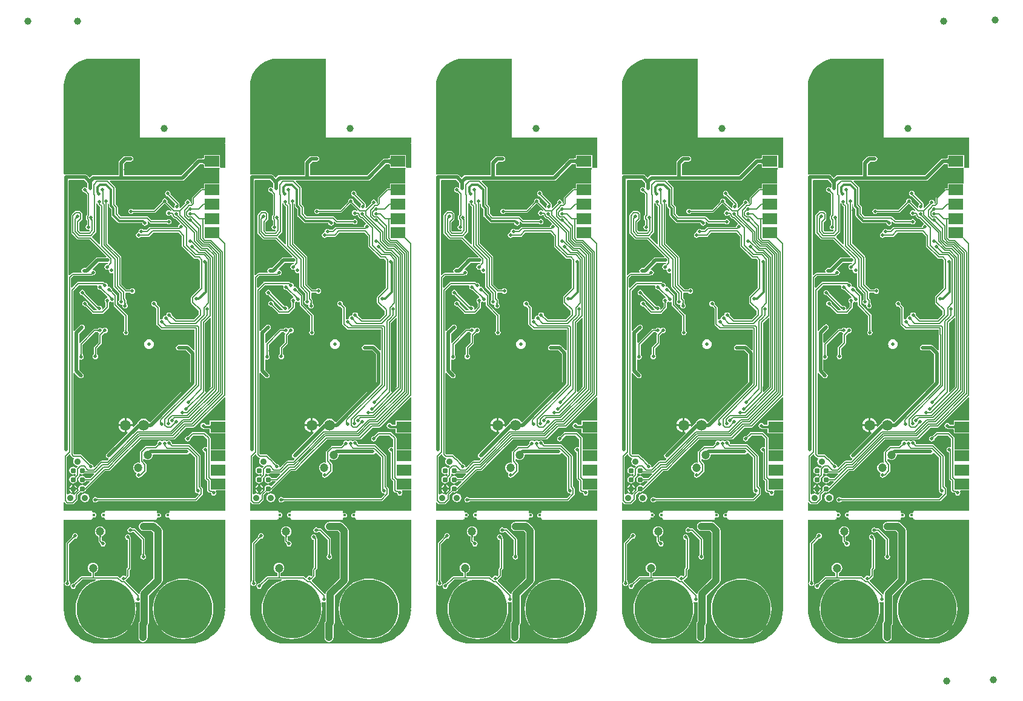
<source format=gtl>
G04*
G04 #@! TF.GenerationSoftware,Altium Limited,Altium Designer,20.0.13 (296)*
G04*
G04 Layer_Physical_Order=1*
G04 Layer_Color=255*
%FSAX25Y25*%
%MOIN*%
G70*
G01*
G75*
%ADD10C,0.03937*%
%ADD11C,0.00598*%
%ADD12C,0.32284*%
%ADD13R,0.07874X0.05906*%
%ADD14C,0.03110*%
%ADD15C,0.04724*%
%ADD16C,0.00787*%
%ADD17C,0.01968*%
%ADD18C,0.03937*%
%ADD19C,0.01181*%
%ADD20C,0.05906*%
%ADD21C,0.19685*%
%ADD22C,0.03543*%
%ADD23C,0.01968*%
%ADD24C,0.01575*%
%ADD25C,0.01181*%
G36*
X0491024Y0318307D02*
X0538066D01*
X0538066Y0315585D01*
X0537989Y0315117D01*
X0537989Y0315117D01*
X0538066Y0314649D01*
X0538066Y0301540D01*
X0535828Y0301540D01*
X0535744Y0301524D01*
X0535303Y0301909D01*
Y0308571D01*
X0526429D01*
Y0307192D01*
X0526403Y0307143D01*
X0526390Y0307020D01*
X0526375Y0306976D01*
X0526349Y0306938D01*
X0526298Y0306890D01*
X0526204Y0306833D01*
X0526059Y0306774D01*
X0525862Y0306720D01*
X0525613Y0306679D01*
X0525316Y0306653D01*
X0524958Y0306644D01*
X0524932Y0306631D01*
X0523624D01*
X0523624Y0306632D01*
X0523045Y0306516D01*
X0522554Y0306188D01*
X0513862Y0297497D01*
X0482386D01*
Y0299298D01*
X0482391Y0299324D01*
X0482383Y0299364D01*
Y0301345D01*
X0482391Y0301385D01*
X0482386Y0301411D01*
Y0303669D01*
X0483659Y0304942D01*
X0486064D01*
X0486643Y0305058D01*
X0487134Y0305386D01*
X0487462Y0305876D01*
X0487577Y0306456D01*
X0487462Y0307035D01*
X0487134Y0307526D01*
X0486643Y0307854D01*
X0486064Y0307969D01*
X0483032D01*
X0483032Y0307969D01*
X0482453Y0307854D01*
X0481962Y0307526D01*
X0481962Y0307526D01*
X0479803Y0305366D01*
X0479474Y0304875D01*
X0479359Y0304296D01*
X0479359Y0304296D01*
Y0301390D01*
X0479357Y0301377D01*
X0479357Y0301377D01*
Y0299332D01*
X0479357Y0299332D01*
X0479359Y0299319D01*
Y0297497D01*
X0465668D01*
X0465668Y0297497D01*
X0465089Y0297381D01*
X0464598Y0297054D01*
X0463543Y0295999D01*
X0462095Y0297447D01*
X0461852Y0297609D01*
X0461608Y0297773D01*
X0461606Y0297774D01*
X0461604Y0297775D01*
X0461315Y0297833D01*
X0461030Y0297890D01*
X0450455Y0297926D01*
X0450452Y0297925D01*
X0450450Y0297926D01*
X0450162Y0297869D01*
X0449875Y0297813D01*
X0449873Y0297811D01*
X0449871Y0297811D01*
X0449836Y0297788D01*
X0449348Y0298038D01*
X0449336Y0298055D01*
X0449336Y0346298D01*
X0449326Y0346350D01*
X0449509Y0348683D01*
X0450068Y0351009D01*
X0450983Y0353219D01*
X0452234Y0355259D01*
X0453787Y0357079D01*
X0455607Y0358632D01*
X0457647Y0359882D01*
X0459857Y0360798D01*
X0462183Y0361356D01*
X0464069Y0361505D01*
X0464569Y0361452D01*
X0464583Y0361458D01*
X0464653Y0361530D01*
X0465069Y0361530D01*
X0491024Y0361530D01*
Y0318307D01*
D02*
G37*
G36*
X0388661D02*
X0435704D01*
X0435704Y0315585D01*
X0435626Y0315117D01*
X0435626Y0315117D01*
X0435704Y0314649D01*
X0435703Y0301540D01*
X0433466Y0301540D01*
X0433382Y0301524D01*
X0432941Y0301909D01*
Y0308571D01*
X0424067D01*
Y0307192D01*
X0424041Y0307143D01*
X0424028Y0307020D01*
X0424012Y0306976D01*
X0423987Y0306938D01*
X0423936Y0306890D01*
X0423842Y0306833D01*
X0423697Y0306774D01*
X0423499Y0306720D01*
X0423251Y0306679D01*
X0422953Y0306653D01*
X0422596Y0306644D01*
X0422569Y0306631D01*
X0421262D01*
X0421262Y0306632D01*
X0420682Y0306516D01*
X0420192Y0306188D01*
X0411500Y0297497D01*
X0380024D01*
Y0299298D01*
X0380029Y0299324D01*
X0380021Y0299364D01*
Y0301345D01*
X0380029Y0301385D01*
X0380024Y0301411D01*
Y0303669D01*
X0381297Y0304942D01*
X0383702D01*
X0384281Y0305058D01*
X0384772Y0305386D01*
X0385100Y0305876D01*
X0385215Y0306456D01*
X0385100Y0307035D01*
X0384772Y0307526D01*
X0384281Y0307854D01*
X0383702Y0307969D01*
X0380670D01*
X0380670Y0307969D01*
X0380091Y0307854D01*
X0379600Y0307526D01*
X0379600Y0307526D01*
X0377440Y0305366D01*
X0377112Y0304875D01*
X0376997Y0304296D01*
X0376997Y0304296D01*
Y0301390D01*
X0376994Y0301377D01*
X0376994Y0301377D01*
Y0299332D01*
X0376994Y0299332D01*
X0376997Y0299319D01*
Y0297497D01*
X0363306D01*
X0363306Y0297497D01*
X0362727Y0297381D01*
X0362236Y0297054D01*
X0361181Y0295999D01*
X0359732Y0297447D01*
X0359490Y0297609D01*
X0359246Y0297773D01*
X0359244Y0297774D01*
X0359241Y0297775D01*
X0358953Y0297833D01*
X0358667Y0297890D01*
X0348093Y0297926D01*
X0348090Y0297925D01*
X0348088Y0297926D01*
X0347800Y0297869D01*
X0347513Y0297813D01*
X0347511Y0297811D01*
X0347508Y0297811D01*
X0347474Y0297788D01*
X0346986Y0298038D01*
X0346974Y0298055D01*
X0346974Y0346298D01*
X0346964Y0346350D01*
X0347147Y0348683D01*
X0347706Y0351009D01*
X0348621Y0353219D01*
X0349871Y0355259D01*
X0351425Y0357079D01*
X0353244Y0358632D01*
X0355284Y0359882D01*
X0357495Y0360798D01*
X0359821Y0361356D01*
X0361706Y0361505D01*
X0362207Y0361452D01*
X0362221Y0361458D01*
X0362291Y0361530D01*
X0362706Y0361530D01*
X0388661Y0361530D01*
Y0318307D01*
D02*
G37*
G36*
X0286299D02*
X0333342D01*
X0333342Y0315585D01*
X0333264Y0315117D01*
X0333264Y0315117D01*
X0333342Y0314649D01*
X0333341Y0301540D01*
X0331103Y0301540D01*
X0331020Y0301524D01*
X0330579Y0301909D01*
Y0308571D01*
X0321705D01*
Y0307192D01*
X0321678Y0307143D01*
X0321666Y0307020D01*
X0321650Y0306976D01*
X0321625Y0306938D01*
X0321573Y0306890D01*
X0321480Y0306833D01*
X0321335Y0306774D01*
X0321137Y0306720D01*
X0320889Y0306679D01*
X0320591Y0306653D01*
X0320234Y0306644D01*
X0320207Y0306631D01*
X0318899D01*
X0318899Y0306632D01*
X0318320Y0306516D01*
X0317829Y0306188D01*
X0309138Y0297497D01*
X0277662D01*
Y0299298D01*
X0277667Y0299324D01*
X0277659Y0299364D01*
Y0301345D01*
X0277667Y0301385D01*
X0277662Y0301411D01*
Y0303669D01*
X0278935Y0304942D01*
X0281340D01*
X0281919Y0305058D01*
X0282410Y0305386D01*
X0282738Y0305876D01*
X0282853Y0306456D01*
X0282738Y0307035D01*
X0282410Y0307526D01*
X0281919Y0307854D01*
X0281340Y0307969D01*
X0278308D01*
X0278308Y0307969D01*
X0277729Y0307854D01*
X0277238Y0307526D01*
X0277238Y0307526D01*
X0275078Y0305366D01*
X0274750Y0304875D01*
X0274635Y0304296D01*
X0274635Y0304296D01*
Y0301390D01*
X0274632Y0301377D01*
X0274632Y0301377D01*
Y0299332D01*
X0274632Y0299332D01*
X0274635Y0299319D01*
Y0297497D01*
X0260944D01*
X0260944Y0297497D01*
X0260365Y0297381D01*
X0259874Y0297054D01*
X0258819Y0295999D01*
X0257370Y0297447D01*
X0257127Y0297609D01*
X0256884Y0297773D01*
X0256881Y0297774D01*
X0256879Y0297775D01*
X0256591Y0297833D01*
X0256305Y0297890D01*
X0245730Y0297926D01*
X0245728Y0297925D01*
X0245725Y0297926D01*
X0245438Y0297869D01*
X0245151Y0297813D01*
X0245149Y0297811D01*
X0245146Y0297811D01*
X0245112Y0297788D01*
X0244624Y0298038D01*
X0244612Y0298055D01*
X0244612Y0346298D01*
X0244601Y0346350D01*
X0244785Y0348683D01*
X0245344Y0351009D01*
X0246259Y0353219D01*
X0247509Y0355259D01*
X0249063Y0357079D01*
X0250882Y0358632D01*
X0252922Y0359882D01*
X0255133Y0360798D01*
X0257459Y0361356D01*
X0259344Y0361505D01*
X0259844Y0361452D01*
X0259858Y0361458D01*
X0259929Y0361530D01*
X0260344Y0361530D01*
X0286299Y0361530D01*
Y0318307D01*
D02*
G37*
G36*
X0183937D02*
X0230980D01*
X0230980Y0315585D01*
X0230902Y0315117D01*
X0230902Y0315117D01*
X0230980Y0314649D01*
X0230979Y0301540D01*
X0228741Y0301540D01*
X0228658Y0301524D01*
X0228217Y0301909D01*
Y0308571D01*
X0219343D01*
Y0307192D01*
X0219316Y0307143D01*
X0219303Y0307020D01*
X0219288Y0306976D01*
X0219262Y0306938D01*
X0219211Y0306890D01*
X0219117Y0306833D01*
X0218972Y0306774D01*
X0218775Y0306720D01*
X0218526Y0306679D01*
X0218229Y0306653D01*
X0217872Y0306644D01*
X0217845Y0306631D01*
X0216537D01*
X0216537Y0306632D01*
X0215958Y0306516D01*
X0215467Y0306188D01*
X0206776Y0297497D01*
X0175299D01*
Y0299298D01*
X0175305Y0299324D01*
X0175297Y0299364D01*
Y0301345D01*
X0175305Y0301385D01*
X0175299Y0301411D01*
Y0303669D01*
X0176573Y0304942D01*
X0178977D01*
X0179556Y0305058D01*
X0180047Y0305386D01*
X0180375Y0305876D01*
X0180491Y0306456D01*
X0180375Y0307035D01*
X0180047Y0307526D01*
X0179556Y0307854D01*
X0178977Y0307969D01*
X0175946D01*
X0175946Y0307969D01*
X0175366Y0307854D01*
X0174875Y0307526D01*
X0174875Y0307526D01*
X0172716Y0305366D01*
X0172388Y0304875D01*
X0172273Y0304296D01*
X0172273Y0304296D01*
Y0301390D01*
X0172270Y0301377D01*
X0172270Y0301377D01*
Y0299332D01*
X0172270Y0299332D01*
X0172273Y0299319D01*
Y0297497D01*
X0158582D01*
X0158582Y0297497D01*
X0158003Y0297381D01*
X0157512Y0297054D01*
X0156457Y0295999D01*
X0155008Y0297447D01*
X0154765Y0297609D01*
X0154522Y0297773D01*
X0154519Y0297774D01*
X0154517Y0297775D01*
X0154228Y0297833D01*
X0153943Y0297890D01*
X0143368Y0297926D01*
X0143366Y0297925D01*
X0143363Y0297926D01*
X0143075Y0297869D01*
X0142789Y0297813D01*
X0142787Y0297811D01*
X0142784Y0297811D01*
X0142750Y0297788D01*
X0142262Y0298038D01*
X0142250Y0298055D01*
X0142250Y0346298D01*
X0142239Y0346350D01*
X0142423Y0348683D01*
X0142981Y0351009D01*
X0143897Y0353219D01*
X0145147Y0355259D01*
X0146701Y0357079D01*
X0148520Y0358632D01*
X0150560Y0359882D01*
X0152770Y0360798D01*
X0155097Y0361356D01*
X0156982Y0361505D01*
X0157482Y0361452D01*
X0157496Y0361458D01*
X0157566Y0361530D01*
X0157982Y0361530D01*
X0183937Y0361530D01*
Y0318307D01*
D02*
G37*
G36*
X0081575D02*
X0128618D01*
X0128618Y0315585D01*
X0128540Y0315117D01*
X0128540Y0315117D01*
X0128618Y0314649D01*
X0128617Y0301540D01*
X0126379Y0301540D01*
X0126296Y0301524D01*
X0125854Y0301909D01*
Y0308571D01*
X0116980D01*
Y0307192D01*
X0116954Y0307143D01*
X0116941Y0307020D01*
X0116926Y0306976D01*
X0116900Y0306938D01*
X0116849Y0306890D01*
X0116755Y0306833D01*
X0116610Y0306774D01*
X0116413Y0306720D01*
X0116164Y0306679D01*
X0115867Y0306653D01*
X0115510Y0306644D01*
X0115483Y0306631D01*
X0114175D01*
X0114175Y0306632D01*
X0113596Y0306516D01*
X0113105Y0306188D01*
X0104413Y0297497D01*
X0072937D01*
Y0299298D01*
X0072942Y0299324D01*
X0072935Y0299364D01*
Y0301345D01*
X0072942Y0301385D01*
X0072937Y0301411D01*
Y0303669D01*
X0074210Y0304942D01*
X0076615D01*
X0077194Y0305058D01*
X0077685Y0305386D01*
X0078013Y0305876D01*
X0078128Y0306456D01*
X0078013Y0307035D01*
X0077685Y0307526D01*
X0077194Y0307854D01*
X0076615Y0307969D01*
X0073584D01*
X0073584Y0307969D01*
X0073004Y0307854D01*
X0072513Y0307526D01*
X0072513Y0307526D01*
X0070354Y0305366D01*
X0070026Y0304875D01*
X0069911Y0304296D01*
X0069911Y0304296D01*
Y0301390D01*
X0069908Y0301377D01*
X0069908Y0301377D01*
Y0299332D01*
X0069908Y0299332D01*
X0069911Y0299319D01*
Y0297497D01*
X0056220D01*
X0056220Y0297497D01*
X0055641Y0297381D01*
X0055150Y0297054D01*
X0054094Y0295999D01*
X0052646Y0297447D01*
X0052403Y0297609D01*
X0052160Y0297773D01*
X0052157Y0297774D01*
X0052155Y0297775D01*
X0051866Y0297833D01*
X0051581Y0297890D01*
X0041006Y0297926D01*
X0041004Y0297925D01*
X0041001Y0297926D01*
X0040713Y0297869D01*
X0040426Y0297813D01*
X0040424Y0297811D01*
X0040422Y0297811D01*
X0040387Y0297788D01*
X0039900Y0298038D01*
X0039887Y0298055D01*
X0039887Y0346298D01*
X0039877Y0346350D01*
X0040061Y0348683D01*
X0040619Y0351009D01*
X0041535Y0353219D01*
X0042785Y0355259D01*
X0044339Y0357079D01*
X0046158Y0358632D01*
X0048198Y0359882D01*
X0050408Y0360798D01*
X0052735Y0361356D01*
X0054620Y0361505D01*
X0055120Y0361452D01*
X0055134Y0361458D01*
X0055204Y0361530D01*
X0055620Y0361530D01*
X0081575Y0361530D01*
Y0318307D01*
D02*
G37*
G36*
X0526941Y0303150D02*
X0526922Y0303337D01*
X0526862Y0303504D01*
X0526764Y0303652D01*
X0526626Y0303780D01*
X0526449Y0303888D01*
X0526232Y0303976D01*
X0525977Y0304045D01*
X0525681Y0304095D01*
X0525347Y0304124D01*
X0524973Y0304134D01*
Y0306102D01*
X0525347Y0306112D01*
X0525681Y0306142D01*
X0525977Y0306191D01*
X0526232Y0306260D01*
X0526449Y0306348D01*
X0526626Y0306457D01*
X0526764Y0306585D01*
X0526862Y0306732D01*
X0526922Y0306900D01*
X0526941Y0307087D01*
Y0303150D01*
D02*
G37*
G36*
X0424579D02*
X0424559Y0303337D01*
X0424500Y0303504D01*
X0424402Y0303652D01*
X0424264Y0303780D01*
X0424087Y0303888D01*
X0423870Y0303976D01*
X0423614Y0304045D01*
X0423319Y0304095D01*
X0422985Y0304124D01*
X0422611Y0304134D01*
Y0306102D01*
X0422985Y0306112D01*
X0423319Y0306142D01*
X0423614Y0306191D01*
X0423870Y0306260D01*
X0424087Y0306348D01*
X0424264Y0306457D01*
X0424402Y0306585D01*
X0424500Y0306732D01*
X0424559Y0306900D01*
X0424579Y0307087D01*
Y0303150D01*
D02*
G37*
G36*
X0322217D02*
X0322197Y0303337D01*
X0322138Y0303504D01*
X0322040Y0303652D01*
X0321902Y0303780D01*
X0321725Y0303888D01*
X0321508Y0303976D01*
X0321252Y0304045D01*
X0320957Y0304095D01*
X0320622Y0304124D01*
X0320248Y0304134D01*
Y0306102D01*
X0320622Y0306112D01*
X0320957Y0306142D01*
X0321252Y0306191D01*
X0321508Y0306260D01*
X0321725Y0306348D01*
X0321902Y0306457D01*
X0322040Y0306585D01*
X0322138Y0306732D01*
X0322197Y0306900D01*
X0322217Y0307087D01*
Y0303150D01*
D02*
G37*
G36*
X0219855D02*
X0219835Y0303337D01*
X0219776Y0303504D01*
X0219677Y0303652D01*
X0219540Y0303780D01*
X0219362Y0303888D01*
X0219146Y0303976D01*
X0218890Y0304045D01*
X0218595Y0304095D01*
X0218260Y0304124D01*
X0217886Y0304134D01*
Y0306102D01*
X0218260Y0306112D01*
X0218595Y0306142D01*
X0218890Y0306191D01*
X0219146Y0306260D01*
X0219362Y0306348D01*
X0219540Y0306457D01*
X0219677Y0306585D01*
X0219776Y0306732D01*
X0219835Y0306900D01*
X0219855Y0307087D01*
Y0303150D01*
D02*
G37*
G36*
X0117492D02*
X0117473Y0303337D01*
X0117414Y0303504D01*
X0117315Y0303652D01*
X0117177Y0303780D01*
X0117000Y0303888D01*
X0116784Y0303976D01*
X0116528Y0304045D01*
X0116233Y0304095D01*
X0115898Y0304124D01*
X0115524Y0304134D01*
Y0306102D01*
X0115898Y0306112D01*
X0116233Y0306142D01*
X0116528Y0306191D01*
X0116784Y0306260D01*
X0117000Y0306348D01*
X0117177Y0306457D01*
X0117315Y0306585D01*
X0117414Y0306732D01*
X0117473Y0306900D01*
X0117492Y0307087D01*
Y0303150D01*
D02*
G37*
G36*
X0524958Y0303593D02*
X0525316Y0303584D01*
X0525613Y0303557D01*
X0525862Y0303516D01*
X0526059Y0303463D01*
X0526204Y0303403D01*
X0526298Y0303346D01*
X0526349Y0303298D01*
X0526375Y0303260D01*
X0526390Y0303217D01*
X0526403Y0303093D01*
X0526429Y0303045D01*
Y0301665D01*
X0534890D01*
X0534981Y0301544D01*
X0535111Y0301166D01*
X0534986Y0300978D01*
X0534917Y0300629D01*
X0534916Y0292823D01*
X0528894D01*
X0528860Y0292846D01*
X0528280Y0292961D01*
X0527701Y0292846D01*
X0527667Y0292823D01*
X0526429D01*
Y0290185D01*
X0525159D01*
X0524848Y0290123D01*
X0524583Y0289946D01*
X0519976Y0285339D01*
X0519799Y0285075D01*
X0519737Y0284763D01*
Y0282148D01*
X0519403Y0281814D01*
X0518948Y0282065D01*
X0519034Y0282499D01*
X0518919Y0283078D01*
X0518591Y0283569D01*
X0518100Y0283897D01*
X0517521Y0284013D01*
X0516941Y0283897D01*
X0516451Y0283569D01*
X0516122Y0283078D01*
X0516007Y0282499D01*
X0516096Y0282050D01*
X0513432Y0279385D01*
X0512971Y0279632D01*
X0513056Y0280060D01*
X0513009Y0280297D01*
Y0281627D01*
X0512940Y0281975D01*
X0512742Y0282271D01*
X0507960Y0287053D01*
X0508023Y0287369D01*
X0507907Y0287948D01*
X0507579Y0288439D01*
X0507088Y0288767D01*
X0506509Y0288882D01*
X0505930Y0288767D01*
X0505439Y0288439D01*
X0505111Y0287948D01*
X0504996Y0287369D01*
X0505111Y0286790D01*
X0505439Y0286299D01*
X0505930Y0285971D01*
X0506509Y0285855D01*
X0506568Y0285867D01*
X0510611Y0281824D01*
X0510548Y0281181D01*
X0510473Y0281130D01*
X0510145Y0280639D01*
X0510029Y0280060D01*
X0510118Y0279616D01*
X0509676Y0279350D01*
X0506336Y0282690D01*
X0506435Y0283188D01*
X0506320Y0283767D01*
X0505992Y0284258D01*
X0505501Y0284586D01*
X0504922Y0284701D01*
X0504343Y0284586D01*
X0503852Y0284258D01*
X0503524Y0283767D01*
X0503409Y0283188D01*
X0503469Y0282887D01*
X0498997Y0278415D01*
X0487562D01*
X0487391Y0278670D01*
X0486900Y0278998D01*
X0486321Y0279114D01*
X0485742Y0278998D01*
X0485251Y0278670D01*
X0484923Y0278179D01*
X0484808Y0277600D01*
X0484923Y0277021D01*
X0485251Y0276530D01*
X0485742Y0276202D01*
X0486321Y0276087D01*
X0486900Y0276202D01*
X0487391Y0276530D01*
X0487562Y0276785D01*
X0499335D01*
X0499647Y0276847D01*
X0499911Y0277024D01*
X0504621Y0281734D01*
X0504922Y0281674D01*
X0505026Y0281695D01*
X0508478Y0278243D01*
X0508283Y0277732D01*
X0508117Y0277723D01*
X0507626Y0278051D01*
X0507047Y0278166D01*
X0506468Y0278051D01*
X0505977Y0277723D01*
X0505649Y0277232D01*
X0505534Y0276653D01*
X0505649Y0276074D01*
X0505977Y0275583D01*
X0506468Y0275255D01*
X0507047Y0275139D01*
X0507626Y0275255D01*
X0508117Y0275583D01*
X0508608Y0275546D01*
X0508662Y0275499D01*
Y0275284D01*
X0508724Y0274972D01*
X0508901Y0274708D01*
X0509946Y0273663D01*
X0510210Y0273486D01*
X0510522Y0273424D01*
X0510779D01*
X0513189Y0271015D01*
X0513029Y0270468D01*
X0512631Y0270203D01*
X0512303Y0269712D01*
X0512188Y0269132D01*
X0512064Y0268981D01*
X0496826D01*
X0496478Y0268912D01*
X0496182Y0268714D01*
X0494834Y0267367D01*
X0493185D01*
X0493079Y0267526D01*
X0492588Y0267853D01*
X0492009Y0267969D01*
X0491430Y0267853D01*
X0490939Y0267526D01*
X0490611Y0267035D01*
X0490495Y0266455D01*
X0490496Y0266441D01*
X0490125Y0265936D01*
X0490069Y0265920D01*
X0489894Y0265885D01*
X0489403Y0265557D01*
X0489075Y0265066D01*
X0488960Y0264487D01*
X0489075Y0263908D01*
X0489403Y0263417D01*
X0489894Y0263089D01*
X0490473Y0262974D01*
X0491052Y0263089D01*
X0491543Y0263417D01*
X0491649Y0263576D01*
X0495995D01*
X0496343Y0263645D01*
X0496639Y0263843D01*
X0498585Y0265789D01*
X0512450D01*
X0514326Y0263913D01*
Y0258582D01*
X0514395Y0258233D01*
X0514593Y0257938D01*
X0520813Y0251717D01*
X0521109Y0251519D01*
X0521458Y0251450D01*
X0523324D01*
X0524157Y0250618D01*
Y0235458D01*
X0519565Y0230867D01*
X0519368Y0230571D01*
X0519298Y0230223D01*
Y0227587D01*
X0519368Y0227238D01*
X0519565Y0226943D01*
X0523538Y0222969D01*
Y0220764D01*
X0520822Y0218048D01*
X0511122D01*
X0508752Y0220418D01*
X0508790Y0220605D01*
X0508675Y0221185D01*
X0508347Y0221675D01*
X0507856Y0222004D01*
X0507276Y0222119D01*
X0506697Y0222004D01*
X0506206Y0221675D01*
X0505878Y0221185D01*
X0505763Y0220605D01*
X0505525Y0220367D01*
X0505317Y0220284D01*
X0504776Y0220176D01*
X0504285Y0219848D01*
X0503957Y0219357D01*
X0503842Y0218778D01*
X0503854Y0218717D01*
X0503429Y0218292D01*
X0503269Y0218323D01*
X0502690Y0218208D01*
X0502593Y0218144D01*
X0502093Y0218411D01*
Y0224527D01*
X0502024Y0224875D01*
X0501826Y0225171D01*
X0500453Y0226544D01*
X0500491Y0226731D01*
X0500375Y0227311D01*
X0500047Y0227801D01*
X0499556Y0228130D01*
X0498977Y0228245D01*
X0498398Y0228130D01*
X0497907Y0227801D01*
X0497579Y0227311D01*
X0497464Y0226731D01*
X0497579Y0226152D01*
X0497907Y0225661D01*
X0498398Y0225333D01*
X0498977Y0225218D01*
X0499165Y0225255D01*
X0500271Y0224149D01*
Y0215511D01*
X0500340Y0215162D01*
X0500538Y0214867D01*
X0502703Y0212701D01*
X0502999Y0212504D01*
X0503347Y0212434D01*
X0521326D01*
Y0209692D01*
X0521334Y0209651D01*
Y0201327D01*
X0520872Y0201136D01*
X0518380Y0203628D01*
X0517889Y0203956D01*
X0517310Y0204071D01*
X0517310Y0204071D01*
X0512481D01*
X0511902Y0203956D01*
X0511411Y0203628D01*
X0511083Y0203137D01*
X0510968Y0202558D01*
X0511083Y0201979D01*
X0511411Y0201488D01*
X0511902Y0201160D01*
X0512481Y0201045D01*
X0516683D01*
X0518763Y0198964D01*
Y0183638D01*
X0496762Y0161637D01*
X0496219Y0161709D01*
X0496206Y0161740D01*
X0495652Y0162462D01*
X0494931Y0163015D01*
X0494091Y0163363D01*
X0493190Y0163482D01*
X0492288Y0163363D01*
X0491449Y0163015D01*
X0490727Y0162462D01*
X0490174Y0161740D01*
X0489934Y0161161D01*
X0489797Y0161069D01*
X0487704Y0158976D01*
X0487230Y0159210D01*
X0487268Y0159499D01*
X0483847D01*
Y0156078D01*
X0484137Y0156116D01*
X0484370Y0155643D01*
X0472947Y0144219D01*
X0472618Y0143728D01*
X0472503Y0143149D01*
X0472618Y0142570D01*
X0472947Y0142079D01*
X0473438Y0141751D01*
X0473688Y0141701D01*
X0473853Y0141158D01*
X0473040Y0140346D01*
X0470094D01*
X0470044Y0140336D01*
X0469955D01*
X0469644Y0140273D01*
X0469379Y0140097D01*
X0466026Y0136743D01*
X0465565Y0136989D01*
X0465575Y0137041D01*
X0465460Y0137620D01*
X0465132Y0138111D01*
X0464641Y0138439D01*
X0464223Y0138522D01*
X0463795Y0138951D01*
X0463795Y0138951D01*
X0460988Y0141758D01*
X0460692Y0141955D01*
X0460635Y0141966D01*
X0459045Y0143557D01*
X0458749Y0143754D01*
X0458400Y0143824D01*
X0455063D01*
X0454617Y0144270D01*
Y0188594D01*
X0455117Y0188746D01*
X0455191Y0188635D01*
X0457671Y0186155D01*
X0457671Y0186155D01*
X0458162Y0185827D01*
X0458741Y0185712D01*
X0459320Y0185827D01*
X0459811Y0186155D01*
X0460139Y0186646D01*
X0460254Y0187225D01*
X0460139Y0187804D01*
X0459811Y0188295D01*
X0459811Y0188295D01*
X0457774Y0190332D01*
Y0195892D01*
X0457842Y0195929D01*
X0458274Y0196106D01*
X0458780Y0196005D01*
X0459360Y0196121D01*
X0459851Y0196449D01*
X0460179Y0196940D01*
X0460294Y0197519D01*
X0460179Y0198098D01*
X0459851Y0198589D01*
X0459847Y0198591D01*
X0459835Y0198621D01*
X0459795Y0198661D01*
X0459775Y0198686D01*
X0459757Y0198712D01*
X0459741Y0198740D01*
X0459727Y0198773D01*
X0459715Y0198810D01*
X0459704Y0198853D01*
X0459695Y0198903D01*
X0459690Y0198959D01*
X0459688Y0199040D01*
X0459664Y0199092D01*
Y0204122D01*
X0466659Y0211116D01*
X0467671D01*
X0467723Y0211093D01*
X0467804Y0211091D01*
X0467862Y0211085D01*
X0467913Y0211077D01*
X0467958Y0211066D01*
X0467997Y0211053D01*
X0468032Y0211038D01*
X0468063Y0211022D01*
X0468091Y0211004D01*
X0468117Y0210983D01*
X0468160Y0210943D01*
X0468214Y0210923D01*
X0468594Y0210669D01*
X0468737Y0210352D01*
X0468795Y0210162D01*
X0468687Y0210055D01*
X0468490Y0209759D01*
X0468420Y0209410D01*
Y0205495D01*
X0466049Y0203124D01*
X0465852Y0202828D01*
X0465783Y0202479D01*
Y0198918D01*
X0465584Y0198785D01*
X0465256Y0198294D01*
X0465141Y0197715D01*
X0465256Y0197136D01*
X0465584Y0196645D01*
X0466075Y0196317D01*
X0466654Y0196202D01*
X0467234Y0196317D01*
X0467725Y0196645D01*
X0468052Y0197136D01*
X0468168Y0197715D01*
X0468052Y0198294D01*
X0467725Y0198785D01*
X0467605Y0198865D01*
Y0202102D01*
X0469976Y0204473D01*
X0470173Y0204768D01*
X0470243Y0205117D01*
Y0209033D01*
X0471781Y0210571D01*
X0471968Y0210534D01*
X0472547Y0210649D01*
X0473038Y0210977D01*
X0473367Y0211468D01*
X0473482Y0212047D01*
X0473367Y0212626D01*
X0473038Y0213117D01*
X0472547Y0213445D01*
X0471968Y0213561D01*
X0471389Y0213445D01*
X0470898Y0213117D01*
X0470844Y0213036D01*
X0470344D01*
X0470302Y0213098D01*
X0469811Y0213426D01*
X0469232Y0213541D01*
X0468653Y0213426D01*
X0468214Y0213132D01*
X0468160Y0213112D01*
X0468117Y0213072D01*
X0468091Y0213052D01*
X0468063Y0213033D01*
X0468032Y0213017D01*
X0467997Y0213002D01*
X0467958Y0212989D01*
X0467913Y0212979D01*
X0467862Y0212970D01*
X0467804Y0212965D01*
X0467723Y0212962D01*
X0467671Y0212939D01*
X0466281D01*
X0465933Y0212870D01*
X0465637Y0212672D01*
X0458274Y0205309D01*
X0457774Y0205516D01*
Y0210183D01*
X0460421Y0212831D01*
X0460421Y0212831D01*
X0460749Y0213322D01*
X0460865Y0213901D01*
X0460749Y0214480D01*
X0460421Y0214971D01*
X0459930Y0215299D01*
X0459351Y0215414D01*
X0458772Y0215299D01*
X0458281Y0214971D01*
X0458281Y0214971D01*
X0455191Y0211880D01*
X0455117Y0211770D01*
X0454617Y0211922D01*
Y0233834D01*
X0457705Y0236923D01*
X0467565D01*
X0467834Y0236426D01*
X0467719Y0235846D01*
X0467834Y0235267D01*
X0468162Y0234776D01*
X0468653Y0234448D01*
X0469171Y0234345D01*
X0469224Y0234321D01*
X0469282Y0234319D01*
X0469315Y0234315D01*
X0469348Y0234308D01*
X0469381Y0234298D01*
X0469416Y0234284D01*
X0469453Y0234265D01*
X0469493Y0234241D01*
X0469535Y0234211D01*
X0469580Y0234174D01*
X0469638Y0234119D01*
X0469692Y0234098D01*
X0473290Y0230500D01*
X0473274Y0230372D01*
X0473093Y0229990D01*
X0472650Y0229902D01*
X0472159Y0229574D01*
X0471831Y0229083D01*
X0471716Y0228504D01*
X0471831Y0227925D01*
X0472125Y0227485D01*
X0472145Y0227431D01*
X0472185Y0227389D01*
X0472205Y0227362D01*
X0472223Y0227334D01*
X0472240Y0227304D01*
X0472254Y0227269D01*
X0472267Y0227229D01*
X0472278Y0227185D01*
X0472287Y0227133D01*
X0472292Y0227075D01*
X0472295Y0226995D01*
X0472318Y0226943D01*
Y0225101D01*
X0470862Y0223645D01*
X0470401Y0223891D01*
X0470469Y0224231D01*
X0470353Y0224810D01*
X0470025Y0225301D01*
X0469534Y0225629D01*
X0468955Y0225744D01*
X0468376Y0225629D01*
X0468216Y0225522D01*
X0468204Y0225530D01*
X0468167Y0225560D01*
X0468107Y0225616D01*
X0468063Y0225633D01*
X0468037Y0225672D01*
X0468014Y0225676D01*
X0461246Y0232444D01*
X0461226Y0232497D01*
X0461171Y0232556D01*
X0461134Y0232601D01*
X0461104Y0232643D01*
X0461080Y0232682D01*
X0461061Y0232719D01*
X0461047Y0232754D01*
X0461036Y0232787D01*
X0461029Y0232820D01*
X0461025Y0232853D01*
X0461023Y0232912D01*
X0460999Y0232964D01*
X0460896Y0233482D01*
X0460568Y0233973D01*
X0460077Y0234301D01*
X0459498Y0234417D01*
X0458919Y0234301D01*
X0458428Y0233973D01*
X0458100Y0233482D01*
X0457985Y0232903D01*
X0458100Y0232324D01*
X0458428Y0231833D01*
X0458919Y0231505D01*
X0459437Y0231402D01*
X0459490Y0231378D01*
X0459548Y0231376D01*
X0459581Y0231372D01*
X0459614Y0231365D01*
X0459648Y0231355D01*
X0459682Y0231341D01*
X0459719Y0231322D01*
X0459759Y0231298D01*
X0459801Y0231268D01*
X0459846Y0231231D01*
X0459904Y0231175D01*
X0459958Y0231155D01*
X0466886Y0224227D01*
X0466909Y0224170D01*
X0467543Y0223536D01*
X0467336Y0223036D01*
X0465969D01*
X0462694Y0226311D01*
X0462674Y0226365D01*
X0462618Y0226424D01*
X0462581Y0226468D01*
X0462551Y0226510D01*
X0462527Y0226550D01*
X0462508Y0226587D01*
X0462494Y0226622D01*
X0462484Y0226655D01*
X0462477Y0226688D01*
X0462473Y0226721D01*
X0462471Y0226779D01*
X0462447Y0226832D01*
X0462344Y0227350D01*
X0462016Y0227841D01*
X0461525Y0228169D01*
X0460946Y0228284D01*
X0460367Y0228169D01*
X0459876Y0227841D01*
X0459548Y0227350D01*
X0459432Y0226771D01*
X0459548Y0226192D01*
X0459876Y0225701D01*
X0460367Y0225373D01*
X0460885Y0225270D01*
X0460938Y0225246D01*
X0460996Y0225244D01*
X0461029Y0225240D01*
X0461062Y0225233D01*
X0461095Y0225222D01*
X0461130Y0225208D01*
X0461167Y0225190D01*
X0461206Y0225165D01*
X0461248Y0225135D01*
X0461293Y0225098D01*
X0461352Y0225043D01*
X0461405Y0225023D01*
X0464947Y0221481D01*
X0465243Y0221283D01*
X0465591Y0221214D01*
X0470631D01*
X0470979Y0221283D01*
X0471275Y0221481D01*
X0473874Y0224079D01*
X0474071Y0224375D01*
X0474140Y0224724D01*
Y0226943D01*
X0474164Y0226995D01*
X0474166Y0227075D01*
X0474172Y0227133D01*
X0474180Y0227185D01*
X0474191Y0227229D01*
X0474204Y0227269D01*
X0474219Y0227304D01*
X0474235Y0227334D01*
X0474253Y0227362D01*
X0474274Y0227389D01*
X0474313Y0227431D01*
X0474334Y0227485D01*
X0474627Y0227925D01*
X0475073Y0227760D01*
X0475170Y0227695D01*
X0475749Y0227580D01*
X0476251Y0227680D01*
X0476751Y0227454D01*
Y0226135D01*
X0476820Y0225786D01*
X0477018Y0225491D01*
X0482554Y0219955D01*
Y0212544D01*
X0482531Y0212492D01*
X0482528Y0212412D01*
X0482523Y0212354D01*
X0482514Y0212303D01*
X0482504Y0212258D01*
X0482491Y0212218D01*
X0482476Y0212184D01*
X0482460Y0212153D01*
X0482442Y0212125D01*
X0482421Y0212099D01*
X0482381Y0212056D01*
X0482361Y0212002D01*
X0482067Y0211562D01*
X0481952Y0210983D01*
X0482067Y0210404D01*
X0482395Y0209913D01*
X0482886Y0209585D01*
X0483465Y0209470D01*
X0484045Y0209585D01*
X0484536Y0209913D01*
X0484864Y0210404D01*
X0484979Y0210983D01*
X0484864Y0211562D01*
X0484570Y0212002D01*
X0484550Y0212056D01*
X0484510Y0212098D01*
X0484489Y0212125D01*
X0484471Y0212153D01*
X0484455Y0212184D01*
X0484440Y0212218D01*
X0484427Y0212258D01*
X0484416Y0212303D01*
X0484408Y0212354D01*
X0484403Y0212412D01*
X0484400Y0212492D01*
X0484377Y0212544D01*
Y0220332D01*
X0484307Y0220681D01*
X0484110Y0220976D01*
X0478573Y0226513D01*
Y0231289D01*
X0478504Y0231638D01*
X0478306Y0231933D01*
X0475983Y0234257D01*
X0475962Y0234311D01*
X0475905Y0234371D01*
X0475864Y0234419D01*
X0475829Y0234466D01*
X0475800Y0234511D01*
X0475775Y0234554D01*
X0475754Y0234596D01*
X0475738Y0234637D01*
X0475726Y0234678D01*
X0475716Y0234718D01*
X0475707Y0234778D01*
X0475651Y0234872D01*
X0475593Y0235163D01*
X0475265Y0235654D01*
X0474774Y0235982D01*
X0474194Y0236097D01*
X0473794Y0236017D01*
X0473750Y0236039D01*
X0473423Y0236366D01*
X0473401Y0236410D01*
X0473481Y0236811D01*
X0473365Y0237390D01*
X0473037Y0237881D01*
X0472546Y0238209D01*
X0471967Y0238324D01*
X0471780Y0238287D01*
X0471589Y0238478D01*
X0471293Y0238676D01*
X0470944Y0238745D01*
X0457328D01*
X0456979Y0238676D01*
X0456683Y0238478D01*
X0453695Y0235490D01*
X0453233Y0235681D01*
Y0240874D01*
X0454413Y0242054D01*
X0464367D01*
X0464679Y0242116D01*
X0464943Y0242293D01*
X0465133Y0242483D01*
X0465434Y0242423D01*
X0466013Y0242538D01*
X0466504Y0242866D01*
X0466832Y0243357D01*
X0466947Y0243936D01*
X0466832Y0244515D01*
X0466504Y0245006D01*
X0466013Y0245334D01*
X0465459Y0245444D01*
X0465390Y0245549D01*
X0465225Y0245918D01*
X0468551Y0249244D01*
X0473374D01*
X0473396Y0249249D01*
X0473642Y0248788D01*
X0473299Y0248444D01*
X0473111Y0248481D01*
X0472532Y0248366D01*
X0472041Y0248038D01*
X0471713Y0247547D01*
X0471598Y0246968D01*
X0471713Y0246389D01*
X0472041Y0245898D01*
X0472532Y0245569D01*
X0473111Y0245454D01*
X0473690Y0245569D01*
X0474121Y0245256D01*
X0474078Y0245039D01*
X0474193Y0244459D01*
X0474521Y0243968D01*
X0475012Y0243640D01*
X0475591Y0243525D01*
X0476058Y0243618D01*
X0476558Y0243344D01*
Y0236011D01*
X0476627Y0235662D01*
X0476825Y0235367D01*
X0479916Y0232275D01*
Y0229010D01*
X0479757Y0228904D01*
X0479429Y0228413D01*
X0479314Y0227833D01*
X0479429Y0227254D01*
X0479757Y0226763D01*
X0480248Y0226435D01*
X0480828Y0226320D01*
X0481158Y0226386D01*
X0481548Y0225974D01*
X0481480Y0225629D01*
X0481595Y0225050D01*
X0481923Y0224559D01*
X0482414Y0224231D01*
X0482993Y0224116D01*
X0483572Y0224231D01*
X0484063Y0224559D01*
X0484391Y0225050D01*
X0484506Y0225629D01*
X0484391Y0226208D01*
X0484097Y0226648D01*
X0484077Y0226702D01*
X0484037Y0226744D01*
X0484017Y0226770D01*
X0483999Y0226799D01*
X0483982Y0226829D01*
X0483968Y0226864D01*
X0483955Y0226903D01*
X0483944Y0226948D01*
X0483935Y0226999D01*
X0483930Y0227058D01*
X0483928Y0227138D01*
X0483904Y0227190D01*
Y0228503D01*
X0483835Y0228852D01*
X0483637Y0229147D01*
X0483026Y0229759D01*
Y0232357D01*
X0483423Y0232788D01*
X0485832D01*
X0485939Y0232629D01*
X0486430Y0232301D01*
X0487009Y0232186D01*
X0487588Y0232301D01*
X0488079Y0232629D01*
X0488407Y0233120D01*
X0488522Y0233699D01*
X0488407Y0234279D01*
X0488079Y0234770D01*
X0487588Y0235098D01*
X0487009Y0235213D01*
X0486430Y0235098D01*
X0485939Y0234770D01*
X0485832Y0234611D01*
X0483800D01*
X0480955Y0237455D01*
Y0252279D01*
X0480886Y0252627D01*
X0480688Y0252923D01*
X0473589Y0260022D01*
Y0281680D01*
X0473704Y0281833D01*
X0473741Y0281837D01*
X0474204Y0281533D01*
Y0280511D01*
X0474204Y0280511D01*
X0474289Y0280085D01*
X0474530Y0279725D01*
X0474588Y0279666D01*
X0474633Y0279599D01*
X0475523Y0278709D01*
Y0275413D01*
X0475523Y0275413D01*
X0475607Y0274987D01*
X0475848Y0274626D01*
X0479006Y0271469D01*
X0479367Y0271228D01*
X0479792Y0271143D01*
X0492402D01*
X0492518Y0271027D01*
X0492619Y0270522D01*
X0492946Y0270031D01*
X0493437Y0269703D01*
X0494017Y0269588D01*
X0494596Y0269703D01*
X0495087Y0270031D01*
X0495415Y0270522D01*
X0495530Y0271101D01*
X0495415Y0271680D01*
X0495328Y0271810D01*
X0495717Y0272129D01*
X0496601Y0271245D01*
X0496896Y0271047D01*
X0497245Y0270978D01*
X0505911D01*
X0506017Y0270819D01*
X0506508Y0270491D01*
X0507088Y0270376D01*
X0507667Y0270491D01*
X0508158Y0270819D01*
X0508486Y0271310D01*
X0508601Y0271889D01*
X0508486Y0272468D01*
X0508158Y0272959D01*
X0507667Y0273287D01*
X0507088Y0273402D01*
X0506508Y0273287D01*
X0506017Y0272959D01*
X0505911Y0272800D01*
X0497622D01*
X0495842Y0274581D01*
X0495546Y0274778D01*
X0495198Y0274847D01*
X0480588D01*
X0479030Y0276405D01*
Y0279784D01*
X0478961Y0280133D01*
X0478763Y0280429D01*
X0478210Y0280982D01*
X0478165Y0281050D01*
X0477711Y0281503D01*
Y0290459D01*
X0477642Y0290808D01*
X0477444Y0291104D01*
X0474540Y0294008D01*
X0474731Y0294470D01*
X0514489D01*
X0514489Y0294470D01*
X0515068Y0294585D01*
X0515559Y0294913D01*
X0524251Y0303605D01*
X0524932D01*
X0524958Y0303593D01*
D02*
G37*
G36*
X0422596D02*
X0422953Y0303584D01*
X0423251Y0303557D01*
X0423499Y0303516D01*
X0423697Y0303463D01*
X0423842Y0303403D01*
X0423936Y0303346D01*
X0423987Y0303298D01*
X0424012Y0303260D01*
X0424028Y0303217D01*
X0424041Y0303093D01*
X0424067Y0303045D01*
Y0301665D01*
X0432528D01*
X0432619Y0301544D01*
X0432749Y0301166D01*
X0432624Y0300978D01*
X0432554Y0300629D01*
X0432554Y0292823D01*
X0426532D01*
X0426497Y0292846D01*
X0425918Y0292961D01*
X0425339Y0292846D01*
X0425304Y0292823D01*
X0424067D01*
Y0290185D01*
X0422797D01*
X0422485Y0290123D01*
X0422221Y0289946D01*
X0417614Y0285339D01*
X0417437Y0285075D01*
X0417375Y0284763D01*
Y0282148D01*
X0417041Y0281814D01*
X0416585Y0282065D01*
X0416672Y0282499D01*
X0416557Y0283078D01*
X0416228Y0283569D01*
X0415737Y0283897D01*
X0415158Y0284013D01*
X0414579Y0283897D01*
X0414088Y0283569D01*
X0413760Y0283078D01*
X0413645Y0282499D01*
X0413734Y0282050D01*
X0411069Y0279385D01*
X0410609Y0279632D01*
X0410694Y0280060D01*
X0410647Y0280297D01*
Y0281627D01*
X0410577Y0281975D01*
X0410380Y0282271D01*
X0405598Y0287053D01*
X0405660Y0287369D01*
X0405545Y0287948D01*
X0405217Y0288439D01*
X0404726Y0288767D01*
X0404147Y0288882D01*
X0403568Y0288767D01*
X0403077Y0288439D01*
X0402749Y0287948D01*
X0402634Y0287369D01*
X0402749Y0286790D01*
X0403077Y0286299D01*
X0403568Y0285971D01*
X0404147Y0285855D01*
X0404206Y0285867D01*
X0408249Y0281824D01*
X0408186Y0281181D01*
X0408110Y0281130D01*
X0407782Y0280639D01*
X0407667Y0280060D01*
X0407756Y0279616D01*
X0407314Y0279350D01*
X0403974Y0282690D01*
X0404073Y0283188D01*
X0403958Y0283767D01*
X0403630Y0284258D01*
X0403139Y0284586D01*
X0402560Y0284701D01*
X0401981Y0284586D01*
X0401490Y0284258D01*
X0401162Y0283767D01*
X0401047Y0283188D01*
X0401106Y0282887D01*
X0396635Y0278415D01*
X0385199D01*
X0385029Y0278670D01*
X0384538Y0278998D01*
X0383959Y0279114D01*
X0383380Y0278998D01*
X0382889Y0278670D01*
X0382561Y0278179D01*
X0382446Y0277600D01*
X0382561Y0277021D01*
X0382889Y0276530D01*
X0383380Y0276202D01*
X0383959Y0276087D01*
X0384538Y0276202D01*
X0385029Y0276530D01*
X0385199Y0276785D01*
X0396972D01*
X0397284Y0276847D01*
X0397549Y0277024D01*
X0402259Y0281734D01*
X0402560Y0281674D01*
X0402664Y0281695D01*
X0406116Y0278243D01*
X0405921Y0277732D01*
X0405755Y0277723D01*
X0405264Y0278051D01*
X0404685Y0278166D01*
X0404106Y0278051D01*
X0403615Y0277723D01*
X0403287Y0277232D01*
X0403171Y0276653D01*
X0403287Y0276074D01*
X0403615Y0275583D01*
X0404106Y0275255D01*
X0404685Y0275139D01*
X0405264Y0275255D01*
X0405755Y0275583D01*
X0406246Y0275546D01*
X0406300Y0275499D01*
Y0275284D01*
X0406362Y0274972D01*
X0406539Y0274708D01*
X0407584Y0273663D01*
X0407848Y0273486D01*
X0408160Y0273424D01*
X0408417D01*
X0410827Y0271015D01*
X0410667Y0270468D01*
X0410269Y0270203D01*
X0409941Y0269712D01*
X0409826Y0269132D01*
X0409702Y0268981D01*
X0394464D01*
X0394115Y0268912D01*
X0393820Y0268714D01*
X0392472Y0267367D01*
X0390823D01*
X0390717Y0267526D01*
X0390226Y0267853D01*
X0389647Y0267969D01*
X0389067Y0267853D01*
X0388576Y0267526D01*
X0388248Y0267035D01*
X0388133Y0266455D01*
X0388134Y0266441D01*
X0387763Y0265936D01*
X0387707Y0265920D01*
X0387532Y0265885D01*
X0387041Y0265557D01*
X0386713Y0265066D01*
X0386598Y0264487D01*
X0386713Y0263908D01*
X0387041Y0263417D01*
X0387532Y0263089D01*
X0388111Y0262974D01*
X0388690Y0263089D01*
X0389181Y0263417D01*
X0389287Y0263576D01*
X0393632D01*
X0393981Y0263645D01*
X0394277Y0263843D01*
X0396223Y0265789D01*
X0410088D01*
X0411964Y0263913D01*
Y0258582D01*
X0412033Y0258233D01*
X0412231Y0257938D01*
X0418451Y0251717D01*
X0418747Y0251519D01*
X0419095Y0251450D01*
X0420962D01*
X0421794Y0250618D01*
Y0235458D01*
X0417203Y0230867D01*
X0417005Y0230571D01*
X0416936Y0230223D01*
Y0227587D01*
X0417005Y0227238D01*
X0417203Y0226943D01*
X0421176Y0222969D01*
Y0220764D01*
X0418460Y0218048D01*
X0408760D01*
X0406390Y0220418D01*
X0406428Y0220605D01*
X0406312Y0221185D01*
X0405984Y0221675D01*
X0405493Y0222004D01*
X0404914Y0222119D01*
X0404335Y0222004D01*
X0403844Y0221675D01*
X0403516Y0221185D01*
X0403401Y0220605D01*
X0403163Y0220367D01*
X0402955Y0220284D01*
X0402414Y0220176D01*
X0401923Y0219848D01*
X0401595Y0219357D01*
X0401480Y0218778D01*
X0401492Y0218717D01*
X0401067Y0218292D01*
X0400906Y0218323D01*
X0400327Y0218208D01*
X0400231Y0218144D01*
X0399731Y0218411D01*
Y0224527D01*
X0399662Y0224875D01*
X0399464Y0225171D01*
X0398091Y0226544D01*
X0398128Y0226731D01*
X0398013Y0227311D01*
X0397685Y0227801D01*
X0397194Y0228130D01*
X0396615Y0228245D01*
X0396036Y0228130D01*
X0395545Y0227801D01*
X0395217Y0227311D01*
X0395102Y0226731D01*
X0395217Y0226152D01*
X0395545Y0225661D01*
X0396036Y0225333D01*
X0396615Y0225218D01*
X0396802Y0225255D01*
X0397909Y0224149D01*
Y0215511D01*
X0397978Y0215162D01*
X0398176Y0214867D01*
X0400341Y0212701D01*
X0400636Y0212504D01*
X0400985Y0212434D01*
X0418963D01*
Y0209692D01*
X0418972Y0209651D01*
Y0201327D01*
X0418510Y0201136D01*
X0416017Y0203628D01*
X0415526Y0203956D01*
X0414947Y0204071D01*
X0414947Y0204071D01*
X0410119D01*
X0409540Y0203956D01*
X0409049Y0203628D01*
X0408721Y0203137D01*
X0408606Y0202558D01*
X0408721Y0201979D01*
X0409049Y0201488D01*
X0409540Y0201160D01*
X0410119Y0201045D01*
X0414321D01*
X0416401Y0198964D01*
Y0183638D01*
X0394400Y0161637D01*
X0393857Y0161709D01*
X0393844Y0161740D01*
X0393290Y0162462D01*
X0392569Y0163015D01*
X0391729Y0163363D01*
X0390828Y0163482D01*
X0389926Y0163363D01*
X0389086Y0163015D01*
X0388365Y0162462D01*
X0387812Y0161740D01*
X0387572Y0161161D01*
X0387435Y0161069D01*
X0385342Y0158976D01*
X0384868Y0159210D01*
X0384906Y0159499D01*
X0381485D01*
Y0156078D01*
X0381775Y0156116D01*
X0382008Y0155643D01*
X0370584Y0144219D01*
X0370256Y0143728D01*
X0370141Y0143149D01*
X0370256Y0142570D01*
X0370584Y0142079D01*
X0371075Y0141751D01*
X0371326Y0141701D01*
X0371491Y0141158D01*
X0370678Y0140346D01*
X0367732D01*
X0367682Y0140336D01*
X0367593D01*
X0367281Y0140273D01*
X0367017Y0140097D01*
X0363663Y0136743D01*
X0363203Y0136989D01*
X0363213Y0137041D01*
X0363098Y0137620D01*
X0362770Y0138111D01*
X0362279Y0138439D01*
X0361861Y0138522D01*
X0361433Y0138951D01*
X0361433Y0138951D01*
X0358626Y0141758D01*
X0358330Y0141955D01*
X0358273Y0141966D01*
X0356682Y0143557D01*
X0356387Y0143754D01*
X0356038Y0143824D01*
X0352701D01*
X0352255Y0144270D01*
Y0188594D01*
X0352755Y0188746D01*
X0352828Y0188635D01*
X0355309Y0186155D01*
X0355309Y0186155D01*
X0355800Y0185827D01*
X0356379Y0185712D01*
X0356958Y0185827D01*
X0357449Y0186155D01*
X0357777Y0186646D01*
X0357892Y0187225D01*
X0357777Y0187804D01*
X0357449Y0188295D01*
X0357449Y0188295D01*
X0355412Y0190332D01*
Y0195892D01*
X0355480Y0195929D01*
X0355912Y0196106D01*
X0356418Y0196005D01*
X0356997Y0196121D01*
X0357488Y0196449D01*
X0357816Y0196940D01*
X0357931Y0197519D01*
X0357816Y0198098D01*
X0357488Y0198589D01*
X0357485Y0198591D01*
X0357473Y0198621D01*
X0357432Y0198661D01*
X0357413Y0198686D01*
X0357395Y0198712D01*
X0357379Y0198740D01*
X0357365Y0198773D01*
X0357352Y0198810D01*
X0357342Y0198853D01*
X0357333Y0198903D01*
X0357328Y0198959D01*
X0357325Y0199040D01*
X0357302Y0199092D01*
Y0204122D01*
X0364297Y0211116D01*
X0365309D01*
X0365361Y0211093D01*
X0365442Y0211091D01*
X0365500Y0211085D01*
X0365551Y0211077D01*
X0365596Y0211066D01*
X0365635Y0211053D01*
X0365670Y0211038D01*
X0365701Y0211022D01*
X0365729Y0211004D01*
X0365755Y0210983D01*
X0365797Y0210943D01*
X0365851Y0210923D01*
X0366232Y0210669D01*
X0366375Y0210352D01*
X0366433Y0210162D01*
X0366325Y0210055D01*
X0366127Y0209759D01*
X0366058Y0209410D01*
Y0205495D01*
X0363687Y0203124D01*
X0363490Y0202828D01*
X0363420Y0202479D01*
Y0198918D01*
X0363222Y0198785D01*
X0362894Y0198294D01*
X0362779Y0197715D01*
X0362894Y0197136D01*
X0363222Y0196645D01*
X0363713Y0196317D01*
X0364292Y0196202D01*
X0364871Y0196317D01*
X0365362Y0196645D01*
X0365690Y0197136D01*
X0365806Y0197715D01*
X0365690Y0198294D01*
X0365362Y0198785D01*
X0365243Y0198865D01*
Y0202102D01*
X0367614Y0204473D01*
X0367811Y0204768D01*
X0367881Y0205117D01*
Y0209033D01*
X0369419Y0210571D01*
X0369606Y0210534D01*
X0370185Y0210649D01*
X0370676Y0210977D01*
X0371004Y0211468D01*
X0371120Y0212047D01*
X0371004Y0212626D01*
X0370676Y0213117D01*
X0370185Y0213445D01*
X0369606Y0213561D01*
X0369027Y0213445D01*
X0368536Y0213117D01*
X0368482Y0213036D01*
X0367982D01*
X0367940Y0213098D01*
X0367449Y0213426D01*
X0366870Y0213541D01*
X0366291Y0213426D01*
X0365851Y0213132D01*
X0365797Y0213112D01*
X0365755Y0213072D01*
X0365729Y0213052D01*
X0365701Y0213033D01*
X0365670Y0213017D01*
X0365635Y0213002D01*
X0365596Y0212989D01*
X0365551Y0212979D01*
X0365500Y0212970D01*
X0365442Y0212965D01*
X0365361Y0212962D01*
X0365309Y0212939D01*
X0363919D01*
X0363570Y0212870D01*
X0363275Y0212672D01*
X0355912Y0205309D01*
X0355412Y0205516D01*
Y0210183D01*
X0358059Y0212831D01*
X0358059Y0212831D01*
X0358387Y0213322D01*
X0358502Y0213901D01*
X0358387Y0214480D01*
X0358059Y0214971D01*
X0357568Y0215299D01*
X0356989Y0215414D01*
X0356410Y0215299D01*
X0355919Y0214971D01*
X0355919Y0214971D01*
X0352828Y0211880D01*
X0352755Y0211770D01*
X0352255Y0211922D01*
Y0233834D01*
X0355343Y0236923D01*
X0365203D01*
X0365472Y0236426D01*
X0365357Y0235846D01*
X0365472Y0235267D01*
X0365800Y0234776D01*
X0366291Y0234448D01*
X0366809Y0234345D01*
X0366862Y0234321D01*
X0366920Y0234319D01*
X0366953Y0234315D01*
X0366986Y0234308D01*
X0367019Y0234298D01*
X0367054Y0234284D01*
X0367091Y0234265D01*
X0367131Y0234241D01*
X0367173Y0234211D01*
X0367217Y0234174D01*
X0367276Y0234119D01*
X0367330Y0234098D01*
X0370928Y0230500D01*
X0370912Y0230372D01*
X0370731Y0229990D01*
X0370288Y0229902D01*
X0369797Y0229574D01*
X0369469Y0229083D01*
X0369354Y0228504D01*
X0369469Y0227925D01*
X0369762Y0227485D01*
X0369783Y0227431D01*
X0369823Y0227389D01*
X0369843Y0227362D01*
X0369861Y0227334D01*
X0369878Y0227304D01*
X0369892Y0227269D01*
X0369905Y0227229D01*
X0369916Y0227185D01*
X0369924Y0227133D01*
X0369930Y0227075D01*
X0369932Y0226995D01*
X0369956Y0226943D01*
Y0225101D01*
X0368499Y0223645D01*
X0368039Y0223891D01*
X0368106Y0224231D01*
X0367991Y0224810D01*
X0367663Y0225301D01*
X0367172Y0225629D01*
X0366593Y0225744D01*
X0366014Y0225629D01*
X0365854Y0225522D01*
X0365842Y0225530D01*
X0365804Y0225560D01*
X0365745Y0225616D01*
X0365701Y0225633D01*
X0365675Y0225672D01*
X0365652Y0225676D01*
X0358884Y0232444D01*
X0358864Y0232497D01*
X0358809Y0232556D01*
X0358772Y0232601D01*
X0358741Y0232643D01*
X0358717Y0232682D01*
X0358699Y0232719D01*
X0358684Y0232754D01*
X0358674Y0232787D01*
X0358667Y0232820D01*
X0358663Y0232853D01*
X0358661Y0232912D01*
X0358637Y0232964D01*
X0358534Y0233482D01*
X0358206Y0233973D01*
X0357715Y0234301D01*
X0357136Y0234417D01*
X0356557Y0234301D01*
X0356066Y0233973D01*
X0355738Y0233482D01*
X0355623Y0232903D01*
X0355738Y0232324D01*
X0356066Y0231833D01*
X0356557Y0231505D01*
X0357075Y0231402D01*
X0357128Y0231378D01*
X0357186Y0231376D01*
X0357219Y0231372D01*
X0357252Y0231365D01*
X0357285Y0231355D01*
X0357320Y0231341D01*
X0357357Y0231322D01*
X0357397Y0231298D01*
X0357439Y0231268D01*
X0357483Y0231231D01*
X0357542Y0231175D01*
X0357596Y0231155D01*
X0364523Y0224227D01*
X0364547Y0224170D01*
X0365181Y0223536D01*
X0364973Y0223036D01*
X0363607D01*
X0360332Y0226311D01*
X0360311Y0226365D01*
X0360256Y0226424D01*
X0360219Y0226468D01*
X0360189Y0226510D01*
X0360165Y0226550D01*
X0360146Y0226587D01*
X0360132Y0226622D01*
X0360122Y0226655D01*
X0360115Y0226688D01*
X0360111Y0226721D01*
X0360109Y0226779D01*
X0360085Y0226832D01*
X0359982Y0227350D01*
X0359654Y0227841D01*
X0359163Y0228169D01*
X0358584Y0228284D01*
X0358004Y0228169D01*
X0357513Y0227841D01*
X0357185Y0227350D01*
X0357070Y0226771D01*
X0357185Y0226192D01*
X0357513Y0225701D01*
X0358004Y0225373D01*
X0358523Y0225270D01*
X0358575Y0225246D01*
X0358633Y0225244D01*
X0358667Y0225240D01*
X0358699Y0225233D01*
X0358733Y0225222D01*
X0358768Y0225208D01*
X0358804Y0225190D01*
X0358844Y0225165D01*
X0358886Y0225135D01*
X0358931Y0225098D01*
X0358990Y0225043D01*
X0359043Y0225023D01*
X0362585Y0221481D01*
X0362880Y0221283D01*
X0363229Y0221214D01*
X0368268D01*
X0368617Y0221283D01*
X0368913Y0221481D01*
X0371511Y0224079D01*
X0371709Y0224375D01*
X0371778Y0224724D01*
Y0226943D01*
X0371802Y0226995D01*
X0371804Y0227075D01*
X0371810Y0227133D01*
X0371818Y0227185D01*
X0371829Y0227229D01*
X0371842Y0227269D01*
X0371856Y0227304D01*
X0371873Y0227334D01*
X0371891Y0227362D01*
X0371912Y0227389D01*
X0371951Y0227431D01*
X0371972Y0227485D01*
X0372265Y0227925D01*
X0372711Y0227760D01*
X0372808Y0227695D01*
X0373387Y0227580D01*
X0373889Y0227680D01*
X0374389Y0227454D01*
Y0226135D01*
X0374458Y0225786D01*
X0374656Y0225491D01*
X0380192Y0219955D01*
Y0212544D01*
X0380169Y0212492D01*
X0380166Y0212412D01*
X0380161Y0212354D01*
X0380152Y0212303D01*
X0380141Y0212258D01*
X0380129Y0212218D01*
X0380114Y0212184D01*
X0380098Y0212153D01*
X0380079Y0212125D01*
X0380059Y0212099D01*
X0380019Y0212056D01*
X0379999Y0212002D01*
X0379705Y0211562D01*
X0379590Y0210983D01*
X0379705Y0210404D01*
X0380033Y0209913D01*
X0380524Y0209585D01*
X0381103Y0209470D01*
X0381682Y0209585D01*
X0382173Y0209913D01*
X0382501Y0210404D01*
X0382617Y0210983D01*
X0382501Y0211562D01*
X0382208Y0212002D01*
X0382188Y0212056D01*
X0382148Y0212098D01*
X0382127Y0212125D01*
X0382109Y0212153D01*
X0382093Y0212184D01*
X0382078Y0212218D01*
X0382065Y0212258D01*
X0382054Y0212303D01*
X0382046Y0212354D01*
X0382040Y0212412D01*
X0382038Y0212492D01*
X0382014Y0212544D01*
Y0220332D01*
X0381945Y0220681D01*
X0381748Y0220976D01*
X0376211Y0226513D01*
Y0231289D01*
X0376142Y0231638D01*
X0375944Y0231933D01*
X0373621Y0234257D01*
X0373600Y0234311D01*
X0373543Y0234371D01*
X0373502Y0234419D01*
X0373467Y0234466D01*
X0373437Y0234511D01*
X0373413Y0234554D01*
X0373392Y0234596D01*
X0373376Y0234637D01*
X0373364Y0234678D01*
X0373354Y0234718D01*
X0373345Y0234778D01*
X0373288Y0234872D01*
X0373230Y0235163D01*
X0372902Y0235654D01*
X0372411Y0235982D01*
X0371832Y0236097D01*
X0371432Y0236017D01*
X0371387Y0236039D01*
X0371061Y0236366D01*
X0371039Y0236410D01*
X0371118Y0236811D01*
X0371003Y0237390D01*
X0370675Y0237881D01*
X0370184Y0238209D01*
X0369605Y0238324D01*
X0369418Y0238287D01*
X0369227Y0238478D01*
X0368931Y0238676D01*
X0368582Y0238745D01*
X0354965D01*
X0354617Y0238676D01*
X0354321Y0238478D01*
X0351333Y0235490D01*
X0350871Y0235681D01*
Y0240874D01*
X0352051Y0242054D01*
X0362005D01*
X0362317Y0242116D01*
X0362581Y0242293D01*
X0362771Y0242483D01*
X0363072Y0242423D01*
X0363651Y0242538D01*
X0364142Y0242866D01*
X0364470Y0243357D01*
X0364585Y0243936D01*
X0364470Y0244515D01*
X0364142Y0245006D01*
X0363651Y0245334D01*
X0363097Y0245444D01*
X0363028Y0245549D01*
X0362863Y0245918D01*
X0366189Y0249244D01*
X0371011D01*
X0371034Y0249249D01*
X0371280Y0248788D01*
X0370936Y0248444D01*
X0370749Y0248481D01*
X0370170Y0248366D01*
X0369679Y0248038D01*
X0369351Y0247547D01*
X0369236Y0246968D01*
X0369351Y0246389D01*
X0369679Y0245898D01*
X0370170Y0245569D01*
X0370749Y0245454D01*
X0371328Y0245569D01*
X0371759Y0245256D01*
X0371716Y0245039D01*
X0371831Y0244459D01*
X0372159Y0243968D01*
X0372650Y0243640D01*
X0373229Y0243525D01*
X0373696Y0243618D01*
X0374196Y0243344D01*
Y0236011D01*
X0374265Y0235662D01*
X0374463Y0235367D01*
X0377554Y0232275D01*
Y0229010D01*
X0377395Y0228904D01*
X0377067Y0228413D01*
X0376952Y0227833D01*
X0377067Y0227254D01*
X0377395Y0226763D01*
X0377886Y0226435D01*
X0378465Y0226320D01*
X0378796Y0226386D01*
X0379186Y0225974D01*
X0379117Y0225629D01*
X0379233Y0225050D01*
X0379561Y0224559D01*
X0380052Y0224231D01*
X0380631Y0224116D01*
X0381210Y0224231D01*
X0381701Y0224559D01*
X0382029Y0225050D01*
X0382144Y0225629D01*
X0382029Y0226208D01*
X0381735Y0226648D01*
X0381715Y0226702D01*
X0381675Y0226744D01*
X0381655Y0226770D01*
X0381637Y0226799D01*
X0381620Y0226829D01*
X0381606Y0226864D01*
X0381593Y0226903D01*
X0381582Y0226948D01*
X0381573Y0226999D01*
X0381568Y0227058D01*
X0381565Y0227138D01*
X0381542Y0227190D01*
Y0228503D01*
X0381473Y0228852D01*
X0381275Y0229147D01*
X0380664Y0229759D01*
Y0232357D01*
X0381060Y0232788D01*
X0383470D01*
X0383576Y0232629D01*
X0384067Y0232301D01*
X0384647Y0232186D01*
X0385226Y0232301D01*
X0385717Y0232629D01*
X0386045Y0233120D01*
X0386160Y0233699D01*
X0386045Y0234279D01*
X0385717Y0234770D01*
X0385226Y0235098D01*
X0384647Y0235213D01*
X0384067Y0235098D01*
X0383576Y0234770D01*
X0383470Y0234611D01*
X0381438D01*
X0378593Y0237455D01*
Y0252279D01*
X0378524Y0252627D01*
X0378326Y0252923D01*
X0371227Y0260022D01*
Y0281680D01*
X0371342Y0281833D01*
X0371379Y0281837D01*
X0371842Y0281533D01*
Y0280511D01*
X0371842Y0280511D01*
X0371926Y0280085D01*
X0372167Y0279725D01*
X0372226Y0279666D01*
X0372271Y0279599D01*
X0373161Y0278709D01*
Y0275413D01*
X0373161Y0275413D01*
X0373245Y0274987D01*
X0373486Y0274626D01*
X0376644Y0271469D01*
X0377005Y0271228D01*
X0377430Y0271143D01*
X0390040D01*
X0390156Y0271027D01*
X0390256Y0270522D01*
X0390584Y0270031D01*
X0391075Y0269703D01*
X0391654Y0269588D01*
X0392234Y0269703D01*
X0392724Y0270031D01*
X0393053Y0270522D01*
X0393168Y0271101D01*
X0393053Y0271680D01*
X0392966Y0271810D01*
X0393354Y0272129D01*
X0394238Y0271245D01*
X0394534Y0271047D01*
X0394883Y0270978D01*
X0403549D01*
X0403655Y0270819D01*
X0404146Y0270491D01*
X0404725Y0270376D01*
X0405304Y0270491D01*
X0405795Y0270819D01*
X0406123Y0271310D01*
X0406239Y0271889D01*
X0406123Y0272468D01*
X0405795Y0272959D01*
X0405304Y0273287D01*
X0404725Y0273402D01*
X0404146Y0273287D01*
X0403655Y0272959D01*
X0403549Y0272800D01*
X0395260D01*
X0393480Y0274581D01*
X0393184Y0274778D01*
X0392835Y0274847D01*
X0378225D01*
X0376668Y0276405D01*
Y0279784D01*
X0376599Y0280133D01*
X0376401Y0280429D01*
X0375848Y0280982D01*
X0375803Y0281050D01*
X0375349Y0281503D01*
Y0290459D01*
X0375280Y0290808D01*
X0375082Y0291104D01*
X0372178Y0294008D01*
X0372369Y0294470D01*
X0412127D01*
X0412127Y0294470D01*
X0412706Y0294585D01*
X0413197Y0294913D01*
X0421888Y0303605D01*
X0422569D01*
X0422596Y0303593D01*
D02*
G37*
G36*
X0320234D02*
X0320591Y0303584D01*
X0320889Y0303557D01*
X0321137Y0303516D01*
X0321335Y0303463D01*
X0321480Y0303403D01*
X0321573Y0303346D01*
X0321625Y0303298D01*
X0321650Y0303260D01*
X0321666Y0303217D01*
X0321678Y0303093D01*
X0321705Y0303045D01*
Y0301665D01*
X0330166D01*
X0330257Y0301544D01*
X0330387Y0301166D01*
X0330261Y0300978D01*
X0330192Y0300629D01*
X0330192Y0292823D01*
X0324170D01*
X0324135Y0292846D01*
X0323556Y0292961D01*
X0322977Y0292846D01*
X0322942Y0292823D01*
X0321705D01*
Y0290185D01*
X0320435D01*
X0320123Y0290123D01*
X0319859Y0289946D01*
X0315251Y0285339D01*
X0315075Y0285075D01*
X0315013Y0284763D01*
Y0282148D01*
X0314679Y0281814D01*
X0314223Y0282065D01*
X0314310Y0282499D01*
X0314194Y0283078D01*
X0313866Y0283569D01*
X0313375Y0283897D01*
X0312796Y0284013D01*
X0312217Y0283897D01*
X0311726Y0283569D01*
X0311398Y0283078D01*
X0311283Y0282499D01*
X0311372Y0282050D01*
X0308707Y0279385D01*
X0308246Y0279632D01*
X0308332Y0280060D01*
X0308284Y0280297D01*
Y0281627D01*
X0308215Y0281975D01*
X0308018Y0282271D01*
X0303235Y0287053D01*
X0303298Y0287369D01*
X0303183Y0287948D01*
X0302855Y0288439D01*
X0302364Y0288767D01*
X0301785Y0288882D01*
X0301206Y0288767D01*
X0300715Y0288439D01*
X0300387Y0287948D01*
X0300272Y0287369D01*
X0300387Y0286790D01*
X0300715Y0286299D01*
X0301206Y0285971D01*
X0301785Y0285855D01*
X0301844Y0285867D01*
X0305887Y0281824D01*
X0305824Y0281181D01*
X0305748Y0281130D01*
X0305420Y0280639D01*
X0305305Y0280060D01*
X0305393Y0279616D01*
X0304952Y0279350D01*
X0301612Y0282690D01*
X0301711Y0283188D01*
X0301596Y0283767D01*
X0301268Y0284258D01*
X0300777Y0284586D01*
X0300198Y0284701D01*
X0299619Y0284586D01*
X0299128Y0284258D01*
X0298799Y0283767D01*
X0298684Y0283188D01*
X0298744Y0282887D01*
X0294273Y0278415D01*
X0282837D01*
X0282667Y0278670D01*
X0282176Y0278998D01*
X0281597Y0279114D01*
X0281018Y0278998D01*
X0280527Y0278670D01*
X0280199Y0278179D01*
X0280083Y0277600D01*
X0280199Y0277021D01*
X0280527Y0276530D01*
X0281018Y0276202D01*
X0281597Y0276087D01*
X0282176Y0276202D01*
X0282667Y0276530D01*
X0282837Y0276785D01*
X0294610D01*
X0294922Y0276847D01*
X0295186Y0277024D01*
X0299897Y0281734D01*
X0300198Y0281674D01*
X0300302Y0281695D01*
X0303754Y0278243D01*
X0303558Y0277732D01*
X0303393Y0277723D01*
X0302902Y0278051D01*
X0302323Y0278166D01*
X0301743Y0278051D01*
X0301252Y0277723D01*
X0300924Y0277232D01*
X0300809Y0276653D01*
X0300924Y0276074D01*
X0301252Y0275583D01*
X0301743Y0275255D01*
X0302323Y0275139D01*
X0302902Y0275255D01*
X0303393Y0275583D01*
X0303884Y0275546D01*
X0303938Y0275499D01*
Y0275284D01*
X0304000Y0274972D01*
X0304177Y0274708D01*
X0305221Y0273663D01*
X0305486Y0273486D01*
X0305798Y0273424D01*
X0306055D01*
X0308465Y0271015D01*
X0308304Y0270468D01*
X0307907Y0270203D01*
X0307579Y0269712D01*
X0307464Y0269132D01*
X0307340Y0268981D01*
X0292102D01*
X0291753Y0268912D01*
X0291458Y0268714D01*
X0290110Y0267367D01*
X0288460D01*
X0288354Y0267526D01*
X0287863Y0267853D01*
X0287284Y0267969D01*
X0286705Y0267853D01*
X0286214Y0267526D01*
X0285886Y0267035D01*
X0285771Y0266455D01*
X0285772Y0266441D01*
X0285401Y0265936D01*
X0285345Y0265920D01*
X0285170Y0265885D01*
X0284679Y0265557D01*
X0284351Y0265066D01*
X0284236Y0264487D01*
X0284351Y0263908D01*
X0284679Y0263417D01*
X0285170Y0263089D01*
X0285749Y0262974D01*
X0286328Y0263089D01*
X0286819Y0263417D01*
X0286925Y0263576D01*
X0291270D01*
X0291619Y0263645D01*
X0291915Y0263843D01*
X0293860Y0265789D01*
X0307726D01*
X0309601Y0263913D01*
Y0258582D01*
X0309671Y0258233D01*
X0309868Y0257938D01*
X0316089Y0251717D01*
X0316385Y0251519D01*
X0316733Y0251450D01*
X0318600D01*
X0319432Y0250618D01*
Y0235458D01*
X0314841Y0230867D01*
X0314643Y0230571D01*
X0314574Y0230223D01*
Y0227587D01*
X0314643Y0227238D01*
X0314841Y0226943D01*
X0318814Y0222969D01*
Y0220764D01*
X0316098Y0218048D01*
X0306398D01*
X0304028Y0220418D01*
X0304065Y0220605D01*
X0303950Y0221185D01*
X0303622Y0221675D01*
X0303131Y0222004D01*
X0302552Y0222119D01*
X0301973Y0222004D01*
X0301482Y0221675D01*
X0301154Y0221185D01*
X0301039Y0220605D01*
X0300800Y0220367D01*
X0300593Y0220284D01*
X0300052Y0220176D01*
X0299561Y0219848D01*
X0299233Y0219357D01*
X0299117Y0218778D01*
X0299130Y0218717D01*
X0298704Y0218292D01*
X0298544Y0218323D01*
X0297965Y0218208D01*
X0297869Y0218144D01*
X0297369Y0218411D01*
Y0224527D01*
X0297299Y0224875D01*
X0297102Y0225171D01*
X0295729Y0226544D01*
X0295766Y0226731D01*
X0295651Y0227311D01*
X0295323Y0227801D01*
X0294832Y0228130D01*
X0294253Y0228245D01*
X0293674Y0228130D01*
X0293183Y0227801D01*
X0292855Y0227311D01*
X0292740Y0226731D01*
X0292855Y0226152D01*
X0293183Y0225661D01*
X0293674Y0225333D01*
X0294253Y0225218D01*
X0294440Y0225255D01*
X0295546Y0224149D01*
Y0215511D01*
X0295616Y0215162D01*
X0295813Y0214867D01*
X0297979Y0212701D01*
X0298274Y0212504D01*
X0298623Y0212434D01*
X0316601D01*
Y0209692D01*
X0316609Y0209651D01*
Y0201327D01*
X0316147Y0201136D01*
X0313655Y0203628D01*
X0313164Y0203956D01*
X0312585Y0204071D01*
X0312585Y0204071D01*
X0307757D01*
X0307178Y0203956D01*
X0306687Y0203628D01*
X0306359Y0203137D01*
X0306243Y0202558D01*
X0306359Y0201979D01*
X0306687Y0201488D01*
X0307178Y0201160D01*
X0307757Y0201045D01*
X0311958D01*
X0314039Y0198964D01*
Y0183638D01*
X0292038Y0161637D01*
X0291495Y0161709D01*
X0291481Y0161740D01*
X0290928Y0162462D01*
X0290207Y0163015D01*
X0289367Y0163363D01*
X0288465Y0163482D01*
X0287564Y0163363D01*
X0286724Y0163015D01*
X0286003Y0162462D01*
X0285450Y0161740D01*
X0285209Y0161161D01*
X0285072Y0161069D01*
X0282979Y0158976D01*
X0282506Y0159210D01*
X0282544Y0159499D01*
X0279123D01*
Y0156078D01*
X0279412Y0156116D01*
X0279646Y0155643D01*
X0268222Y0144219D01*
X0267894Y0143728D01*
X0267779Y0143149D01*
X0267894Y0142570D01*
X0268222Y0142079D01*
X0268713Y0141751D01*
X0268964Y0141701D01*
X0269128Y0141158D01*
X0268316Y0140346D01*
X0265370D01*
X0265320Y0140336D01*
X0265231D01*
X0264919Y0140273D01*
X0264655Y0140097D01*
X0261301Y0136743D01*
X0260840Y0136989D01*
X0260851Y0137041D01*
X0260735Y0137620D01*
X0260407Y0138111D01*
X0259916Y0138439D01*
X0259499Y0138522D01*
X0259070Y0138951D01*
X0259070Y0138951D01*
X0256263Y0141758D01*
X0255968Y0141955D01*
X0255910Y0141966D01*
X0254320Y0143557D01*
X0254025Y0143754D01*
X0253676Y0143824D01*
X0250339D01*
X0249892Y0144270D01*
Y0188594D01*
X0250392Y0188746D01*
X0250466Y0188635D01*
X0252946Y0186155D01*
X0252946Y0186155D01*
X0253437Y0185827D01*
X0254017Y0185712D01*
X0254596Y0185827D01*
X0255087Y0186155D01*
X0255415Y0186646D01*
X0255530Y0187225D01*
X0255415Y0187804D01*
X0255087Y0188295D01*
X0255087Y0188295D01*
X0253050Y0190332D01*
Y0195892D01*
X0253117Y0195929D01*
X0253550Y0196106D01*
X0254056Y0196005D01*
X0254635Y0196121D01*
X0255126Y0196449D01*
X0255454Y0196940D01*
X0255569Y0197519D01*
X0255454Y0198098D01*
X0255126Y0198589D01*
X0255122Y0198591D01*
X0255110Y0198621D01*
X0255070Y0198661D01*
X0255050Y0198686D01*
X0255033Y0198712D01*
X0255017Y0198740D01*
X0255003Y0198773D01*
X0254990Y0198810D01*
X0254979Y0198853D01*
X0254971Y0198903D01*
X0254966Y0198959D01*
X0254963Y0199040D01*
X0254940Y0199092D01*
Y0204122D01*
X0261934Y0211116D01*
X0262947D01*
X0262999Y0211093D01*
X0263079Y0211091D01*
X0263137Y0211085D01*
X0263189Y0211077D01*
X0263233Y0211066D01*
X0263273Y0211053D01*
X0263307Y0211038D01*
X0263338Y0211022D01*
X0263367Y0211004D01*
X0263393Y0210983D01*
X0263435Y0210943D01*
X0263489Y0210923D01*
X0263870Y0210669D01*
X0264013Y0210352D01*
X0264071Y0210162D01*
X0263963Y0210055D01*
X0263765Y0209759D01*
X0263696Y0209410D01*
Y0205495D01*
X0261325Y0203124D01*
X0261128Y0202828D01*
X0261058Y0202479D01*
Y0198918D01*
X0260860Y0198785D01*
X0260532Y0198294D01*
X0260417Y0197715D01*
X0260532Y0197136D01*
X0260860Y0196645D01*
X0261351Y0196317D01*
X0261930Y0196202D01*
X0262509Y0196317D01*
X0263000Y0196645D01*
X0263328Y0197136D01*
X0263443Y0197715D01*
X0263328Y0198294D01*
X0263000Y0198785D01*
X0262881Y0198865D01*
Y0202102D01*
X0265251Y0204473D01*
X0265449Y0204768D01*
X0265518Y0205117D01*
Y0209033D01*
X0267057Y0210571D01*
X0267244Y0210534D01*
X0267823Y0210649D01*
X0268314Y0210977D01*
X0268642Y0211468D01*
X0268757Y0212047D01*
X0268642Y0212626D01*
X0268314Y0213117D01*
X0267823Y0213445D01*
X0267244Y0213561D01*
X0266665Y0213445D01*
X0266174Y0213117D01*
X0266119Y0213036D01*
X0265619D01*
X0265578Y0213098D01*
X0265087Y0213426D01*
X0264508Y0213541D01*
X0263929Y0213426D01*
X0263489Y0213132D01*
X0263435Y0213112D01*
X0263393Y0213072D01*
X0263366Y0213052D01*
X0263338Y0213033D01*
X0263307Y0213017D01*
X0263273Y0213002D01*
X0263233Y0212989D01*
X0263189Y0212979D01*
X0263137Y0212970D01*
X0263079Y0212965D01*
X0262999Y0212962D01*
X0262947Y0212939D01*
X0261557D01*
X0261208Y0212870D01*
X0260913Y0212672D01*
X0253550Y0205309D01*
X0253050Y0205516D01*
Y0210183D01*
X0255697Y0212831D01*
X0255697Y0212831D01*
X0256025Y0213322D01*
X0256140Y0213901D01*
X0256025Y0214480D01*
X0255697Y0214971D01*
X0255206Y0215299D01*
X0254627Y0215414D01*
X0254048Y0215299D01*
X0253557Y0214971D01*
X0253557Y0214971D01*
X0250466Y0211880D01*
X0250392Y0211770D01*
X0249892Y0211922D01*
Y0233834D01*
X0252981Y0236923D01*
X0262840D01*
X0263110Y0236426D01*
X0262995Y0235846D01*
X0263110Y0235267D01*
X0263438Y0234776D01*
X0263929Y0234448D01*
X0264447Y0234345D01*
X0264500Y0234321D01*
X0264558Y0234319D01*
X0264591Y0234315D01*
X0264624Y0234308D01*
X0264657Y0234298D01*
X0264692Y0234284D01*
X0264729Y0234265D01*
X0264768Y0234241D01*
X0264810Y0234211D01*
X0264855Y0234174D01*
X0264914Y0234119D01*
X0264967Y0234098D01*
X0268566Y0230500D01*
X0268549Y0230372D01*
X0268369Y0229990D01*
X0267926Y0229902D01*
X0267435Y0229574D01*
X0267107Y0229083D01*
X0266991Y0228504D01*
X0267107Y0227925D01*
X0267400Y0227485D01*
X0267421Y0227431D01*
X0267460Y0227389D01*
X0267481Y0227362D01*
X0267499Y0227334D01*
X0267515Y0227304D01*
X0267530Y0227269D01*
X0267543Y0227229D01*
X0267554Y0227185D01*
X0267562Y0227133D01*
X0267568Y0227075D01*
X0267570Y0226995D01*
X0267594Y0226943D01*
Y0225101D01*
X0266137Y0223645D01*
X0265676Y0223891D01*
X0265744Y0224231D01*
X0265629Y0224810D01*
X0265301Y0225301D01*
X0264810Y0225629D01*
X0264231Y0225744D01*
X0263652Y0225629D01*
X0263492Y0225522D01*
X0263480Y0225530D01*
X0263442Y0225560D01*
X0263383Y0225616D01*
X0263339Y0225633D01*
X0263313Y0225672D01*
X0263290Y0225676D01*
X0256522Y0232444D01*
X0256502Y0232497D01*
X0256447Y0232556D01*
X0256410Y0232601D01*
X0256379Y0232643D01*
X0256355Y0232682D01*
X0256336Y0232719D01*
X0256322Y0232754D01*
X0256312Y0232787D01*
X0256305Y0232820D01*
X0256301Y0232853D01*
X0256299Y0232912D01*
X0256275Y0232964D01*
X0256172Y0233482D01*
X0255844Y0233973D01*
X0255353Y0234301D01*
X0254774Y0234417D01*
X0254195Y0234301D01*
X0253704Y0233973D01*
X0253376Y0233482D01*
X0253261Y0232903D01*
X0253376Y0232324D01*
X0253704Y0231833D01*
X0254195Y0231505D01*
X0254713Y0231402D01*
X0254766Y0231378D01*
X0254824Y0231376D01*
X0254857Y0231372D01*
X0254890Y0231365D01*
X0254923Y0231355D01*
X0254958Y0231341D01*
X0254995Y0231322D01*
X0255034Y0231298D01*
X0255077Y0231268D01*
X0255121Y0231231D01*
X0255180Y0231175D01*
X0255233Y0231155D01*
X0262161Y0224227D01*
X0262185Y0224170D01*
X0262819Y0223536D01*
X0262611Y0223036D01*
X0261245D01*
X0257969Y0226311D01*
X0257949Y0226365D01*
X0257894Y0226424D01*
X0257857Y0226468D01*
X0257827Y0226510D01*
X0257803Y0226550D01*
X0257784Y0226587D01*
X0257770Y0226622D01*
X0257759Y0226655D01*
X0257752Y0226688D01*
X0257748Y0226721D01*
X0257747Y0226779D01*
X0257723Y0226832D01*
X0257620Y0227350D01*
X0257291Y0227841D01*
X0256801Y0228169D01*
X0256221Y0228284D01*
X0255642Y0228169D01*
X0255151Y0227841D01*
X0254823Y0227350D01*
X0254708Y0226771D01*
X0254823Y0226192D01*
X0255151Y0225701D01*
X0255642Y0225373D01*
X0256160Y0225270D01*
X0256213Y0225246D01*
X0256271Y0225244D01*
X0256304Y0225240D01*
X0256337Y0225233D01*
X0256370Y0225222D01*
X0256405Y0225208D01*
X0256442Y0225190D01*
X0256482Y0225165D01*
X0256524Y0225135D01*
X0256569Y0225098D01*
X0256627Y0225043D01*
X0256681Y0225023D01*
X0260223Y0221481D01*
X0260518Y0221283D01*
X0260867Y0221214D01*
X0265906D01*
X0266255Y0221283D01*
X0266551Y0221481D01*
X0269149Y0224079D01*
X0269347Y0224375D01*
X0269416Y0224724D01*
Y0226943D01*
X0269439Y0226995D01*
X0269442Y0227075D01*
X0269447Y0227133D01*
X0269456Y0227185D01*
X0269467Y0227229D01*
X0269480Y0227269D01*
X0269494Y0227304D01*
X0269511Y0227334D01*
X0269529Y0227362D01*
X0269549Y0227389D01*
X0269589Y0227431D01*
X0269609Y0227485D01*
X0269903Y0227925D01*
X0270348Y0227760D01*
X0270445Y0227695D01*
X0271024Y0227580D01*
X0271527Y0227680D01*
X0272027Y0227454D01*
Y0226135D01*
X0272096Y0225786D01*
X0272293Y0225491D01*
X0277830Y0219955D01*
Y0212544D01*
X0277806Y0212492D01*
X0277804Y0212412D01*
X0277799Y0212354D01*
X0277790Y0212303D01*
X0277779Y0212258D01*
X0277766Y0212218D01*
X0277752Y0212184D01*
X0277735Y0212153D01*
X0277717Y0212125D01*
X0277697Y0212099D01*
X0277657Y0212056D01*
X0277637Y0212002D01*
X0277343Y0211562D01*
X0277228Y0210983D01*
X0277343Y0210404D01*
X0277671Y0209913D01*
X0278162Y0209585D01*
X0278741Y0209470D01*
X0279320Y0209585D01*
X0279811Y0209913D01*
X0280139Y0210404D01*
X0280254Y0210983D01*
X0280139Y0211562D01*
X0279846Y0212002D01*
X0279825Y0212056D01*
X0279786Y0212098D01*
X0279765Y0212125D01*
X0279747Y0212153D01*
X0279731Y0212184D01*
X0279716Y0212218D01*
X0279703Y0212258D01*
X0279692Y0212303D01*
X0279684Y0212354D01*
X0279678Y0212412D01*
X0279676Y0212492D01*
X0279652Y0212544D01*
Y0220332D01*
X0279583Y0220681D01*
X0279385Y0220976D01*
X0273849Y0226513D01*
Y0231289D01*
X0273780Y0231638D01*
X0273582Y0231933D01*
X0271259Y0234257D01*
X0271238Y0234311D01*
X0271181Y0234371D01*
X0271140Y0234419D01*
X0271105Y0234466D01*
X0271075Y0234511D01*
X0271050Y0234554D01*
X0271030Y0234596D01*
X0271014Y0234637D01*
X0271002Y0234678D01*
X0270992Y0234718D01*
X0270983Y0234778D01*
X0270926Y0234872D01*
X0270868Y0235163D01*
X0270540Y0235654D01*
X0270049Y0235982D01*
X0269470Y0236097D01*
X0269070Y0236017D01*
X0269025Y0236039D01*
X0268699Y0236366D01*
X0268677Y0236410D01*
X0268756Y0236811D01*
X0268641Y0237390D01*
X0268313Y0237881D01*
X0267822Y0238209D01*
X0267243Y0238324D01*
X0267056Y0238287D01*
X0266864Y0238478D01*
X0266569Y0238676D01*
X0266220Y0238745D01*
X0252603D01*
X0252255Y0238676D01*
X0251959Y0238478D01*
X0248971Y0235490D01*
X0248509Y0235681D01*
Y0240874D01*
X0249689Y0242054D01*
X0259643D01*
X0259955Y0242116D01*
X0260219Y0242293D01*
X0260408Y0242483D01*
X0260710Y0242423D01*
X0261289Y0242538D01*
X0261780Y0242866D01*
X0262108Y0243357D01*
X0262223Y0243936D01*
X0262108Y0244515D01*
X0261780Y0245006D01*
X0261289Y0245334D01*
X0260735Y0245444D01*
X0260665Y0245549D01*
X0260501Y0245918D01*
X0263827Y0249244D01*
X0268649D01*
X0268672Y0249249D01*
X0268918Y0248788D01*
X0268574Y0248444D01*
X0268387Y0248481D01*
X0267808Y0248366D01*
X0267317Y0248038D01*
X0266989Y0247547D01*
X0266873Y0246968D01*
X0266989Y0246389D01*
X0267317Y0245898D01*
X0267808Y0245569D01*
X0268387Y0245454D01*
X0268966Y0245569D01*
X0269397Y0245256D01*
X0269354Y0245039D01*
X0269469Y0244459D01*
X0269797Y0243968D01*
X0270288Y0243640D01*
X0270867Y0243525D01*
X0271334Y0243618D01*
X0271834Y0243344D01*
Y0236011D01*
X0271903Y0235662D01*
X0272101Y0235367D01*
X0275192Y0232275D01*
Y0229010D01*
X0275033Y0228904D01*
X0274705Y0228413D01*
X0274590Y0227833D01*
X0274705Y0227254D01*
X0275033Y0226763D01*
X0275524Y0226435D01*
X0276103Y0226320D01*
X0276434Y0226386D01*
X0276824Y0225974D01*
X0276755Y0225629D01*
X0276870Y0225050D01*
X0277199Y0224559D01*
X0277690Y0224231D01*
X0278269Y0224116D01*
X0278848Y0224231D01*
X0279339Y0224559D01*
X0279667Y0225050D01*
X0279782Y0225629D01*
X0279667Y0226208D01*
X0279373Y0226648D01*
X0279353Y0226702D01*
X0279313Y0226744D01*
X0279292Y0226770D01*
X0279274Y0226799D01*
X0279258Y0226829D01*
X0279243Y0226864D01*
X0279230Y0226903D01*
X0279220Y0226948D01*
X0279211Y0226999D01*
X0279206Y0227058D01*
X0279203Y0227138D01*
X0279180Y0227190D01*
Y0228503D01*
X0279111Y0228852D01*
X0278913Y0229147D01*
X0278302Y0229759D01*
Y0232357D01*
X0278698Y0232788D01*
X0281108D01*
X0281214Y0232629D01*
X0281705Y0232301D01*
X0282284Y0232186D01*
X0282863Y0232301D01*
X0283354Y0232629D01*
X0283682Y0233120D01*
X0283798Y0233699D01*
X0283682Y0234279D01*
X0283354Y0234770D01*
X0282863Y0235098D01*
X0282284Y0235213D01*
X0281705Y0235098D01*
X0281214Y0234770D01*
X0281108Y0234611D01*
X0279076D01*
X0276231Y0237455D01*
Y0252279D01*
X0276162Y0252627D01*
X0275964Y0252923D01*
X0268865Y0260022D01*
Y0281680D01*
X0268980Y0281833D01*
X0269017Y0281837D01*
X0269479Y0281533D01*
Y0280511D01*
X0269479Y0280511D01*
X0269564Y0280085D01*
X0269805Y0279725D01*
X0269863Y0279666D01*
X0269909Y0279599D01*
X0270798Y0278709D01*
Y0275413D01*
X0270798Y0275413D01*
X0270883Y0274987D01*
X0271124Y0274626D01*
X0274282Y0271469D01*
X0274642Y0271228D01*
X0275068Y0271143D01*
X0287678D01*
X0287794Y0271027D01*
X0287894Y0270522D01*
X0288222Y0270031D01*
X0288713Y0269703D01*
X0289292Y0269588D01*
X0289871Y0269703D01*
X0290362Y0270031D01*
X0290690Y0270522D01*
X0290806Y0271101D01*
X0290690Y0271680D01*
X0290604Y0271810D01*
X0290992Y0272129D01*
X0291876Y0271245D01*
X0292172Y0271047D01*
X0292521Y0270978D01*
X0301187D01*
X0301293Y0270819D01*
X0301784Y0270491D01*
X0302363Y0270376D01*
X0302942Y0270491D01*
X0303433Y0270819D01*
X0303761Y0271310D01*
X0303876Y0271889D01*
X0303761Y0272468D01*
X0303433Y0272959D01*
X0302942Y0273287D01*
X0302363Y0273402D01*
X0301784Y0273287D01*
X0301293Y0272959D01*
X0301187Y0272800D01*
X0292898D01*
X0291118Y0274581D01*
X0290822Y0274778D01*
X0290473Y0274847D01*
X0275863D01*
X0274306Y0276405D01*
Y0279784D01*
X0274236Y0280133D01*
X0274039Y0280429D01*
X0273486Y0280982D01*
X0273441Y0281050D01*
X0272987Y0281503D01*
Y0290459D01*
X0272918Y0290808D01*
X0272720Y0291104D01*
X0269815Y0294008D01*
X0270007Y0294470D01*
X0309765D01*
X0309765Y0294470D01*
X0310344Y0294585D01*
X0310835Y0294913D01*
X0319526Y0303605D01*
X0320207D01*
X0320234Y0303593D01*
D02*
G37*
G36*
X0217872D02*
X0218229Y0303584D01*
X0218526Y0303557D01*
X0218775Y0303516D01*
X0218972Y0303463D01*
X0219117Y0303403D01*
X0219211Y0303346D01*
X0219262Y0303298D01*
X0219288Y0303260D01*
X0219303Y0303217D01*
X0219316Y0303093D01*
X0219343Y0303045D01*
Y0301665D01*
X0227803D01*
X0227894Y0301544D01*
X0228025Y0301166D01*
X0227899Y0300978D01*
X0227830Y0300629D01*
X0227830Y0292823D01*
X0221808D01*
X0221773Y0292846D01*
X0221194Y0292961D01*
X0220615Y0292846D01*
X0220580Y0292823D01*
X0219343D01*
Y0290185D01*
X0218073D01*
X0217761Y0290123D01*
X0217496Y0289946D01*
X0212889Y0285339D01*
X0212713Y0285075D01*
X0212651Y0284763D01*
Y0282148D01*
X0212317Y0281814D01*
X0211861Y0282065D01*
X0211947Y0282499D01*
X0211832Y0283078D01*
X0211504Y0283569D01*
X0211013Y0283897D01*
X0210434Y0284013D01*
X0209855Y0283897D01*
X0209364Y0283569D01*
X0209036Y0283078D01*
X0208921Y0282499D01*
X0209010Y0282050D01*
X0206345Y0279385D01*
X0205884Y0279632D01*
X0205969Y0280060D01*
X0205922Y0280297D01*
Y0281627D01*
X0205853Y0281975D01*
X0205656Y0282271D01*
X0200873Y0287053D01*
X0200936Y0287369D01*
X0200821Y0287948D01*
X0200493Y0288439D01*
X0200002Y0288767D01*
X0199423Y0288882D01*
X0198844Y0288767D01*
X0198353Y0288439D01*
X0198024Y0287948D01*
X0197909Y0287369D01*
X0198024Y0286790D01*
X0198353Y0286299D01*
X0198844Y0285971D01*
X0199423Y0285855D01*
X0199482Y0285867D01*
X0203525Y0281824D01*
X0203461Y0281181D01*
X0203386Y0281130D01*
X0203058Y0280639D01*
X0202943Y0280060D01*
X0203031Y0279616D01*
X0202590Y0279350D01*
X0199250Y0282690D01*
X0199349Y0283188D01*
X0199234Y0283767D01*
X0198906Y0284258D01*
X0198415Y0284586D01*
X0197835Y0284701D01*
X0197256Y0284586D01*
X0196765Y0284258D01*
X0196437Y0283767D01*
X0196322Y0283188D01*
X0196382Y0282887D01*
X0191911Y0278415D01*
X0180475D01*
X0180305Y0278670D01*
X0179814Y0278998D01*
X0179235Y0279114D01*
X0178655Y0278998D01*
X0178164Y0278670D01*
X0177836Y0278179D01*
X0177721Y0277600D01*
X0177836Y0277021D01*
X0178164Y0276530D01*
X0178655Y0276202D01*
X0179235Y0276087D01*
X0179814Y0276202D01*
X0180305Y0276530D01*
X0180475Y0276785D01*
X0192248D01*
X0192560Y0276847D01*
X0192824Y0277024D01*
X0197534Y0281734D01*
X0197835Y0281674D01*
X0197940Y0281695D01*
X0201392Y0278243D01*
X0201196Y0277732D01*
X0201030Y0277723D01*
X0200539Y0278051D01*
X0199960Y0278166D01*
X0199381Y0278051D01*
X0198890Y0277723D01*
X0198562Y0277232D01*
X0198447Y0276653D01*
X0198562Y0276074D01*
X0198890Y0275583D01*
X0199381Y0275255D01*
X0199960Y0275139D01*
X0200539Y0275255D01*
X0201030Y0275583D01*
X0201522Y0275546D01*
X0201576Y0275499D01*
Y0275284D01*
X0201638Y0274972D01*
X0201815Y0274708D01*
X0202859Y0273663D01*
X0203124Y0273486D01*
X0203435Y0273424D01*
X0203693D01*
X0206102Y0271015D01*
X0205942Y0270468D01*
X0205545Y0270203D01*
X0205217Y0269712D01*
X0205102Y0269132D01*
X0204977Y0268981D01*
X0189740D01*
X0189391Y0268912D01*
X0189095Y0268714D01*
X0187748Y0267367D01*
X0186098D01*
X0185992Y0267526D01*
X0185501Y0267853D01*
X0184922Y0267969D01*
X0184343Y0267853D01*
X0183852Y0267526D01*
X0183524Y0267035D01*
X0183409Y0266455D01*
X0183410Y0266441D01*
X0183039Y0265936D01*
X0182983Y0265920D01*
X0182808Y0265885D01*
X0182317Y0265557D01*
X0181989Y0265066D01*
X0181873Y0264487D01*
X0181989Y0263908D01*
X0182317Y0263417D01*
X0182808Y0263089D01*
X0183387Y0262974D01*
X0183966Y0263089D01*
X0184457Y0263417D01*
X0184563Y0263576D01*
X0188908D01*
X0189257Y0263645D01*
X0189552Y0263843D01*
X0191498Y0265789D01*
X0205364D01*
X0207239Y0263913D01*
Y0258582D01*
X0207309Y0258233D01*
X0207506Y0257938D01*
X0213727Y0251717D01*
X0214022Y0251519D01*
X0214371Y0251450D01*
X0216238D01*
X0217070Y0250618D01*
Y0235458D01*
X0212479Y0230867D01*
X0212281Y0230571D01*
X0212212Y0230223D01*
Y0227587D01*
X0212281Y0227238D01*
X0212479Y0226943D01*
X0216452Y0222969D01*
Y0220764D01*
X0213736Y0218048D01*
X0204036D01*
X0201666Y0220418D01*
X0201703Y0220605D01*
X0201588Y0221185D01*
X0201260Y0221675D01*
X0200769Y0222004D01*
X0200190Y0222119D01*
X0199611Y0222004D01*
X0199120Y0221675D01*
X0198792Y0221185D01*
X0198677Y0220605D01*
X0198438Y0220367D01*
X0198231Y0220284D01*
X0197689Y0220176D01*
X0197198Y0219848D01*
X0196870Y0219357D01*
X0196755Y0218778D01*
X0196767Y0218717D01*
X0196342Y0218292D01*
X0196182Y0218323D01*
X0195603Y0218208D01*
X0195507Y0218144D01*
X0195007Y0218411D01*
Y0224527D01*
X0194937Y0224875D01*
X0194740Y0225171D01*
X0193367Y0226544D01*
X0193404Y0226731D01*
X0193289Y0227311D01*
X0192961Y0227801D01*
X0192470Y0228130D01*
X0191891Y0228245D01*
X0191312Y0228130D01*
X0190821Y0227801D01*
X0190492Y0227311D01*
X0190377Y0226731D01*
X0190492Y0226152D01*
X0190821Y0225661D01*
X0191312Y0225333D01*
X0191891Y0225218D01*
X0192078Y0225255D01*
X0193184Y0224149D01*
Y0215511D01*
X0193254Y0215162D01*
X0193451Y0214867D01*
X0195616Y0212701D01*
X0195912Y0212504D01*
X0196261Y0212434D01*
X0214239D01*
Y0209692D01*
X0214247Y0209651D01*
Y0201327D01*
X0213785Y0201136D01*
X0211293Y0203628D01*
X0210802Y0203956D01*
X0210223Y0204071D01*
X0210223Y0204071D01*
X0205395D01*
X0204816Y0203956D01*
X0204325Y0203628D01*
X0203996Y0203137D01*
X0203881Y0202558D01*
X0203996Y0201979D01*
X0204325Y0201488D01*
X0204816Y0201160D01*
X0205395Y0201045D01*
X0209596D01*
X0211677Y0198964D01*
Y0183638D01*
X0189676Y0161637D01*
X0189132Y0161709D01*
X0189119Y0161740D01*
X0188566Y0162462D01*
X0187845Y0163015D01*
X0187005Y0163363D01*
X0186103Y0163482D01*
X0185202Y0163363D01*
X0184362Y0163015D01*
X0183641Y0162462D01*
X0183087Y0161740D01*
X0182847Y0161161D01*
X0182710Y0161069D01*
X0180617Y0158976D01*
X0180144Y0159210D01*
X0180182Y0159499D01*
X0176761D01*
Y0156078D01*
X0177050Y0156116D01*
X0177284Y0155643D01*
X0165860Y0144219D01*
X0165532Y0143728D01*
X0165417Y0143149D01*
X0165532Y0142570D01*
X0165860Y0142079D01*
X0166351Y0141751D01*
X0166602Y0141701D01*
X0166766Y0141158D01*
X0165954Y0140346D01*
X0163007D01*
X0162957Y0140336D01*
X0162869D01*
X0162557Y0140273D01*
X0162293Y0140097D01*
X0158939Y0136743D01*
X0158478Y0136989D01*
X0158488Y0137041D01*
X0158373Y0137620D01*
X0158045Y0138111D01*
X0157554Y0138439D01*
X0157137Y0138522D01*
X0156708Y0138951D01*
X0156708Y0138951D01*
X0153901Y0141758D01*
X0153605Y0141955D01*
X0153548Y0141966D01*
X0151958Y0143557D01*
X0151662Y0143754D01*
X0151314Y0143824D01*
X0147977D01*
X0147530Y0144270D01*
Y0188594D01*
X0148030Y0188746D01*
X0148104Y0188635D01*
X0150584Y0186155D01*
X0150584Y0186155D01*
X0151075Y0185827D01*
X0151654Y0185712D01*
X0152234Y0185827D01*
X0152725Y0186155D01*
X0153053Y0186646D01*
X0153168Y0187225D01*
X0153053Y0187804D01*
X0152725Y0188295D01*
X0152725Y0188295D01*
X0150688Y0190332D01*
Y0195892D01*
X0150755Y0195929D01*
X0151188Y0196106D01*
X0151694Y0196005D01*
X0152273Y0196121D01*
X0152764Y0196449D01*
X0153092Y0196940D01*
X0153207Y0197519D01*
X0153092Y0198098D01*
X0152764Y0198589D01*
X0152760Y0198591D01*
X0152748Y0198621D01*
X0152708Y0198661D01*
X0152688Y0198686D01*
X0152671Y0198712D01*
X0152655Y0198740D01*
X0152641Y0198773D01*
X0152628Y0198810D01*
X0152617Y0198853D01*
X0152609Y0198903D01*
X0152603Y0198959D01*
X0152601Y0199040D01*
X0152577Y0199092D01*
Y0204122D01*
X0159572Y0211116D01*
X0160585D01*
X0160637Y0211093D01*
X0160717Y0211091D01*
X0160775Y0211085D01*
X0160826Y0211077D01*
X0160871Y0211066D01*
X0160911Y0211053D01*
X0160945Y0211038D01*
X0160976Y0211022D01*
X0161004Y0211004D01*
X0161031Y0210983D01*
X0161073Y0210943D01*
X0161127Y0210923D01*
X0161508Y0210669D01*
X0161651Y0210352D01*
X0161708Y0210162D01*
X0161601Y0210055D01*
X0161403Y0209759D01*
X0161334Y0209410D01*
Y0205495D01*
X0158963Y0203124D01*
X0158765Y0202828D01*
X0158696Y0202479D01*
Y0198918D01*
X0158498Y0198785D01*
X0158170Y0198294D01*
X0158054Y0197715D01*
X0158170Y0197136D01*
X0158498Y0196645D01*
X0158989Y0196317D01*
X0159568Y0196202D01*
X0160147Y0196317D01*
X0160638Y0196645D01*
X0160966Y0197136D01*
X0161081Y0197715D01*
X0160966Y0198294D01*
X0160638Y0198785D01*
X0160518Y0198865D01*
Y0202102D01*
X0162889Y0204473D01*
X0163087Y0204768D01*
X0163156Y0205117D01*
Y0209033D01*
X0164694Y0210571D01*
X0164882Y0210534D01*
X0165461Y0210649D01*
X0165952Y0210977D01*
X0166280Y0211468D01*
X0166395Y0212047D01*
X0166280Y0212626D01*
X0165952Y0213117D01*
X0165461Y0213445D01*
X0164882Y0213561D01*
X0164303Y0213445D01*
X0163812Y0213117D01*
X0163757Y0213036D01*
X0163257D01*
X0163216Y0213098D01*
X0162725Y0213426D01*
X0162146Y0213541D01*
X0161566Y0213426D01*
X0161127Y0213132D01*
X0161073Y0213112D01*
X0161031Y0213072D01*
X0161004Y0213052D01*
X0160976Y0213033D01*
X0160945Y0213017D01*
X0160911Y0213002D01*
X0160871Y0212989D01*
X0160826Y0212979D01*
X0160775Y0212970D01*
X0160717Y0212965D01*
X0160637Y0212962D01*
X0160585Y0212939D01*
X0159195D01*
X0158846Y0212870D01*
X0158551Y0212672D01*
X0151188Y0205309D01*
X0150688Y0205516D01*
Y0210183D01*
X0153335Y0212831D01*
X0153335Y0212831D01*
X0153663Y0213322D01*
X0153778Y0213901D01*
X0153663Y0214480D01*
X0153335Y0214971D01*
X0152844Y0215299D01*
X0152265Y0215414D01*
X0151686Y0215299D01*
X0151195Y0214971D01*
X0151195Y0214971D01*
X0148104Y0211880D01*
X0148030Y0211770D01*
X0147530Y0211922D01*
Y0233834D01*
X0150619Y0236923D01*
X0160478D01*
X0160748Y0236426D01*
X0160632Y0235846D01*
X0160748Y0235267D01*
X0161076Y0234776D01*
X0161567Y0234448D01*
X0162085Y0234345D01*
X0162137Y0234321D01*
X0162196Y0234319D01*
X0162229Y0234315D01*
X0162261Y0234308D01*
X0162295Y0234298D01*
X0162330Y0234284D01*
X0162367Y0234265D01*
X0162406Y0234241D01*
X0162448Y0234211D01*
X0162493Y0234174D01*
X0162552Y0234119D01*
X0162605Y0234098D01*
X0166203Y0230500D01*
X0166187Y0230372D01*
X0166006Y0229990D01*
X0165563Y0229902D01*
X0165073Y0229574D01*
X0164744Y0229083D01*
X0164629Y0228504D01*
X0164744Y0227925D01*
X0165038Y0227485D01*
X0165058Y0227431D01*
X0165098Y0227389D01*
X0165119Y0227362D01*
X0165137Y0227334D01*
X0165153Y0227304D01*
X0165168Y0227269D01*
X0165181Y0227229D01*
X0165192Y0227185D01*
X0165200Y0227133D01*
X0165206Y0227075D01*
X0165208Y0226995D01*
X0165231Y0226943D01*
Y0225101D01*
X0163775Y0223645D01*
X0163314Y0223891D01*
X0163382Y0224231D01*
X0163267Y0224810D01*
X0162939Y0225301D01*
X0162448Y0225629D01*
X0161869Y0225744D01*
X0161290Y0225629D01*
X0161130Y0225522D01*
X0161117Y0225530D01*
X0161080Y0225560D01*
X0161021Y0225616D01*
X0160977Y0225633D01*
X0160951Y0225672D01*
X0160927Y0225676D01*
X0154160Y0232444D01*
X0154140Y0232497D01*
X0154084Y0232556D01*
X0154047Y0232601D01*
X0154017Y0232643D01*
X0153993Y0232682D01*
X0153974Y0232719D01*
X0153960Y0232754D01*
X0153950Y0232787D01*
X0153943Y0232820D01*
X0153939Y0232853D01*
X0153937Y0232912D01*
X0153913Y0232964D01*
X0153810Y0233482D01*
X0153482Y0233973D01*
X0152991Y0234301D01*
X0152412Y0234417D01*
X0151833Y0234301D01*
X0151342Y0233973D01*
X0151014Y0233482D01*
X0150898Y0232903D01*
X0151014Y0232324D01*
X0151342Y0231833D01*
X0151833Y0231505D01*
X0152351Y0231402D01*
X0152403Y0231378D01*
X0152462Y0231376D01*
X0152495Y0231372D01*
X0152528Y0231365D01*
X0152561Y0231355D01*
X0152596Y0231341D01*
X0152633Y0231322D01*
X0152672Y0231298D01*
X0152714Y0231268D01*
X0152759Y0231231D01*
X0152818Y0231175D01*
X0152871Y0231155D01*
X0159799Y0224227D01*
X0159823Y0224170D01*
X0160456Y0223536D01*
X0160249Y0223036D01*
X0158882D01*
X0155607Y0226311D01*
X0155587Y0226365D01*
X0155532Y0226424D01*
X0155495Y0226468D01*
X0155465Y0226510D01*
X0155440Y0226550D01*
X0155422Y0226587D01*
X0155408Y0226622D01*
X0155397Y0226655D01*
X0155390Y0226688D01*
X0155386Y0226721D01*
X0155384Y0226779D01*
X0155360Y0226832D01*
X0155257Y0227350D01*
X0154929Y0227841D01*
X0154438Y0228169D01*
X0153859Y0228284D01*
X0153280Y0228169D01*
X0152789Y0227841D01*
X0152461Y0227350D01*
X0152346Y0226771D01*
X0152461Y0226192D01*
X0152789Y0225701D01*
X0153280Y0225373D01*
X0153798Y0225270D01*
X0153851Y0225246D01*
X0153909Y0225244D01*
X0153942Y0225240D01*
X0153975Y0225233D01*
X0154008Y0225222D01*
X0154043Y0225208D01*
X0154080Y0225190D01*
X0154120Y0225165D01*
X0154162Y0225135D01*
X0154207Y0225098D01*
X0154265Y0225043D01*
X0154319Y0225023D01*
X0157861Y0221481D01*
X0158156Y0221283D01*
X0158505Y0221214D01*
X0163544D01*
X0163893Y0221283D01*
X0164188Y0221481D01*
X0166787Y0224079D01*
X0166984Y0224375D01*
X0167054Y0224724D01*
Y0226943D01*
X0167077Y0226995D01*
X0167080Y0227075D01*
X0167085Y0227133D01*
X0167094Y0227185D01*
X0167104Y0227229D01*
X0167117Y0227269D01*
X0167132Y0227304D01*
X0167148Y0227334D01*
X0167166Y0227362D01*
X0167187Y0227389D01*
X0167227Y0227431D01*
X0167247Y0227485D01*
X0167541Y0227925D01*
X0167986Y0227760D01*
X0168083Y0227695D01*
X0168662Y0227580D01*
X0169164Y0227680D01*
X0169664Y0227454D01*
Y0226135D01*
X0169734Y0225786D01*
X0169931Y0225491D01*
X0175468Y0219955D01*
Y0212544D01*
X0175444Y0212492D01*
X0175442Y0212412D01*
X0175436Y0212354D01*
X0175428Y0212303D01*
X0175417Y0212258D01*
X0175404Y0212218D01*
X0175389Y0212184D01*
X0175373Y0212153D01*
X0175355Y0212125D01*
X0175334Y0212099D01*
X0175295Y0212056D01*
X0175274Y0212002D01*
X0174981Y0211562D01*
X0174865Y0210983D01*
X0174981Y0210404D01*
X0175309Y0209913D01*
X0175800Y0209585D01*
X0176379Y0209470D01*
X0176958Y0209585D01*
X0177449Y0209913D01*
X0177777Y0210404D01*
X0177892Y0210983D01*
X0177777Y0211562D01*
X0177483Y0212002D01*
X0177463Y0212056D01*
X0177423Y0212098D01*
X0177403Y0212125D01*
X0177385Y0212153D01*
X0177368Y0212184D01*
X0177354Y0212218D01*
X0177341Y0212258D01*
X0177330Y0212303D01*
X0177321Y0212354D01*
X0177316Y0212412D01*
X0177313Y0212492D01*
X0177290Y0212544D01*
Y0220332D01*
X0177221Y0220681D01*
X0177023Y0220976D01*
X0171487Y0226513D01*
Y0231289D01*
X0171417Y0231638D01*
X0171220Y0231933D01*
X0168896Y0234257D01*
X0168876Y0234311D01*
X0168819Y0234371D01*
X0168778Y0234419D01*
X0168743Y0234466D01*
X0168713Y0234511D01*
X0168688Y0234554D01*
X0168668Y0234596D01*
X0168652Y0234637D01*
X0168639Y0234678D01*
X0168630Y0234718D01*
X0168621Y0234778D01*
X0168564Y0234872D01*
X0168506Y0235163D01*
X0168178Y0235654D01*
X0167687Y0235982D01*
X0167108Y0236097D01*
X0166707Y0236017D01*
X0166663Y0236039D01*
X0166337Y0236366D01*
X0166314Y0236410D01*
X0166394Y0236811D01*
X0166279Y0237390D01*
X0165951Y0237881D01*
X0165460Y0238209D01*
X0164881Y0238324D01*
X0164693Y0238287D01*
X0164502Y0238478D01*
X0164207Y0238676D01*
X0163858Y0238745D01*
X0150241D01*
X0149892Y0238676D01*
X0149597Y0238478D01*
X0146608Y0235490D01*
X0146147Y0235681D01*
Y0240874D01*
X0147327Y0242054D01*
X0157280D01*
X0157592Y0242116D01*
X0157857Y0242293D01*
X0158046Y0242483D01*
X0158347Y0242423D01*
X0158926Y0242538D01*
X0159417Y0242866D01*
X0159746Y0243357D01*
X0159861Y0243936D01*
X0159746Y0244515D01*
X0159417Y0245006D01*
X0158926Y0245334D01*
X0158372Y0245444D01*
X0158303Y0245549D01*
X0158138Y0245918D01*
X0161465Y0249244D01*
X0166287D01*
X0166310Y0249249D01*
X0166556Y0248788D01*
X0166212Y0248444D01*
X0166024Y0248481D01*
X0165445Y0248366D01*
X0164954Y0248038D01*
X0164626Y0247547D01*
X0164511Y0246968D01*
X0164626Y0246389D01*
X0164954Y0245898D01*
X0165445Y0245569D01*
X0166024Y0245454D01*
X0166604Y0245569D01*
X0167035Y0245256D01*
X0166991Y0245039D01*
X0167107Y0244459D01*
X0167435Y0243968D01*
X0167926Y0243640D01*
X0168505Y0243525D01*
X0168972Y0243618D01*
X0169472Y0243344D01*
Y0236011D01*
X0169541Y0235662D01*
X0169738Y0235367D01*
X0172830Y0232275D01*
Y0229010D01*
X0172671Y0228904D01*
X0172343Y0228413D01*
X0172228Y0227833D01*
X0172343Y0227254D01*
X0172671Y0226763D01*
X0173162Y0226435D01*
X0173741Y0226320D01*
X0174071Y0226386D01*
X0174462Y0225974D01*
X0174393Y0225629D01*
X0174508Y0225050D01*
X0174836Y0224559D01*
X0175327Y0224231D01*
X0175906Y0224116D01*
X0176486Y0224231D01*
X0176977Y0224559D01*
X0177304Y0225050D01*
X0177420Y0225629D01*
X0177304Y0226208D01*
X0177011Y0226648D01*
X0176991Y0226702D01*
X0176951Y0226744D01*
X0176930Y0226770D01*
X0176912Y0226799D01*
X0176896Y0226829D01*
X0176881Y0226864D01*
X0176868Y0226903D01*
X0176857Y0226948D01*
X0176849Y0226999D01*
X0176844Y0227058D01*
X0176841Y0227138D01*
X0176818Y0227190D01*
Y0228503D01*
X0176748Y0228852D01*
X0176551Y0229147D01*
X0175940Y0229759D01*
Y0232357D01*
X0176336Y0232788D01*
X0178746D01*
X0178852Y0232629D01*
X0179343Y0232301D01*
X0179922Y0232186D01*
X0180501Y0232301D01*
X0180992Y0232629D01*
X0181320Y0233120D01*
X0181435Y0233699D01*
X0181320Y0234279D01*
X0180992Y0234770D01*
X0180501Y0235098D01*
X0179922Y0235213D01*
X0179343Y0235098D01*
X0178852Y0234770D01*
X0178746Y0234611D01*
X0176713D01*
X0173869Y0237455D01*
Y0252279D01*
X0173799Y0252627D01*
X0173602Y0252923D01*
X0166503Y0260022D01*
Y0281680D01*
X0166617Y0281833D01*
X0166655Y0281837D01*
X0167117Y0281533D01*
Y0280511D01*
X0167117Y0280511D01*
X0167202Y0280085D01*
X0167443Y0279725D01*
X0167501Y0279666D01*
X0167546Y0279599D01*
X0168436Y0278709D01*
Y0275413D01*
X0168436Y0275413D01*
X0168521Y0274987D01*
X0168762Y0274626D01*
X0171919Y0271469D01*
X0172280Y0271228D01*
X0172706Y0271143D01*
X0185316D01*
X0185431Y0271027D01*
X0185532Y0270522D01*
X0185860Y0270031D01*
X0186351Y0269703D01*
X0186930Y0269588D01*
X0187509Y0269703D01*
X0188000Y0270031D01*
X0188328Y0270522D01*
X0188443Y0271101D01*
X0188328Y0271680D01*
X0188242Y0271810D01*
X0188630Y0272129D01*
X0189514Y0271245D01*
X0189810Y0271047D01*
X0190158Y0270978D01*
X0198825D01*
X0198931Y0270819D01*
X0199422Y0270491D01*
X0200001Y0270376D01*
X0200580Y0270491D01*
X0201071Y0270819D01*
X0201399Y0271310D01*
X0201514Y0271889D01*
X0201399Y0272468D01*
X0201071Y0272959D01*
X0200580Y0273287D01*
X0200001Y0273402D01*
X0199422Y0273287D01*
X0198931Y0272959D01*
X0198825Y0272800D01*
X0190536D01*
X0188756Y0274581D01*
X0188460Y0274778D01*
X0188111Y0274847D01*
X0173501D01*
X0171944Y0276405D01*
Y0279784D01*
X0171874Y0280133D01*
X0171677Y0280429D01*
X0171124Y0280982D01*
X0171078Y0281050D01*
X0170625Y0281503D01*
Y0290459D01*
X0170555Y0290808D01*
X0170358Y0291104D01*
X0167453Y0294008D01*
X0167645Y0294470D01*
X0207402D01*
X0207402Y0294470D01*
X0207982Y0294585D01*
X0208473Y0294913D01*
X0217164Y0303605D01*
X0217845D01*
X0217872Y0303593D01*
D02*
G37*
G36*
X0115510D02*
X0115867Y0303584D01*
X0116164Y0303557D01*
X0116413Y0303516D01*
X0116610Y0303463D01*
X0116755Y0303403D01*
X0116849Y0303346D01*
X0116900Y0303298D01*
X0116926Y0303260D01*
X0116941Y0303217D01*
X0116954Y0303093D01*
X0116980Y0303045D01*
Y0301665D01*
X0125441D01*
X0125532Y0301544D01*
X0125663Y0301166D01*
X0125537Y0300978D01*
X0125468Y0300629D01*
X0125468Y0292823D01*
X0119445D01*
X0119411Y0292846D01*
X0118832Y0292961D01*
X0118253Y0292846D01*
X0118218Y0292823D01*
X0116980D01*
Y0290185D01*
X0115710D01*
X0115399Y0290123D01*
X0115134Y0289946D01*
X0110527Y0285339D01*
X0110350Y0285075D01*
X0110288Y0284763D01*
Y0282148D01*
X0109955Y0281814D01*
X0109499Y0282065D01*
X0109585Y0282499D01*
X0109470Y0283078D01*
X0109142Y0283569D01*
X0108651Y0283897D01*
X0108072Y0284013D01*
X0107493Y0283897D01*
X0107002Y0283569D01*
X0106674Y0283078D01*
X0106559Y0282499D01*
X0106648Y0282050D01*
X0103983Y0279385D01*
X0103522Y0279632D01*
X0103607Y0280060D01*
X0103560Y0280297D01*
Y0281627D01*
X0103491Y0281975D01*
X0103293Y0282271D01*
X0098511Y0287053D01*
X0098574Y0287369D01*
X0098459Y0287948D01*
X0098131Y0288439D01*
X0097640Y0288767D01*
X0097061Y0288882D01*
X0096481Y0288767D01*
X0095990Y0288439D01*
X0095662Y0287948D01*
X0095547Y0287369D01*
X0095662Y0286790D01*
X0095990Y0286299D01*
X0096481Y0285971D01*
X0097061Y0285855D01*
X0097120Y0285867D01*
X0101163Y0281824D01*
X0101099Y0281181D01*
X0101024Y0281130D01*
X0100696Y0280639D01*
X0100581Y0280060D01*
X0100669Y0279616D01*
X0100228Y0279350D01*
X0096888Y0282690D01*
X0096987Y0283188D01*
X0096871Y0283767D01*
X0096543Y0284258D01*
X0096052Y0284586D01*
X0095473Y0284701D01*
X0094894Y0284586D01*
X0094403Y0284258D01*
X0094075Y0283767D01*
X0093960Y0283188D01*
X0094020Y0282887D01*
X0089548Y0278415D01*
X0078113D01*
X0077942Y0278670D01*
X0077451Y0278998D01*
X0076872Y0279114D01*
X0076293Y0278998D01*
X0075802Y0278670D01*
X0075474Y0278179D01*
X0075359Y0277600D01*
X0075474Y0277021D01*
X0075802Y0276530D01*
X0076293Y0276202D01*
X0076872Y0276087D01*
X0077451Y0276202D01*
X0077942Y0276530D01*
X0078113Y0276785D01*
X0089886D01*
X0090198Y0276847D01*
X0090462Y0277024D01*
X0095172Y0281734D01*
X0095473Y0281674D01*
X0095578Y0281695D01*
X0099029Y0278243D01*
X0098834Y0277732D01*
X0098668Y0277723D01*
X0098177Y0278051D01*
X0097598Y0278166D01*
X0097019Y0278051D01*
X0096528Y0277723D01*
X0096200Y0277232D01*
X0096085Y0276653D01*
X0096200Y0276074D01*
X0096528Y0275583D01*
X0097019Y0275255D01*
X0097598Y0275139D01*
X0098177Y0275255D01*
X0098668Y0275583D01*
X0099160Y0275546D01*
X0099214Y0275499D01*
Y0275284D01*
X0099276Y0274972D01*
X0099452Y0274708D01*
X0100497Y0273663D01*
X0100761Y0273486D01*
X0101073Y0273424D01*
X0101331D01*
X0103740Y0271015D01*
X0103580Y0270468D01*
X0103183Y0270203D01*
X0102855Y0269712D01*
X0102739Y0269132D01*
X0102615Y0268981D01*
X0087378D01*
X0087029Y0268912D01*
X0086733Y0268714D01*
X0085386Y0267367D01*
X0083736D01*
X0083630Y0267526D01*
X0083139Y0267853D01*
X0082560Y0267969D01*
X0081981Y0267853D01*
X0081490Y0267526D01*
X0081162Y0267035D01*
X0081047Y0266455D01*
X0081047Y0266441D01*
X0080676Y0265936D01*
X0080621Y0265920D01*
X0080445Y0265885D01*
X0079954Y0265557D01*
X0079626Y0265066D01*
X0079511Y0264487D01*
X0079626Y0263908D01*
X0079954Y0263417D01*
X0080445Y0263089D01*
X0081024Y0262974D01*
X0081604Y0263089D01*
X0082095Y0263417D01*
X0082201Y0263576D01*
X0086546D01*
X0086895Y0263645D01*
X0087190Y0263843D01*
X0089136Y0265789D01*
X0103001D01*
X0104877Y0263913D01*
Y0258582D01*
X0104946Y0258233D01*
X0105144Y0257938D01*
X0111364Y0251717D01*
X0111660Y0251519D01*
X0112009Y0251450D01*
X0113875D01*
X0114708Y0250618D01*
Y0235458D01*
X0110117Y0230867D01*
X0109919Y0230571D01*
X0109850Y0230223D01*
Y0227587D01*
X0109919Y0227238D01*
X0110117Y0226943D01*
X0114090Y0222969D01*
Y0220764D01*
X0111373Y0218048D01*
X0101674D01*
X0099304Y0220418D01*
X0099341Y0220605D01*
X0099226Y0221185D01*
X0098898Y0221675D01*
X0098407Y0222004D01*
X0097828Y0222119D01*
X0097249Y0222004D01*
X0096758Y0221675D01*
X0096430Y0221185D01*
X0096314Y0220605D01*
X0096076Y0220367D01*
X0095868Y0220284D01*
X0095327Y0220176D01*
X0094836Y0219848D01*
X0094508Y0219357D01*
X0094393Y0218778D01*
X0094405Y0218717D01*
X0093980Y0218292D01*
X0093820Y0218323D01*
X0093241Y0218208D01*
X0093144Y0218144D01*
X0092644Y0218411D01*
Y0224527D01*
X0092575Y0224875D01*
X0092378Y0225171D01*
X0091005Y0226544D01*
X0091042Y0226731D01*
X0090927Y0227311D01*
X0090599Y0227801D01*
X0090108Y0228130D01*
X0089529Y0228245D01*
X0088949Y0228130D01*
X0088458Y0227801D01*
X0088130Y0227311D01*
X0088015Y0226731D01*
X0088130Y0226152D01*
X0088458Y0225661D01*
X0088949Y0225333D01*
X0089529Y0225218D01*
X0089716Y0225255D01*
X0090822Y0224149D01*
Y0215511D01*
X0090891Y0215162D01*
X0091089Y0214867D01*
X0093254Y0212701D01*
X0093550Y0212504D01*
X0093899Y0212434D01*
X0111877D01*
Y0209692D01*
X0111885Y0209651D01*
Y0201327D01*
X0111423Y0201136D01*
X0108931Y0203628D01*
X0108440Y0203956D01*
X0107861Y0204071D01*
X0107861Y0204071D01*
X0103032D01*
X0102453Y0203956D01*
X0101962Y0203628D01*
X0101634Y0203137D01*
X0101519Y0202558D01*
X0101634Y0201979D01*
X0101962Y0201488D01*
X0102453Y0201160D01*
X0103032Y0201045D01*
X0107234D01*
X0109314Y0198964D01*
Y0183638D01*
X0087313Y0161637D01*
X0086770Y0161709D01*
X0086757Y0161740D01*
X0086204Y0162462D01*
X0085482Y0163015D01*
X0084642Y0163363D01*
X0083741Y0163482D01*
X0082840Y0163363D01*
X0082000Y0163015D01*
X0081279Y0162462D01*
X0080725Y0161740D01*
X0080485Y0161161D01*
X0080348Y0161069D01*
X0078255Y0158976D01*
X0077781Y0159210D01*
X0077820Y0159499D01*
X0074399D01*
Y0156078D01*
X0074688Y0156116D01*
X0074922Y0155643D01*
X0063498Y0144219D01*
X0063170Y0143728D01*
X0063055Y0143149D01*
X0063170Y0142570D01*
X0063498Y0142079D01*
X0063989Y0141751D01*
X0064239Y0141701D01*
X0064404Y0141158D01*
X0063591Y0140346D01*
X0060645D01*
X0060595Y0140336D01*
X0060507D01*
X0060195Y0140273D01*
X0059930Y0140097D01*
X0056577Y0136743D01*
X0056116Y0136989D01*
X0056126Y0137041D01*
X0056011Y0137620D01*
X0055683Y0138111D01*
X0055192Y0138439D01*
X0054774Y0138522D01*
X0054346Y0138951D01*
X0054346Y0138951D01*
X0051539Y0141758D01*
X0051243Y0141955D01*
X0051186Y0141966D01*
X0049596Y0143557D01*
X0049300Y0143754D01*
X0048952Y0143824D01*
X0045615D01*
X0045168Y0144270D01*
Y0188594D01*
X0045668Y0188746D01*
X0045742Y0188635D01*
X0048222Y0186155D01*
X0048222Y0186155D01*
X0048713Y0185827D01*
X0049292Y0185712D01*
X0049871Y0185827D01*
X0050362Y0186155D01*
X0050690Y0186646D01*
X0050806Y0187225D01*
X0050690Y0187804D01*
X0050362Y0188295D01*
X0050362Y0188295D01*
X0048325Y0190332D01*
Y0195892D01*
X0048393Y0195929D01*
X0048825Y0196106D01*
X0049332Y0196005D01*
X0049911Y0196121D01*
X0050402Y0196449D01*
X0050730Y0196940D01*
X0050845Y0197519D01*
X0050730Y0198098D01*
X0050402Y0198589D01*
X0050398Y0198591D01*
X0050386Y0198621D01*
X0050346Y0198661D01*
X0050326Y0198686D01*
X0050308Y0198712D01*
X0050293Y0198740D01*
X0050279Y0198773D01*
X0050266Y0198810D01*
X0050255Y0198853D01*
X0050247Y0198903D01*
X0050241Y0198959D01*
X0050239Y0199040D01*
X0050215Y0199092D01*
Y0204122D01*
X0057210Y0211116D01*
X0058223D01*
X0058275Y0211093D01*
X0058355Y0211091D01*
X0058413Y0211085D01*
X0058464Y0211077D01*
X0058509Y0211066D01*
X0058548Y0211053D01*
X0058583Y0211038D01*
X0058614Y0211022D01*
X0058642Y0211004D01*
X0058668Y0210983D01*
X0058711Y0210943D01*
X0058765Y0210923D01*
X0059146Y0210669D01*
X0059288Y0210352D01*
X0059346Y0210162D01*
X0059238Y0210055D01*
X0059041Y0209759D01*
X0058972Y0209410D01*
Y0205495D01*
X0056601Y0203124D01*
X0056403Y0202828D01*
X0056334Y0202479D01*
Y0198918D01*
X0056135Y0198785D01*
X0055808Y0198294D01*
X0055692Y0197715D01*
X0055808Y0197136D01*
X0056135Y0196645D01*
X0056626Y0196317D01*
X0057206Y0196202D01*
X0057785Y0196317D01*
X0058276Y0196645D01*
X0058604Y0197136D01*
X0058719Y0197715D01*
X0058604Y0198294D01*
X0058276Y0198785D01*
X0058156Y0198865D01*
Y0202102D01*
X0060527Y0204473D01*
X0060725Y0204768D01*
X0060794Y0205117D01*
Y0209033D01*
X0062332Y0210571D01*
X0062520Y0210534D01*
X0063099Y0210649D01*
X0063590Y0210977D01*
X0063918Y0211468D01*
X0064033Y0212047D01*
X0063918Y0212626D01*
X0063590Y0213117D01*
X0063099Y0213445D01*
X0062520Y0213561D01*
X0061940Y0213445D01*
X0061450Y0213117D01*
X0061395Y0213036D01*
X0060895D01*
X0060854Y0213098D01*
X0060363Y0213426D01*
X0059784Y0213541D01*
X0059204Y0213426D01*
X0058765Y0213132D01*
X0058711Y0213112D01*
X0058669Y0213072D01*
X0058642Y0213052D01*
X0058614Y0213033D01*
X0058583Y0213017D01*
X0058548Y0213002D01*
X0058509Y0212989D01*
X0058464Y0212979D01*
X0058413Y0212970D01*
X0058355Y0212965D01*
X0058275Y0212962D01*
X0058223Y0212939D01*
X0056833D01*
X0056484Y0212870D01*
X0056188Y0212672D01*
X0048825Y0205309D01*
X0048325Y0205516D01*
Y0210183D01*
X0050973Y0212831D01*
X0050973Y0212831D01*
X0051301Y0213322D01*
X0051416Y0213901D01*
X0051301Y0214480D01*
X0050973Y0214971D01*
X0050482Y0215299D01*
X0049902Y0215414D01*
X0049323Y0215299D01*
X0048832Y0214971D01*
X0048832Y0214971D01*
X0045742Y0211880D01*
X0045668Y0211770D01*
X0045168Y0211922D01*
Y0233834D01*
X0048256Y0236923D01*
X0058116D01*
X0058385Y0236426D01*
X0058270Y0235846D01*
X0058385Y0235267D01*
X0058713Y0234776D01*
X0059204Y0234448D01*
X0059723Y0234345D01*
X0059775Y0234321D01*
X0059833Y0234319D01*
X0059866Y0234315D01*
X0059899Y0234308D01*
X0059933Y0234298D01*
X0059967Y0234284D01*
X0060004Y0234265D01*
X0060044Y0234241D01*
X0060086Y0234211D01*
X0060131Y0234174D01*
X0060189Y0234119D01*
X0060243Y0234098D01*
X0063841Y0230500D01*
X0063825Y0230372D01*
X0063644Y0229990D01*
X0063201Y0229902D01*
X0062710Y0229574D01*
X0062382Y0229083D01*
X0062267Y0228504D01*
X0062382Y0227925D01*
X0062676Y0227485D01*
X0062696Y0227431D01*
X0062736Y0227389D01*
X0062757Y0227362D01*
X0062775Y0227334D01*
X0062791Y0227304D01*
X0062806Y0227269D01*
X0062818Y0227229D01*
X0062829Y0227185D01*
X0062838Y0227133D01*
X0062843Y0227075D01*
X0062846Y0226995D01*
X0062869Y0226943D01*
Y0225101D01*
X0061413Y0223645D01*
X0060952Y0223891D01*
X0061020Y0224231D01*
X0060905Y0224810D01*
X0060576Y0225301D01*
X0060085Y0225629D01*
X0059506Y0225744D01*
X0058927Y0225629D01*
X0058767Y0225522D01*
X0058755Y0225530D01*
X0058718Y0225560D01*
X0058658Y0225616D01*
X0058614Y0225633D01*
X0058588Y0225672D01*
X0058565Y0225676D01*
X0051798Y0232444D01*
X0051777Y0232497D01*
X0051722Y0232556D01*
X0051685Y0232601D01*
X0051655Y0232643D01*
X0051631Y0232682D01*
X0051612Y0232719D01*
X0051598Y0232754D01*
X0051588Y0232787D01*
X0051581Y0232820D01*
X0051577Y0232853D01*
X0051575Y0232912D01*
X0051551Y0232964D01*
X0051448Y0233482D01*
X0051120Y0233973D01*
X0050629Y0234301D01*
X0050050Y0234417D01*
X0049470Y0234301D01*
X0048979Y0233973D01*
X0048651Y0233482D01*
X0048536Y0232903D01*
X0048651Y0232324D01*
X0048979Y0231833D01*
X0049470Y0231505D01*
X0049989Y0231402D01*
X0050041Y0231378D01*
X0050099Y0231376D01*
X0050133Y0231372D01*
X0050165Y0231365D01*
X0050199Y0231355D01*
X0050234Y0231341D01*
X0050270Y0231322D01*
X0050310Y0231298D01*
X0050352Y0231268D01*
X0050397Y0231231D01*
X0050456Y0231175D01*
X0050509Y0231155D01*
X0057437Y0224227D01*
X0057460Y0224170D01*
X0058094Y0223536D01*
X0057887Y0223036D01*
X0056520D01*
X0053245Y0226311D01*
X0053225Y0226365D01*
X0053170Y0226424D01*
X0053133Y0226468D01*
X0053102Y0226510D01*
X0053078Y0226550D01*
X0053060Y0226587D01*
X0053045Y0226622D01*
X0053035Y0226655D01*
X0053028Y0226688D01*
X0053024Y0226721D01*
X0053022Y0226779D01*
X0052998Y0226832D01*
X0052895Y0227350D01*
X0052567Y0227841D01*
X0052076Y0228169D01*
X0051497Y0228284D01*
X0050918Y0228169D01*
X0050427Y0227841D01*
X0050099Y0227350D01*
X0049984Y0226771D01*
X0050099Y0226192D01*
X0050427Y0225701D01*
X0050918Y0225373D01*
X0051436Y0225270D01*
X0051489Y0225246D01*
X0051547Y0225244D01*
X0051580Y0225240D01*
X0051613Y0225233D01*
X0051646Y0225222D01*
X0051681Y0225208D01*
X0051718Y0225190D01*
X0051758Y0225165D01*
X0051800Y0225135D01*
X0051844Y0225098D01*
X0051903Y0225043D01*
X0051956Y0225023D01*
X0055498Y0221481D01*
X0055794Y0221283D01*
X0056143Y0221214D01*
X0061182D01*
X0061531Y0221283D01*
X0061826Y0221481D01*
X0064425Y0224079D01*
X0064622Y0224375D01*
X0064692Y0224724D01*
Y0226943D01*
X0064715Y0226995D01*
X0064718Y0227075D01*
X0064723Y0227133D01*
X0064731Y0227185D01*
X0064742Y0227229D01*
X0064755Y0227269D01*
X0064770Y0227304D01*
X0064786Y0227334D01*
X0064804Y0227362D01*
X0064825Y0227389D01*
X0064865Y0227431D01*
X0064885Y0227485D01*
X0065179Y0227925D01*
X0065624Y0227760D01*
X0065721Y0227695D01*
X0066300Y0227580D01*
X0066802Y0227680D01*
X0067302Y0227454D01*
Y0226135D01*
X0067372Y0225786D01*
X0067569Y0225491D01*
X0073106Y0219955D01*
Y0212544D01*
X0073082Y0212492D01*
X0073080Y0212412D01*
X0073074Y0212354D01*
X0073066Y0212303D01*
X0073055Y0212258D01*
X0073042Y0212218D01*
X0073027Y0212184D01*
X0073011Y0212153D01*
X0072993Y0212125D01*
X0072972Y0212099D01*
X0072932Y0212056D01*
X0072912Y0212002D01*
X0072619Y0211562D01*
X0072503Y0210983D01*
X0072619Y0210404D01*
X0072947Y0209913D01*
X0073438Y0209585D01*
X0074017Y0209470D01*
X0074596Y0209585D01*
X0075087Y0209913D01*
X0075415Y0210404D01*
X0075530Y0210983D01*
X0075415Y0211562D01*
X0075121Y0212002D01*
X0075101Y0212056D01*
X0075061Y0212098D01*
X0075041Y0212125D01*
X0075022Y0212153D01*
X0075006Y0212184D01*
X0074991Y0212218D01*
X0074979Y0212258D01*
X0074968Y0212303D01*
X0074959Y0212354D01*
X0074954Y0212412D01*
X0074951Y0212492D01*
X0074928Y0212544D01*
Y0220332D01*
X0074858Y0220681D01*
X0074661Y0220976D01*
X0069125Y0226513D01*
Y0231289D01*
X0069055Y0231638D01*
X0068858Y0231933D01*
X0066534Y0234257D01*
X0066514Y0234311D01*
X0066457Y0234371D01*
X0066416Y0234419D01*
X0066380Y0234466D01*
X0066351Y0234511D01*
X0066326Y0234554D01*
X0066306Y0234596D01*
X0066290Y0234637D01*
X0066277Y0234678D01*
X0066268Y0234718D01*
X0066259Y0234778D01*
X0066202Y0234872D01*
X0066144Y0235163D01*
X0065816Y0235654D01*
X0065325Y0235982D01*
X0064746Y0236097D01*
X0064345Y0236017D01*
X0064301Y0236039D01*
X0063974Y0236366D01*
X0063952Y0236410D01*
X0064032Y0236811D01*
X0063917Y0237390D01*
X0063589Y0237881D01*
X0063098Y0238209D01*
X0062519Y0238324D01*
X0062331Y0238287D01*
X0062140Y0238478D01*
X0061844Y0238676D01*
X0061496Y0238745D01*
X0047879D01*
X0047530Y0238676D01*
X0047235Y0238478D01*
X0044246Y0235490D01*
X0043784Y0235681D01*
Y0240874D01*
X0044964Y0242054D01*
X0054918D01*
X0055230Y0242116D01*
X0055494Y0242293D01*
X0055684Y0242483D01*
X0055985Y0242423D01*
X0056564Y0242538D01*
X0057055Y0242866D01*
X0057383Y0243357D01*
X0057499Y0243936D01*
X0057383Y0244515D01*
X0057055Y0245006D01*
X0056564Y0245334D01*
X0056010Y0245444D01*
X0055941Y0245549D01*
X0055776Y0245918D01*
X0059102Y0249244D01*
X0063925D01*
X0063947Y0249249D01*
X0064194Y0248788D01*
X0063850Y0248444D01*
X0063662Y0248481D01*
X0063083Y0248366D01*
X0062592Y0248038D01*
X0062264Y0247547D01*
X0062149Y0246968D01*
X0062264Y0246389D01*
X0062592Y0245898D01*
X0063083Y0245569D01*
X0063662Y0245454D01*
X0064241Y0245569D01*
X0064673Y0245256D01*
X0064629Y0245039D01*
X0064745Y0244459D01*
X0065073Y0243968D01*
X0065563Y0243640D01*
X0066143Y0243525D01*
X0066609Y0243618D01*
X0067109Y0243344D01*
Y0236011D01*
X0067179Y0235662D01*
X0067376Y0235367D01*
X0070468Y0232275D01*
Y0229010D01*
X0070309Y0228904D01*
X0069981Y0228413D01*
X0069866Y0227833D01*
X0069981Y0227254D01*
X0070309Y0226763D01*
X0070800Y0226435D01*
X0071379Y0226320D01*
X0071709Y0226386D01*
X0072100Y0225974D01*
X0072031Y0225629D01*
X0072146Y0225050D01*
X0072474Y0224559D01*
X0072965Y0224231D01*
X0073544Y0224116D01*
X0074123Y0224231D01*
X0074614Y0224559D01*
X0074942Y0225050D01*
X0075058Y0225629D01*
X0074942Y0226208D01*
X0074649Y0226648D01*
X0074629Y0226702D01*
X0074589Y0226744D01*
X0074568Y0226770D01*
X0074550Y0226799D01*
X0074534Y0226829D01*
X0074519Y0226864D01*
X0074506Y0226903D01*
X0074495Y0226948D01*
X0074487Y0226999D01*
X0074481Y0227058D01*
X0074479Y0227138D01*
X0074455Y0227190D01*
Y0228503D01*
X0074386Y0228852D01*
X0074189Y0229147D01*
X0073577Y0229759D01*
Y0232357D01*
X0073974Y0232788D01*
X0076384D01*
X0076490Y0232629D01*
X0076981Y0232301D01*
X0077560Y0232186D01*
X0078139Y0232301D01*
X0078630Y0232629D01*
X0078958Y0233120D01*
X0079073Y0233699D01*
X0078958Y0234279D01*
X0078630Y0234770D01*
X0078139Y0235098D01*
X0077560Y0235213D01*
X0076981Y0235098D01*
X0076490Y0234770D01*
X0076384Y0234611D01*
X0074351D01*
X0071507Y0237455D01*
Y0252279D01*
X0071437Y0252627D01*
X0071240Y0252923D01*
X0064140Y0260022D01*
Y0281680D01*
X0064255Y0281833D01*
X0064293Y0281837D01*
X0064755Y0281533D01*
Y0280511D01*
X0064755Y0280511D01*
X0064840Y0280085D01*
X0065081Y0279725D01*
X0065139Y0279666D01*
X0065184Y0279599D01*
X0066074Y0278709D01*
Y0275413D01*
X0066074Y0275413D01*
X0066159Y0274987D01*
X0066400Y0274626D01*
X0069557Y0271469D01*
X0069918Y0271228D01*
X0070343Y0271143D01*
X0082954D01*
X0083069Y0271027D01*
X0083170Y0270522D01*
X0083498Y0270031D01*
X0083989Y0269703D01*
X0084568Y0269588D01*
X0085147Y0269703D01*
X0085638Y0270031D01*
X0085966Y0270522D01*
X0086081Y0271101D01*
X0085966Y0271680D01*
X0085879Y0271810D01*
X0086268Y0272129D01*
X0087152Y0271245D01*
X0087448Y0271047D01*
X0087796Y0270978D01*
X0096463D01*
X0096569Y0270819D01*
X0097060Y0270491D01*
X0097639Y0270376D01*
X0098218Y0270491D01*
X0098709Y0270819D01*
X0099037Y0271310D01*
X0099152Y0271889D01*
X0099037Y0272468D01*
X0098709Y0272959D01*
X0098218Y0273287D01*
X0097639Y0273402D01*
X0097060Y0273287D01*
X0096569Y0272959D01*
X0096463Y0272800D01*
X0088174D01*
X0086393Y0274581D01*
X0086098Y0274778D01*
X0085749Y0274847D01*
X0071139D01*
X0069581Y0276405D01*
Y0279784D01*
X0069512Y0280133D01*
X0069314Y0280429D01*
X0068761Y0280982D01*
X0068716Y0281050D01*
X0068262Y0281503D01*
Y0290459D01*
X0068193Y0290808D01*
X0067996Y0291104D01*
X0065091Y0294008D01*
X0065282Y0294470D01*
X0105040D01*
X0105040Y0294470D01*
X0105619Y0294585D01*
X0106110Y0294913D01*
X0114802Y0303605D01*
X0115483D01*
X0115510Y0303593D01*
D02*
G37*
G36*
X0460395Y0294866D02*
X0462267Y0292994D01*
Y0290850D01*
X0462234Y0290821D01*
X0461767Y0290629D01*
X0461423Y0290859D01*
X0460844Y0290974D01*
X0460265Y0290859D01*
X0459774Y0290530D01*
X0459446Y0290039D01*
X0459331Y0289460D01*
X0459446Y0288881D01*
X0459774Y0288390D01*
X0460265Y0288062D01*
X0460783Y0287959D01*
X0460836Y0287935D01*
X0460894Y0287933D01*
X0460927Y0287929D01*
X0460960Y0287922D01*
X0460993Y0287912D01*
X0461028Y0287898D01*
X0461065Y0287879D01*
X0461105Y0287855D01*
X0461147Y0287825D01*
X0461192Y0287788D01*
X0461250Y0287733D01*
X0461304Y0287712D01*
X0462070Y0286946D01*
Y0275855D01*
X0461770Y0275555D01*
X0461572Y0275260D01*
X0461503Y0274911D01*
Y0273355D01*
X0461572Y0273006D01*
X0461770Y0272711D01*
X0462070Y0272411D01*
Y0270223D01*
X0461687Y0269967D01*
X0461359Y0269476D01*
X0461243Y0268897D01*
X0461359Y0268318D01*
X0461687Y0267827D01*
X0462178Y0267499D01*
X0462757Y0267384D01*
X0463291Y0267490D01*
X0463319Y0267467D01*
X0463429Y0266921D01*
X0463088Y0266580D01*
X0458607D01*
X0457920Y0267266D01*
Y0271433D01*
X0459279Y0272792D01*
X0459477Y0273087D01*
X0459546Y0273436D01*
Y0276092D01*
X0459477Y0276440D01*
X0459279Y0276736D01*
X0458521Y0277494D01*
X0458225Y0277691D01*
X0457877Y0277761D01*
X0455906D01*
X0455558Y0277691D01*
X0455262Y0277494D01*
X0453699Y0275931D01*
X0453502Y0275635D01*
X0453432Y0275287D01*
Y0265844D01*
X0453444Y0265785D01*
Y0265723D01*
X0453513Y0265375D01*
X0453711Y0265079D01*
X0456246Y0262544D01*
X0456542Y0262346D01*
X0456566Y0262342D01*
X0456835Y0262161D01*
X0457184Y0262092D01*
X0463470D01*
X0472829Y0252733D01*
X0472638Y0252271D01*
X0467924D01*
X0467345Y0252155D01*
X0466854Y0251827D01*
X0466854Y0251827D01*
X0461382Y0246355D01*
X0460394D01*
X0459815Y0246240D01*
X0459324Y0245912D01*
X0458995Y0245421D01*
X0458880Y0244842D01*
X0458995Y0244263D01*
X0459048Y0244184D01*
X0458781Y0243684D01*
X0454076D01*
X0453764Y0243622D01*
X0453500Y0243445D01*
X0452425Y0242371D01*
X0451963Y0242562D01*
Y0294540D01*
X0452317Y0294893D01*
X0460395Y0294866D01*
D02*
G37*
G36*
X0358033D02*
X0359905Y0292994D01*
Y0290850D01*
X0359872Y0290821D01*
X0359405Y0290629D01*
X0359061Y0290859D01*
X0358482Y0290974D01*
X0357903Y0290859D01*
X0357412Y0290530D01*
X0357084Y0290039D01*
X0356969Y0289460D01*
X0357084Y0288881D01*
X0357412Y0288390D01*
X0357903Y0288062D01*
X0358421Y0287959D01*
X0358474Y0287935D01*
X0358532Y0287933D01*
X0358565Y0287929D01*
X0358598Y0287922D01*
X0358631Y0287912D01*
X0358666Y0287898D01*
X0358703Y0287879D01*
X0358742Y0287855D01*
X0358785Y0287825D01*
X0358829Y0287788D01*
X0358888Y0287733D01*
X0358942Y0287712D01*
X0359708Y0286946D01*
Y0275855D01*
X0359408Y0275555D01*
X0359210Y0275260D01*
X0359141Y0274911D01*
Y0273355D01*
X0359210Y0273006D01*
X0359408Y0272711D01*
X0359708Y0272411D01*
Y0270223D01*
X0359325Y0269967D01*
X0358996Y0269476D01*
X0358881Y0268897D01*
X0358996Y0268318D01*
X0359325Y0267827D01*
X0359815Y0267499D01*
X0360395Y0267384D01*
X0360929Y0267490D01*
X0360957Y0267467D01*
X0361067Y0266921D01*
X0360726Y0266580D01*
X0356244D01*
X0355558Y0267266D01*
Y0271433D01*
X0356917Y0272792D01*
X0357114Y0273087D01*
X0357184Y0273436D01*
Y0276092D01*
X0357114Y0276440D01*
X0356917Y0276736D01*
X0356159Y0277494D01*
X0355863Y0277691D01*
X0355515Y0277761D01*
X0353544D01*
X0353196Y0277691D01*
X0352900Y0277494D01*
X0351337Y0275931D01*
X0351139Y0275635D01*
X0351070Y0275287D01*
Y0265844D01*
X0351082Y0265785D01*
Y0265723D01*
X0351151Y0265375D01*
X0351349Y0265079D01*
X0353884Y0262544D01*
X0354180Y0262346D01*
X0354203Y0262342D01*
X0354473Y0262161D01*
X0354822Y0262092D01*
X0361108D01*
X0370467Y0252733D01*
X0370276Y0252271D01*
X0365562D01*
X0364983Y0252155D01*
X0364492Y0251827D01*
X0364492Y0251827D01*
X0359020Y0246355D01*
X0358031D01*
X0357452Y0246240D01*
X0356961Y0245912D01*
X0356633Y0245421D01*
X0356518Y0244842D01*
X0356633Y0244263D01*
X0356686Y0244184D01*
X0356418Y0243684D01*
X0351713D01*
X0351402Y0243622D01*
X0351137Y0243445D01*
X0350063Y0242371D01*
X0349601Y0242562D01*
Y0294540D01*
X0349955Y0294893D01*
X0358033Y0294866D01*
D02*
G37*
G36*
X0255671D02*
X0257543Y0292994D01*
Y0290850D01*
X0257510Y0290821D01*
X0257043Y0290629D01*
X0256699Y0290859D01*
X0256120Y0290974D01*
X0255541Y0290859D01*
X0255050Y0290530D01*
X0254722Y0290039D01*
X0254607Y0289460D01*
X0254722Y0288881D01*
X0255050Y0288390D01*
X0255541Y0288062D01*
X0256059Y0287959D01*
X0256112Y0287935D01*
X0256170Y0287933D01*
X0256203Y0287929D01*
X0256236Y0287922D01*
X0256269Y0287912D01*
X0256304Y0287898D01*
X0256341Y0287879D01*
X0256380Y0287855D01*
X0256422Y0287825D01*
X0256467Y0287788D01*
X0256526Y0287733D01*
X0256579Y0287712D01*
X0257346Y0286946D01*
Y0275855D01*
X0257046Y0275555D01*
X0256848Y0275260D01*
X0256779Y0274911D01*
Y0273355D01*
X0256848Y0273006D01*
X0257046Y0272711D01*
X0257346Y0272411D01*
Y0270223D01*
X0256962Y0269967D01*
X0256634Y0269476D01*
X0256519Y0268897D01*
X0256634Y0268318D01*
X0256962Y0267827D01*
X0257453Y0267499D01*
X0258032Y0267384D01*
X0258567Y0267490D01*
X0258595Y0267467D01*
X0258705Y0266921D01*
X0258364Y0266580D01*
X0253882D01*
X0253196Y0267266D01*
Y0271433D01*
X0254555Y0272792D01*
X0254752Y0273087D01*
X0254821Y0273436D01*
Y0276092D01*
X0254752Y0276440D01*
X0254555Y0276736D01*
X0253797Y0277494D01*
X0253501Y0277691D01*
X0253152Y0277761D01*
X0251182D01*
X0250833Y0277691D01*
X0250538Y0277494D01*
X0248975Y0275931D01*
X0248777Y0275635D01*
X0248708Y0275287D01*
Y0265844D01*
X0248720Y0265785D01*
Y0265723D01*
X0248789Y0265375D01*
X0248987Y0265079D01*
X0251522Y0262544D01*
X0251817Y0262346D01*
X0251841Y0262342D01*
X0252111Y0262161D01*
X0252460Y0262092D01*
X0258746D01*
X0268105Y0252733D01*
X0267913Y0252271D01*
X0263200D01*
X0262621Y0252155D01*
X0262130Y0251827D01*
X0262130Y0251827D01*
X0256658Y0246355D01*
X0255669D01*
X0255090Y0246240D01*
X0254599Y0245912D01*
X0254271Y0245421D01*
X0254156Y0244842D01*
X0254271Y0244263D01*
X0254324Y0244184D01*
X0254056Y0243684D01*
X0249351D01*
X0249039Y0243622D01*
X0248775Y0243445D01*
X0247701Y0242371D01*
X0247239Y0242562D01*
Y0294540D01*
X0247593Y0294893D01*
X0255671Y0294866D01*
D02*
G37*
G36*
X0153309D02*
X0155181Y0292994D01*
Y0290850D01*
X0155148Y0290821D01*
X0154681Y0290629D01*
X0154337Y0290859D01*
X0153758Y0290974D01*
X0153179Y0290859D01*
X0152688Y0290530D01*
X0152359Y0290039D01*
X0152244Y0289460D01*
X0152359Y0288881D01*
X0152688Y0288390D01*
X0153179Y0288062D01*
X0153697Y0287959D01*
X0153749Y0287935D01*
X0153808Y0287933D01*
X0153841Y0287929D01*
X0153874Y0287922D01*
X0153907Y0287912D01*
X0153942Y0287898D01*
X0153979Y0287879D01*
X0154018Y0287855D01*
X0154060Y0287825D01*
X0154105Y0287788D01*
X0154164Y0287733D01*
X0154217Y0287712D01*
X0154983Y0286946D01*
Y0275855D01*
X0154683Y0275555D01*
X0154486Y0275260D01*
X0154417Y0274911D01*
Y0273355D01*
X0154486Y0273006D01*
X0154683Y0272711D01*
X0154983Y0272411D01*
Y0270223D01*
X0154600Y0269967D01*
X0154272Y0269476D01*
X0154157Y0268897D01*
X0154272Y0268318D01*
X0154600Y0267827D01*
X0155091Y0267499D01*
X0155670Y0267384D01*
X0156204Y0267490D01*
X0156233Y0267467D01*
X0156342Y0266921D01*
X0156001Y0266580D01*
X0151520D01*
X0150833Y0267266D01*
Y0271433D01*
X0152192Y0272792D01*
X0152390Y0273087D01*
X0152459Y0273436D01*
Y0276092D01*
X0152390Y0276440D01*
X0152192Y0276736D01*
X0151434Y0277494D01*
X0151139Y0277691D01*
X0150790Y0277761D01*
X0148820D01*
X0148471Y0277691D01*
X0148176Y0277494D01*
X0146613Y0275931D01*
X0146415Y0275635D01*
X0146346Y0275287D01*
Y0265844D01*
X0146357Y0265785D01*
Y0265723D01*
X0146427Y0265375D01*
X0146624Y0265079D01*
X0149160Y0262544D01*
X0149455Y0262346D01*
X0149479Y0262342D01*
X0149749Y0262161D01*
X0150098Y0262092D01*
X0156383D01*
X0165743Y0252733D01*
X0165551Y0252271D01*
X0160838D01*
X0160259Y0252155D01*
X0159768Y0251827D01*
X0159768Y0251827D01*
X0154295Y0246355D01*
X0153307D01*
X0152728Y0246240D01*
X0152237Y0245912D01*
X0151909Y0245421D01*
X0151794Y0244842D01*
X0151909Y0244263D01*
X0151961Y0244184D01*
X0151694Y0243684D01*
X0146989D01*
X0146677Y0243622D01*
X0146413Y0243445D01*
X0145338Y0242371D01*
X0144876Y0242562D01*
Y0294540D01*
X0145231Y0294893D01*
X0153309Y0294866D01*
D02*
G37*
G36*
X0050947D02*
X0052818Y0292994D01*
Y0290850D01*
X0052785Y0290821D01*
X0052318Y0290629D01*
X0051975Y0290859D01*
X0051395Y0290974D01*
X0050816Y0290859D01*
X0050325Y0290530D01*
X0049997Y0290039D01*
X0049882Y0289460D01*
X0049997Y0288881D01*
X0050325Y0288390D01*
X0050816Y0288062D01*
X0051335Y0287959D01*
X0051387Y0287935D01*
X0051445Y0287933D01*
X0051478Y0287929D01*
X0051511Y0287922D01*
X0051545Y0287912D01*
X0051579Y0287898D01*
X0051616Y0287879D01*
X0051656Y0287855D01*
X0051698Y0287825D01*
X0051743Y0287788D01*
X0051802Y0287733D01*
X0051855Y0287712D01*
X0052621Y0286946D01*
Y0275855D01*
X0052321Y0275555D01*
X0052124Y0275260D01*
X0052054Y0274911D01*
Y0273355D01*
X0052124Y0273006D01*
X0052321Y0272711D01*
X0052621Y0272411D01*
Y0270223D01*
X0052238Y0269967D01*
X0051910Y0269476D01*
X0051795Y0268897D01*
X0051910Y0268318D01*
X0052238Y0267827D01*
X0052729Y0267499D01*
X0053308Y0267384D01*
X0053842Y0267490D01*
X0053871Y0267467D01*
X0053980Y0266921D01*
X0053639Y0266580D01*
X0049158D01*
X0048471Y0267266D01*
Y0271433D01*
X0049830Y0272792D01*
X0050028Y0273087D01*
X0050097Y0273436D01*
Y0276092D01*
X0050028Y0276440D01*
X0049830Y0276736D01*
X0049072Y0277494D01*
X0048777Y0277691D01*
X0048428Y0277761D01*
X0046458D01*
X0046109Y0277691D01*
X0045813Y0277494D01*
X0044250Y0275931D01*
X0044053Y0275635D01*
X0043983Y0275287D01*
Y0265844D01*
X0043995Y0265785D01*
Y0265723D01*
X0044065Y0265375D01*
X0044262Y0265079D01*
X0046797Y0262544D01*
X0047093Y0262346D01*
X0047117Y0262342D01*
X0047387Y0262161D01*
X0047735Y0262092D01*
X0054021D01*
X0063380Y0252733D01*
X0063189Y0252271D01*
X0058476D01*
X0057897Y0252155D01*
X0057406Y0251827D01*
X0057406Y0251827D01*
X0051933Y0246355D01*
X0050945D01*
X0050366Y0246240D01*
X0049875Y0245912D01*
X0049547Y0245421D01*
X0049431Y0244842D01*
X0049547Y0244263D01*
X0049599Y0244184D01*
X0049332Y0243684D01*
X0044627D01*
X0044315Y0243622D01*
X0044051Y0243445D01*
X0042976Y0242371D01*
X0042514Y0242562D01*
Y0294540D01*
X0042868Y0294893D01*
X0050947Y0294866D01*
D02*
G37*
G36*
X0461831Y0289368D02*
X0461841Y0289287D01*
X0461858Y0289208D01*
X0461882Y0289129D01*
X0461914Y0289052D01*
X0461952Y0288976D01*
X0461998Y0288901D01*
X0462051Y0288827D01*
X0462111Y0288755D01*
X0462178Y0288683D01*
X0461621Y0288126D01*
X0461550Y0288194D01*
X0461477Y0288254D01*
X0461404Y0288307D01*
X0461329Y0288352D01*
X0461253Y0288391D01*
X0461175Y0288422D01*
X0461097Y0288446D01*
X0461017Y0288463D01*
X0460936Y0288473D01*
X0460854Y0288476D01*
X0461828Y0289451D01*
X0461831Y0289368D01*
D02*
G37*
G36*
X0359469D02*
X0359479Y0289287D01*
X0359496Y0289208D01*
X0359520Y0289129D01*
X0359552Y0289052D01*
X0359590Y0288976D01*
X0359636Y0288901D01*
X0359689Y0288827D01*
X0359749Y0288755D01*
X0359816Y0288683D01*
X0359259Y0288126D01*
X0359188Y0288194D01*
X0359115Y0288254D01*
X0359042Y0288307D01*
X0358966Y0288352D01*
X0358890Y0288391D01*
X0358813Y0288422D01*
X0358735Y0288446D01*
X0358655Y0288463D01*
X0358574Y0288473D01*
X0358492Y0288476D01*
X0359466Y0289451D01*
X0359469Y0289368D01*
D02*
G37*
G36*
X0257107D02*
X0257117Y0289287D01*
X0257134Y0289208D01*
X0257158Y0289129D01*
X0257189Y0289052D01*
X0257228Y0288976D01*
X0257274Y0288901D01*
X0257327Y0288827D01*
X0257386Y0288755D01*
X0257454Y0288683D01*
X0256897Y0288126D01*
X0256826Y0288194D01*
X0256753Y0288254D01*
X0256679Y0288307D01*
X0256604Y0288352D01*
X0256528Y0288391D01*
X0256451Y0288422D01*
X0256372Y0288446D01*
X0256293Y0288463D01*
X0256212Y0288473D01*
X0256130Y0288476D01*
X0257104Y0289451D01*
X0257107Y0289368D01*
D02*
G37*
G36*
X0154745D02*
X0154754Y0289287D01*
X0154772Y0289208D01*
X0154796Y0289129D01*
X0154827Y0289052D01*
X0154866Y0288976D01*
X0154911Y0288901D01*
X0154964Y0288827D01*
X0155024Y0288755D01*
X0155092Y0288683D01*
X0154535Y0288126D01*
X0154463Y0288194D01*
X0154391Y0288254D01*
X0154317Y0288307D01*
X0154242Y0288352D01*
X0154166Y0288391D01*
X0154089Y0288422D01*
X0154010Y0288446D01*
X0153930Y0288463D01*
X0153850Y0288473D01*
X0153768Y0288476D01*
X0154742Y0289451D01*
X0154745Y0289368D01*
D02*
G37*
G36*
X0052382D02*
X0052392Y0289287D01*
X0052409Y0289208D01*
X0052434Y0289129D01*
X0052465Y0289052D01*
X0052504Y0288976D01*
X0052549Y0288901D01*
X0052602Y0288827D01*
X0052662Y0288755D01*
X0052729Y0288683D01*
X0052172Y0288126D01*
X0052101Y0288194D01*
X0052029Y0288254D01*
X0051955Y0288307D01*
X0051880Y0288352D01*
X0051804Y0288391D01*
X0051727Y0288422D01*
X0051648Y0288446D01*
X0051568Y0288463D01*
X0051487Y0288473D01*
X0051405Y0288476D01*
X0052380Y0289451D01*
X0052382Y0289368D01*
D02*
G37*
G36*
X0456950Y0273920D02*
X0456872Y0273900D01*
X0456796Y0273875D01*
X0456720Y0273844D01*
X0456646Y0273809D01*
X0456572Y0273768D01*
X0456498Y0273721D01*
X0456426Y0273670D01*
X0456283Y0273551D01*
X0456213Y0273484D01*
X0455511Y0273896D01*
X0455579Y0273968D01*
X0455638Y0274042D01*
X0455687Y0274115D01*
X0455727Y0274189D01*
X0455759Y0274264D01*
X0455781Y0274339D01*
X0455794Y0274415D01*
X0455797Y0274491D01*
X0455792Y0274568D01*
X0455778Y0274645D01*
X0456950Y0273920D01*
D02*
G37*
G36*
X0354587D02*
X0354510Y0273900D01*
X0354434Y0273875D01*
X0354358Y0273844D01*
X0354283Y0273809D01*
X0354209Y0273768D01*
X0354136Y0273721D01*
X0354064Y0273670D01*
X0353921Y0273551D01*
X0353851Y0273484D01*
X0353149Y0273896D01*
X0353217Y0273968D01*
X0353275Y0274042D01*
X0353325Y0274115D01*
X0353365Y0274189D01*
X0353397Y0274264D01*
X0353418Y0274339D01*
X0353431Y0274415D01*
X0353435Y0274491D01*
X0353430Y0274568D01*
X0353415Y0274645D01*
X0354587Y0273920D01*
D02*
G37*
G36*
X0252225D02*
X0252148Y0273900D01*
X0252072Y0273875D01*
X0251996Y0273844D01*
X0251921Y0273809D01*
X0251847Y0273768D01*
X0251774Y0273721D01*
X0251701Y0273670D01*
X0251559Y0273551D01*
X0251489Y0273484D01*
X0250787Y0273896D01*
X0250855Y0273968D01*
X0250913Y0274042D01*
X0250963Y0274115D01*
X0251003Y0274189D01*
X0251034Y0274264D01*
X0251056Y0274339D01*
X0251069Y0274415D01*
X0251073Y0274491D01*
X0251068Y0274568D01*
X0251053Y0274645D01*
X0252225Y0273920D01*
D02*
G37*
G36*
X0149863D02*
X0149786Y0273900D01*
X0149709Y0273875D01*
X0149634Y0273844D01*
X0149559Y0273809D01*
X0149485Y0273768D01*
X0149412Y0273721D01*
X0149339Y0273670D01*
X0149197Y0273551D01*
X0149127Y0273484D01*
X0148425Y0273896D01*
X0148492Y0273968D01*
X0148551Y0274042D01*
X0148600Y0274115D01*
X0148641Y0274189D01*
X0148672Y0274264D01*
X0148694Y0274339D01*
X0148707Y0274415D01*
X0148711Y0274491D01*
X0148705Y0274568D01*
X0148691Y0274645D01*
X0149863Y0273920D01*
D02*
G37*
G36*
X0047501D02*
X0047424Y0273900D01*
X0047347Y0273875D01*
X0047272Y0273844D01*
X0047197Y0273809D01*
X0047123Y0273768D01*
X0047050Y0273721D01*
X0046977Y0273670D01*
X0046834Y0273551D01*
X0046764Y0273484D01*
X0046062Y0273896D01*
X0046130Y0273968D01*
X0046189Y0274042D01*
X0046238Y0274115D01*
X0046279Y0274189D01*
X0046310Y0274264D01*
X0046332Y0274339D01*
X0046345Y0274415D01*
X0046349Y0274491D01*
X0046343Y0274568D01*
X0046329Y0274645D01*
X0047501Y0273920D01*
D02*
G37*
G36*
X0464979Y0273424D02*
X0464972Y0273404D01*
X0464970Y0273381D01*
X0464975Y0273356D01*
X0464985Y0273328D01*
X0465001Y0273298D01*
X0465022Y0273265D01*
X0465050Y0273230D01*
X0465083Y0273192D01*
X0465122Y0273151D01*
X0464565Y0272594D01*
X0464011Y0273190D01*
X0464992Y0273441D01*
X0464979Y0273424D01*
D02*
G37*
G36*
X0362617D02*
X0362610Y0273404D01*
X0362608Y0273381D01*
X0362612Y0273356D01*
X0362622Y0273328D01*
X0362638Y0273298D01*
X0362660Y0273265D01*
X0362687Y0273230D01*
X0362721Y0273192D01*
X0362760Y0273151D01*
X0362203Y0272594D01*
X0361649Y0273190D01*
X0362630Y0273441D01*
X0362617Y0273424D01*
D02*
G37*
G36*
X0260255D02*
X0260247Y0273404D01*
X0260246Y0273381D01*
X0260250Y0273356D01*
X0260260Y0273328D01*
X0260276Y0273298D01*
X0260298Y0273265D01*
X0260325Y0273230D01*
X0260358Y0273192D01*
X0260397Y0273151D01*
X0259841Y0272594D01*
X0259287Y0273190D01*
X0260268Y0273441D01*
X0260255Y0273424D01*
D02*
G37*
G36*
X0157893D02*
X0157885Y0273404D01*
X0157884Y0273381D01*
X0157888Y0273356D01*
X0157898Y0273328D01*
X0157914Y0273298D01*
X0157936Y0273265D01*
X0157963Y0273230D01*
X0157996Y0273192D01*
X0158035Y0273151D01*
X0157478Y0272594D01*
X0156925Y0273190D01*
X0157906Y0273441D01*
X0157893Y0273424D01*
D02*
G37*
G36*
X0055530D02*
X0055523Y0273404D01*
X0055522Y0273381D01*
X0055526Y0273356D01*
X0055536Y0273328D01*
X0055552Y0273298D01*
X0055573Y0273265D01*
X0055601Y0273230D01*
X0055634Y0273192D01*
X0055673Y0273151D01*
X0055116Y0272594D01*
X0054562Y0273190D01*
X0055543Y0273441D01*
X0055530Y0273424D01*
D02*
G37*
G36*
X0467828Y0281843D02*
X0467987Y0281737D01*
Y0281610D01*
X0468056Y0281261D01*
X0468254Y0280965D01*
X0469192Y0280027D01*
Y0259600D01*
X0468730Y0259409D01*
X0464907Y0263232D01*
X0464950Y0263896D01*
X0466901Y0265847D01*
X0467099Y0266143D01*
X0467168Y0266491D01*
Y0281931D01*
X0467668Y0282082D01*
X0467828Y0281843D01*
D02*
G37*
G36*
X0365466D02*
X0365625Y0281737D01*
Y0281610D01*
X0365694Y0281261D01*
X0365892Y0280965D01*
X0366830Y0280027D01*
Y0259600D01*
X0366368Y0259409D01*
X0362545Y0263232D01*
X0362588Y0263896D01*
X0364539Y0265847D01*
X0364736Y0266143D01*
X0364806Y0266491D01*
Y0281931D01*
X0365306Y0282082D01*
X0365466Y0281843D01*
D02*
G37*
G36*
X0263104D02*
X0263263Y0281737D01*
Y0281610D01*
X0263332Y0281261D01*
X0263529Y0280965D01*
X0264468Y0280027D01*
Y0259600D01*
X0264006Y0259409D01*
X0260183Y0263232D01*
X0260226Y0263896D01*
X0262177Y0265847D01*
X0262374Y0266143D01*
X0262444Y0266491D01*
Y0281931D01*
X0262944Y0282082D01*
X0263104Y0281843D01*
D02*
G37*
G36*
X0160741D02*
X0160900Y0281737D01*
Y0281610D01*
X0160970Y0281261D01*
X0161167Y0280965D01*
X0162105Y0280027D01*
Y0259600D01*
X0161644Y0259409D01*
X0157821Y0263232D01*
X0157864Y0263896D01*
X0159815Y0265847D01*
X0160012Y0266143D01*
X0160081Y0266491D01*
Y0281931D01*
X0160581Y0282082D01*
X0160741Y0281843D01*
D02*
G37*
G36*
X0058379D02*
X0058538Y0281737D01*
Y0281610D01*
X0058607Y0281261D01*
X0058805Y0280965D01*
X0059743Y0280027D01*
Y0259600D01*
X0059281Y0259409D01*
X0055458Y0263232D01*
X0055501Y0263896D01*
X0057452Y0265847D01*
X0057650Y0266143D01*
X0057719Y0266491D01*
Y0281931D01*
X0058219Y0282082D01*
X0058379Y0281843D01*
D02*
G37*
G36*
X0470219Y0235755D02*
X0470229Y0235674D01*
X0470246Y0235594D01*
X0470270Y0235515D01*
X0470302Y0235438D01*
X0470340Y0235362D01*
X0470386Y0235287D01*
X0470439Y0235213D01*
X0470499Y0235141D01*
X0470566Y0235069D01*
X0470009Y0234513D01*
X0469938Y0234580D01*
X0469865Y0234640D01*
X0469792Y0234693D01*
X0469717Y0234738D01*
X0469641Y0234777D01*
X0469563Y0234808D01*
X0469485Y0234833D01*
X0469405Y0234850D01*
X0469324Y0234860D01*
X0469242Y0234862D01*
X0470216Y0235837D01*
X0470219Y0235755D01*
D02*
G37*
G36*
X0367857D02*
X0367867Y0235674D01*
X0367884Y0235594D01*
X0367908Y0235515D01*
X0367940Y0235438D01*
X0367978Y0235362D01*
X0368024Y0235287D01*
X0368077Y0235213D01*
X0368137Y0235141D01*
X0368204Y0235069D01*
X0367647Y0234513D01*
X0367576Y0234580D01*
X0367503Y0234640D01*
X0367429Y0234693D01*
X0367355Y0234738D01*
X0367278Y0234777D01*
X0367201Y0234808D01*
X0367123Y0234833D01*
X0367043Y0234850D01*
X0366962Y0234860D01*
X0366880Y0234862D01*
X0367854Y0235837D01*
X0367857Y0235755D01*
D02*
G37*
G36*
X0265495D02*
X0265505Y0235674D01*
X0265522Y0235594D01*
X0265546Y0235515D01*
X0265577Y0235438D01*
X0265616Y0235362D01*
X0265662Y0235287D01*
X0265715Y0235213D01*
X0265774Y0235141D01*
X0265842Y0235069D01*
X0265285Y0234513D01*
X0265214Y0234580D01*
X0265141Y0234640D01*
X0265067Y0234693D01*
X0264992Y0234738D01*
X0264916Y0234777D01*
X0264839Y0234808D01*
X0264760Y0234833D01*
X0264681Y0234850D01*
X0264600Y0234860D01*
X0264518Y0234862D01*
X0265492Y0235837D01*
X0265495Y0235755D01*
D02*
G37*
G36*
X0163133D02*
X0163143Y0235674D01*
X0163160Y0235594D01*
X0163184Y0235515D01*
X0163215Y0235438D01*
X0163254Y0235362D01*
X0163300Y0235287D01*
X0163352Y0235213D01*
X0163412Y0235141D01*
X0163479Y0235069D01*
X0162923Y0234513D01*
X0162851Y0234580D01*
X0162779Y0234640D01*
X0162705Y0234693D01*
X0162630Y0234738D01*
X0162554Y0234777D01*
X0162477Y0234808D01*
X0162398Y0234833D01*
X0162319Y0234850D01*
X0162238Y0234860D01*
X0162155Y0234862D01*
X0163130Y0235837D01*
X0163133Y0235755D01*
D02*
G37*
G36*
X0060770D02*
X0060780Y0235674D01*
X0060797Y0235594D01*
X0060822Y0235515D01*
X0060853Y0235438D01*
X0060892Y0235362D01*
X0060937Y0235287D01*
X0060990Y0235213D01*
X0061050Y0235141D01*
X0061117Y0235069D01*
X0060561Y0234513D01*
X0060489Y0234580D01*
X0060417Y0234640D01*
X0060343Y0234693D01*
X0060268Y0234738D01*
X0060192Y0234777D01*
X0060115Y0234808D01*
X0060036Y0234833D01*
X0059956Y0234850D01*
X0059875Y0234860D01*
X0059793Y0234862D01*
X0060768Y0235837D01*
X0060770Y0235755D01*
D02*
G37*
G36*
X0475185Y0234615D02*
X0475203Y0234536D01*
X0475228Y0234457D01*
X0475258Y0234380D01*
X0475295Y0234303D01*
X0475338Y0234228D01*
X0475387Y0234154D01*
X0475442Y0234081D01*
X0475503Y0234009D01*
X0475570Y0233938D01*
X0475089Y0233305D01*
X0475017Y0233373D01*
X0474944Y0233432D01*
X0474870Y0233483D01*
X0474795Y0233526D01*
X0474720Y0233560D01*
X0474643Y0233586D01*
X0474565Y0233604D01*
X0474487Y0233614D01*
X0474407Y0233615D01*
X0474327Y0233608D01*
X0475172Y0234696D01*
X0475185Y0234615D01*
D02*
G37*
G36*
X0372822D02*
X0372841Y0234536D01*
X0372866Y0234457D01*
X0372896Y0234380D01*
X0372933Y0234303D01*
X0372976Y0234228D01*
X0373025Y0234154D01*
X0373079Y0234081D01*
X0373140Y0234009D01*
X0373207Y0233938D01*
X0372727Y0233305D01*
X0372655Y0233373D01*
X0372582Y0233432D01*
X0372508Y0233483D01*
X0372433Y0233526D01*
X0372357Y0233560D01*
X0372281Y0233586D01*
X0372203Y0233604D01*
X0372124Y0233614D01*
X0372045Y0233615D01*
X0371964Y0233608D01*
X0372810Y0234696D01*
X0372822Y0234615D01*
D02*
G37*
G36*
X0270460D02*
X0270479Y0234536D01*
X0270503Y0234457D01*
X0270534Y0234380D01*
X0270571Y0234303D01*
X0270614Y0234228D01*
X0270662Y0234154D01*
X0270717Y0234081D01*
X0270778Y0234009D01*
X0270845Y0233938D01*
X0270365Y0233305D01*
X0270293Y0233373D01*
X0270220Y0233432D01*
X0270146Y0233483D01*
X0270071Y0233526D01*
X0269995Y0233560D01*
X0269918Y0233586D01*
X0269841Y0233604D01*
X0269762Y0233614D01*
X0269683Y0233615D01*
X0269602Y0233608D01*
X0270448Y0234696D01*
X0270460Y0234615D01*
D02*
G37*
G36*
X0168098D02*
X0168117Y0234536D01*
X0168141Y0234457D01*
X0168172Y0234380D01*
X0168209Y0234303D01*
X0168251Y0234228D01*
X0168300Y0234154D01*
X0168355Y0234081D01*
X0168416Y0234009D01*
X0168483Y0233938D01*
X0168003Y0233305D01*
X0167931Y0233373D01*
X0167858Y0233432D01*
X0167784Y0233483D01*
X0167709Y0233526D01*
X0167633Y0233560D01*
X0167556Y0233586D01*
X0167479Y0233604D01*
X0167400Y0233614D01*
X0167321Y0233615D01*
X0167240Y0233608D01*
X0168086Y0234696D01*
X0168098Y0234615D01*
D02*
G37*
G36*
X0065736D02*
X0065754Y0234536D01*
X0065779Y0234457D01*
X0065810Y0234380D01*
X0065846Y0234303D01*
X0065889Y0234228D01*
X0065938Y0234154D01*
X0065993Y0234081D01*
X0066054Y0234009D01*
X0066121Y0233938D01*
X0065640Y0233305D01*
X0065568Y0233373D01*
X0065495Y0233432D01*
X0065421Y0233483D01*
X0065347Y0233526D01*
X0065271Y0233560D01*
X0065194Y0233586D01*
X0065117Y0233604D01*
X0065038Y0233614D01*
X0064958Y0233615D01*
X0064878Y0233608D01*
X0065724Y0234696D01*
X0065736Y0234615D01*
D02*
G37*
G36*
X0460485Y0232811D02*
X0460495Y0232731D01*
X0460512Y0232651D01*
X0460536Y0232572D01*
X0460568Y0232495D01*
X0460606Y0232419D01*
X0460652Y0232344D01*
X0460705Y0232270D01*
X0460765Y0232198D01*
X0460832Y0232126D01*
X0460275Y0231570D01*
X0460204Y0231637D01*
X0460132Y0231697D01*
X0460058Y0231750D01*
X0459983Y0231795D01*
X0459907Y0231834D01*
X0459829Y0231865D01*
X0459751Y0231889D01*
X0459671Y0231906D01*
X0459590Y0231916D01*
X0459508Y0231919D01*
X0460483Y0232893D01*
X0460485Y0232811D01*
D02*
G37*
G36*
X0358123D02*
X0358133Y0232731D01*
X0358150Y0232651D01*
X0358174Y0232572D01*
X0358206Y0232495D01*
X0358244Y0232419D01*
X0358290Y0232344D01*
X0358343Y0232270D01*
X0358403Y0232198D01*
X0358470Y0232126D01*
X0357913Y0231570D01*
X0357842Y0231637D01*
X0357769Y0231697D01*
X0357696Y0231750D01*
X0357621Y0231795D01*
X0357544Y0231834D01*
X0357467Y0231865D01*
X0357389Y0231889D01*
X0357309Y0231906D01*
X0357228Y0231916D01*
X0357146Y0231919D01*
X0358120Y0232893D01*
X0358123Y0232811D01*
D02*
G37*
G36*
X0255761D02*
X0255771Y0232731D01*
X0255788Y0232651D01*
X0255812Y0232572D01*
X0255843Y0232495D01*
X0255882Y0232419D01*
X0255928Y0232344D01*
X0255981Y0232270D01*
X0256041Y0232198D01*
X0256108Y0232126D01*
X0255551Y0231570D01*
X0255480Y0231637D01*
X0255407Y0231697D01*
X0255333Y0231750D01*
X0255258Y0231795D01*
X0255182Y0231834D01*
X0255105Y0231865D01*
X0255027Y0231889D01*
X0254947Y0231906D01*
X0254866Y0231916D01*
X0254784Y0231919D01*
X0255758Y0232893D01*
X0255761Y0232811D01*
D02*
G37*
G36*
X0153399D02*
X0153409Y0232731D01*
X0153426Y0232651D01*
X0153450Y0232572D01*
X0153481Y0232495D01*
X0153520Y0232419D01*
X0153566Y0232344D01*
X0153618Y0232270D01*
X0153678Y0232198D01*
X0153746Y0232126D01*
X0153189Y0231570D01*
X0153118Y0231637D01*
X0153045Y0231697D01*
X0152971Y0231750D01*
X0152896Y0231795D01*
X0152820Y0231834D01*
X0152743Y0231865D01*
X0152664Y0231889D01*
X0152585Y0231906D01*
X0152504Y0231916D01*
X0152422Y0231919D01*
X0153396Y0232893D01*
X0153399Y0232811D01*
D02*
G37*
G36*
X0051037D02*
X0051046Y0232731D01*
X0051064Y0232651D01*
X0051088Y0232572D01*
X0051119Y0232495D01*
X0051158Y0232419D01*
X0051203Y0232344D01*
X0051256Y0232270D01*
X0051316Y0232198D01*
X0051383Y0232126D01*
X0050827Y0231570D01*
X0050755Y0231637D01*
X0050683Y0231697D01*
X0050609Y0231750D01*
X0050534Y0231795D01*
X0050458Y0231834D01*
X0050381Y0231865D01*
X0050302Y0231889D01*
X0050222Y0231906D01*
X0050142Y0231916D01*
X0050059Y0231919D01*
X0051034Y0232893D01*
X0051037Y0232811D01*
D02*
G37*
G36*
X0475227Y0230412D02*
X0475371Y0230295D01*
X0475444Y0230245D01*
X0475519Y0230201D01*
X0475594Y0230162D01*
X0475671Y0230129D01*
X0475748Y0230102D01*
X0475827Y0230081D01*
X0475907Y0230065D01*
X0474781Y0229270D01*
X0474791Y0229350D01*
X0474792Y0229428D01*
X0474785Y0229506D01*
X0474770Y0229583D01*
X0474745Y0229659D01*
X0474712Y0229734D01*
X0474671Y0229809D01*
X0474620Y0229883D01*
X0474562Y0229956D01*
X0474494Y0230028D01*
X0475156Y0230479D01*
X0475227Y0230412D01*
D02*
G37*
G36*
X0372864D02*
X0373008Y0230295D01*
X0373082Y0230245D01*
X0373156Y0230201D01*
X0373232Y0230162D01*
X0373308Y0230129D01*
X0373386Y0230102D01*
X0373465Y0230081D01*
X0373544Y0230065D01*
X0372418Y0229270D01*
X0372429Y0229350D01*
X0372430Y0229428D01*
X0372423Y0229506D01*
X0372408Y0229583D01*
X0372383Y0229659D01*
X0372350Y0229734D01*
X0372309Y0229809D01*
X0372258Y0229883D01*
X0372199Y0229956D01*
X0372132Y0230028D01*
X0372794Y0230479D01*
X0372864Y0230412D01*
D02*
G37*
G36*
X0270502D02*
X0270646Y0230295D01*
X0270720Y0230245D01*
X0270794Y0230201D01*
X0270870Y0230162D01*
X0270946Y0230129D01*
X0271024Y0230102D01*
X0271102Y0230081D01*
X0271182Y0230065D01*
X0270056Y0229270D01*
X0270066Y0229350D01*
X0270068Y0229428D01*
X0270061Y0229506D01*
X0270045Y0229583D01*
X0270021Y0229659D01*
X0269988Y0229734D01*
X0269946Y0229809D01*
X0269896Y0229883D01*
X0269837Y0229956D01*
X0269770Y0230028D01*
X0270432Y0230479D01*
X0270502Y0230412D01*
D02*
G37*
G36*
X0168140D02*
X0168284Y0230295D01*
X0168358Y0230245D01*
X0168432Y0230201D01*
X0168508Y0230162D01*
X0168584Y0230129D01*
X0168662Y0230102D01*
X0168740Y0230081D01*
X0168820Y0230065D01*
X0167694Y0229270D01*
X0167704Y0229350D01*
X0167706Y0229428D01*
X0167699Y0229506D01*
X0167683Y0229583D01*
X0167659Y0229659D01*
X0167626Y0229734D01*
X0167584Y0229809D01*
X0167534Y0229883D01*
X0167475Y0229956D01*
X0167407Y0230028D01*
X0168070Y0230479D01*
X0168140Y0230412D01*
D02*
G37*
G36*
X0065778D02*
X0065922Y0230295D01*
X0065995Y0230245D01*
X0066070Y0230201D01*
X0066145Y0230162D01*
X0066222Y0230129D01*
X0066299Y0230102D01*
X0066378Y0230081D01*
X0066458Y0230065D01*
X0065332Y0229270D01*
X0065342Y0229350D01*
X0065344Y0229428D01*
X0065337Y0229506D01*
X0065321Y0229583D01*
X0065297Y0229659D01*
X0065264Y0229734D01*
X0065222Y0229809D01*
X0065172Y0229883D01*
X0065113Y0229956D01*
X0065045Y0230028D01*
X0065707Y0230479D01*
X0065778Y0230412D01*
D02*
G37*
G36*
X0473862Y0227741D02*
X0473812Y0227677D01*
X0473768Y0227608D01*
X0473729Y0227536D01*
X0473697Y0227459D01*
X0473670Y0227378D01*
X0473649Y0227292D01*
X0473635Y0227203D01*
X0473626Y0227109D01*
X0473623Y0227011D01*
X0472835D01*
X0472832Y0227109D01*
X0472824Y0227203D01*
X0472809Y0227292D01*
X0472788Y0227378D01*
X0472762Y0227459D01*
X0472729Y0227536D01*
X0472691Y0227608D01*
X0472647Y0227677D01*
X0472596Y0227741D01*
X0472540Y0227801D01*
X0473918D01*
X0473862Y0227741D01*
D02*
G37*
G36*
X0371500D02*
X0371450Y0227677D01*
X0371405Y0227608D01*
X0371367Y0227536D01*
X0371335Y0227459D01*
X0371308Y0227378D01*
X0371287Y0227292D01*
X0371272Y0227203D01*
X0371264Y0227109D01*
X0371261Y0227011D01*
X0370473D01*
X0370470Y0227109D01*
X0370462Y0227203D01*
X0370447Y0227292D01*
X0370426Y0227378D01*
X0370399Y0227459D01*
X0370367Y0227536D01*
X0370329Y0227608D01*
X0370284Y0227677D01*
X0370234Y0227741D01*
X0370178Y0227801D01*
X0371556D01*
X0371500Y0227741D01*
D02*
G37*
G36*
X0269138D02*
X0269088Y0227677D01*
X0269043Y0227608D01*
X0269005Y0227536D01*
X0268972Y0227459D01*
X0268946Y0227378D01*
X0268925Y0227292D01*
X0268910Y0227203D01*
X0268901Y0227109D01*
X0268899Y0227011D01*
X0268111D01*
X0268108Y0227109D01*
X0268099Y0227203D01*
X0268085Y0227292D01*
X0268064Y0227378D01*
X0268037Y0227459D01*
X0268005Y0227536D01*
X0267966Y0227608D01*
X0267922Y0227677D01*
X0267872Y0227741D01*
X0267816Y0227801D01*
X0269194D01*
X0269138Y0227741D01*
D02*
G37*
G36*
X0166776D02*
X0166725Y0227677D01*
X0166681Y0227608D01*
X0166643Y0227536D01*
X0166610Y0227459D01*
X0166584Y0227378D01*
X0166563Y0227292D01*
X0166548Y0227203D01*
X0166539Y0227109D01*
X0166536Y0227011D01*
X0165749D01*
X0165746Y0227109D01*
X0165737Y0227203D01*
X0165722Y0227292D01*
X0165702Y0227378D01*
X0165675Y0227459D01*
X0165643Y0227536D01*
X0165604Y0227608D01*
X0165560Y0227677D01*
X0165510Y0227741D01*
X0165454Y0227801D01*
X0166832D01*
X0166776Y0227741D01*
D02*
G37*
G36*
X0064413D02*
X0064363Y0227677D01*
X0064319Y0227608D01*
X0064280Y0227536D01*
X0064248Y0227459D01*
X0064221Y0227378D01*
X0064201Y0227292D01*
X0064186Y0227203D01*
X0064177Y0227109D01*
X0064174Y0227011D01*
X0063387D01*
X0063384Y0227109D01*
X0063375Y0227203D01*
X0063360Y0227292D01*
X0063340Y0227378D01*
X0063313Y0227459D01*
X0063280Y0227536D01*
X0063242Y0227608D01*
X0063198Y0227677D01*
X0063147Y0227741D01*
X0063091Y0227801D01*
X0064469D01*
X0064413Y0227741D01*
D02*
G37*
G36*
X0483390Y0227024D02*
X0483398Y0226930D01*
X0483413Y0226840D01*
X0483434Y0226755D01*
X0483461Y0226674D01*
X0483493Y0226597D01*
X0483531Y0226525D01*
X0483576Y0226456D01*
X0483626Y0226392D01*
X0483682Y0226332D01*
X0482304D01*
X0482360Y0226392D01*
X0482410Y0226456D01*
X0482455Y0226525D01*
X0482493Y0226597D01*
X0482525Y0226674D01*
X0482552Y0226755D01*
X0482573Y0226840D01*
X0482587Y0226930D01*
X0482596Y0227024D01*
X0482599Y0227122D01*
X0483387D01*
X0483390Y0227024D01*
D02*
G37*
G36*
X0381027D02*
X0381036Y0226930D01*
X0381051Y0226840D01*
X0381072Y0226755D01*
X0381098Y0226674D01*
X0381131Y0226597D01*
X0381169Y0226525D01*
X0381213Y0226456D01*
X0381264Y0226392D01*
X0381320Y0226332D01*
X0379942D01*
X0379998Y0226392D01*
X0380048Y0226456D01*
X0380092Y0226525D01*
X0380131Y0226597D01*
X0380163Y0226674D01*
X0380190Y0226755D01*
X0380210Y0226840D01*
X0380225Y0226930D01*
X0380234Y0227024D01*
X0380237Y0227122D01*
X0381025D01*
X0381027Y0227024D01*
D02*
G37*
G36*
X0278665D02*
X0278674Y0226930D01*
X0278689Y0226840D01*
X0278710Y0226755D01*
X0278736Y0226674D01*
X0278769Y0226597D01*
X0278807Y0226525D01*
X0278851Y0226456D01*
X0278902Y0226392D01*
X0278958Y0226332D01*
X0277580D01*
X0277636Y0226392D01*
X0277686Y0226456D01*
X0277730Y0226525D01*
X0277769Y0226597D01*
X0277801Y0226674D01*
X0277828Y0226755D01*
X0277848Y0226840D01*
X0277863Y0226930D01*
X0277872Y0227024D01*
X0277875Y0227122D01*
X0278662D01*
X0278665Y0227024D01*
D02*
G37*
G36*
X0176303D02*
X0176312Y0226930D01*
X0176327Y0226840D01*
X0176347Y0226755D01*
X0176374Y0226674D01*
X0176406Y0226597D01*
X0176445Y0226525D01*
X0176489Y0226456D01*
X0176539Y0226392D01*
X0176595Y0226332D01*
X0175217D01*
X0175274Y0226392D01*
X0175324Y0226456D01*
X0175368Y0226525D01*
X0175406Y0226597D01*
X0175439Y0226674D01*
X0175466Y0226755D01*
X0175486Y0226840D01*
X0175501Y0226930D01*
X0175510Y0227024D01*
X0175513Y0227122D01*
X0176300D01*
X0176303Y0227024D01*
D02*
G37*
G36*
X0073941D02*
X0073950Y0226930D01*
X0073965Y0226840D01*
X0073985Y0226755D01*
X0074012Y0226674D01*
X0074044Y0226597D01*
X0074083Y0226525D01*
X0074127Y0226456D01*
X0074177Y0226392D01*
X0074233Y0226332D01*
X0072855D01*
X0072911Y0226392D01*
X0072961Y0226456D01*
X0073006Y0226525D01*
X0073044Y0226597D01*
X0073077Y0226674D01*
X0073103Y0226755D01*
X0073124Y0226840D01*
X0073139Y0226930D01*
X0073148Y0227024D01*
X0073150Y0227122D01*
X0073938D01*
X0073941Y0227024D01*
D02*
G37*
G36*
X0461933Y0226679D02*
X0461943Y0226598D01*
X0461960Y0226518D01*
X0461984Y0226440D01*
X0462015Y0226362D01*
X0462054Y0226286D01*
X0462100Y0226211D01*
X0462152Y0226138D01*
X0462212Y0226065D01*
X0462280Y0225994D01*
X0461723Y0225437D01*
X0461652Y0225504D01*
X0461579Y0225564D01*
X0461505Y0225617D01*
X0461430Y0225663D01*
X0461354Y0225701D01*
X0461277Y0225733D01*
X0461198Y0225757D01*
X0461119Y0225774D01*
X0461038Y0225784D01*
X0460956Y0225787D01*
X0461930Y0226761D01*
X0461933Y0226679D01*
D02*
G37*
G36*
X0359571D02*
X0359580Y0226598D01*
X0359597Y0226518D01*
X0359622Y0226440D01*
X0359653Y0226362D01*
X0359692Y0226286D01*
X0359737Y0226211D01*
X0359790Y0226138D01*
X0359850Y0226065D01*
X0359917Y0225994D01*
X0359361Y0225437D01*
X0359289Y0225504D01*
X0359217Y0225564D01*
X0359143Y0225617D01*
X0359068Y0225663D01*
X0358992Y0225701D01*
X0358915Y0225733D01*
X0358836Y0225757D01*
X0358756Y0225774D01*
X0358676Y0225784D01*
X0358593Y0225787D01*
X0359568Y0226761D01*
X0359571Y0226679D01*
D02*
G37*
G36*
X0257208D02*
X0257218Y0226598D01*
X0257235Y0226518D01*
X0257259Y0226440D01*
X0257291Y0226362D01*
X0257329Y0226286D01*
X0257375Y0226211D01*
X0257428Y0226138D01*
X0257488Y0226065D01*
X0257555Y0225994D01*
X0256998Y0225437D01*
X0256927Y0225504D01*
X0256855Y0225564D01*
X0256781Y0225617D01*
X0256706Y0225663D01*
X0256630Y0225701D01*
X0256552Y0225733D01*
X0256474Y0225757D01*
X0256394Y0225774D01*
X0256313Y0225784D01*
X0256231Y0225787D01*
X0257206Y0226761D01*
X0257208Y0226679D01*
D02*
G37*
G36*
X0154846D02*
X0154856Y0226598D01*
X0154873Y0226518D01*
X0154897Y0226440D01*
X0154929Y0226362D01*
X0154967Y0226286D01*
X0155013Y0226211D01*
X0155066Y0226138D01*
X0155126Y0226065D01*
X0155193Y0225994D01*
X0154636Y0225437D01*
X0154565Y0225504D01*
X0154492Y0225564D01*
X0154419Y0225617D01*
X0154344Y0225663D01*
X0154268Y0225701D01*
X0154190Y0225733D01*
X0154112Y0225757D01*
X0154032Y0225774D01*
X0153951Y0225784D01*
X0153869Y0225787D01*
X0154843Y0226761D01*
X0154846Y0226679D01*
D02*
G37*
G36*
X0052484D02*
X0052494Y0226598D01*
X0052511Y0226518D01*
X0052535Y0226440D01*
X0052566Y0226362D01*
X0052605Y0226286D01*
X0052651Y0226211D01*
X0052704Y0226138D01*
X0052764Y0226065D01*
X0052831Y0225994D01*
X0052274Y0225437D01*
X0052203Y0225504D01*
X0052130Y0225564D01*
X0052056Y0225617D01*
X0051982Y0225663D01*
X0051905Y0225701D01*
X0051828Y0225733D01*
X0051749Y0225757D01*
X0051670Y0225774D01*
X0051589Y0225784D01*
X0051507Y0225787D01*
X0052481Y0226761D01*
X0052484Y0226679D01*
D02*
G37*
G36*
X0467811Y0225152D02*
X0467884Y0225093D01*
X0467954Y0225046D01*
X0468023Y0225011D01*
X0468089Y0224987D01*
X0468154Y0224974D01*
X0468217Y0224973D01*
X0468277Y0224984D01*
X0468336Y0225005D01*
X0468392Y0225038D01*
X0468099Y0223746D01*
X0467292Y0224553D01*
X0467737Y0225221D01*
X0467811Y0225152D01*
D02*
G37*
G36*
X0365449D02*
X0365522Y0225093D01*
X0365592Y0225046D01*
X0365661Y0225011D01*
X0365727Y0224987D01*
X0365792Y0224974D01*
X0365854Y0224973D01*
X0365915Y0224984D01*
X0365973Y0225005D01*
X0366030Y0225038D01*
X0365737Y0223746D01*
X0364930Y0224553D01*
X0365375Y0225221D01*
X0365449Y0225152D01*
D02*
G37*
G36*
X0263087D02*
X0263160Y0225093D01*
X0263230Y0225046D01*
X0263299Y0225011D01*
X0263365Y0224987D01*
X0263430Y0224974D01*
X0263492Y0224973D01*
X0263553Y0224984D01*
X0263611Y0225005D01*
X0263668Y0225038D01*
X0263374Y0223746D01*
X0262568Y0224553D01*
X0263013Y0225221D01*
X0263087Y0225152D01*
D02*
G37*
G36*
X0160725D02*
X0160797Y0225093D01*
X0160868Y0225046D01*
X0160936Y0225011D01*
X0161003Y0224987D01*
X0161067Y0224974D01*
X0161130Y0224973D01*
X0161190Y0224984D01*
X0161249Y0225005D01*
X0161306Y0225038D01*
X0161012Y0223746D01*
X0160205Y0224553D01*
X0160651Y0225221D01*
X0160725Y0225152D01*
D02*
G37*
G36*
X0058363D02*
X0058435Y0225093D01*
X0058506Y0225046D01*
X0058574Y0225011D01*
X0058641Y0224987D01*
X0058705Y0224974D01*
X0058768Y0224973D01*
X0058828Y0224984D01*
X0058887Y0225005D01*
X0058944Y0225038D01*
X0058650Y0223746D01*
X0057843Y0224553D01*
X0058288Y0225221D01*
X0058363Y0225152D01*
D02*
G37*
G36*
X0483862Y0212378D02*
X0483871Y0212284D01*
X0483886Y0212195D01*
X0483906Y0212109D01*
X0483933Y0212028D01*
X0483965Y0211952D01*
X0484004Y0211879D01*
X0484048Y0211810D01*
X0484098Y0211746D01*
X0484154Y0211686D01*
X0482776D01*
X0482833Y0211746D01*
X0482883Y0211810D01*
X0482927Y0211879D01*
X0482965Y0211952D01*
X0482998Y0212028D01*
X0483025Y0212109D01*
X0483045Y0212195D01*
X0483060Y0212284D01*
X0483069Y0212378D01*
X0483072Y0212476D01*
X0483859D01*
X0483862Y0212378D01*
D02*
G37*
G36*
X0381500D02*
X0381509Y0212284D01*
X0381523Y0212195D01*
X0381544Y0212109D01*
X0381571Y0212028D01*
X0381603Y0211952D01*
X0381642Y0211879D01*
X0381686Y0211810D01*
X0381736Y0211746D01*
X0381792Y0211686D01*
X0380414D01*
X0380470Y0211746D01*
X0380521Y0211810D01*
X0380565Y0211879D01*
X0380603Y0211952D01*
X0380636Y0212028D01*
X0380662Y0212109D01*
X0380683Y0212195D01*
X0380698Y0212284D01*
X0380707Y0212378D01*
X0380710Y0212476D01*
X0381497D01*
X0381500Y0212378D01*
D02*
G37*
G36*
X0279138D02*
X0279147Y0212284D01*
X0279161Y0212195D01*
X0279182Y0212109D01*
X0279209Y0212028D01*
X0279241Y0211952D01*
X0279279Y0211879D01*
X0279324Y0211810D01*
X0279374Y0211746D01*
X0279430Y0211686D01*
X0278052D01*
X0278108Y0211746D01*
X0278158Y0211810D01*
X0278203Y0211879D01*
X0278241Y0211952D01*
X0278274Y0212028D01*
X0278300Y0212109D01*
X0278321Y0212195D01*
X0278335Y0212284D01*
X0278344Y0212378D01*
X0278347Y0212476D01*
X0279135D01*
X0279138Y0212378D01*
D02*
G37*
G36*
X0176776D02*
X0176784Y0212284D01*
X0176799Y0212195D01*
X0176820Y0212109D01*
X0176846Y0212028D01*
X0176879Y0211952D01*
X0176917Y0211879D01*
X0176962Y0211810D01*
X0177012Y0211746D01*
X0177068Y0211686D01*
X0175690D01*
X0175746Y0211746D01*
X0175796Y0211810D01*
X0175840Y0211879D01*
X0175879Y0211952D01*
X0175911Y0212028D01*
X0175938Y0212109D01*
X0175959Y0212195D01*
X0175973Y0212284D01*
X0175982Y0212378D01*
X0175985Y0212476D01*
X0176773D01*
X0176776Y0212378D01*
D02*
G37*
G36*
X0074413D02*
X0074422Y0212284D01*
X0074437Y0212195D01*
X0074458Y0212109D01*
X0074484Y0212028D01*
X0074517Y0211952D01*
X0074555Y0211879D01*
X0074599Y0211810D01*
X0074650Y0211746D01*
X0074706Y0211686D01*
X0073328D01*
X0073384Y0211746D01*
X0073434Y0211810D01*
X0073478Y0211879D01*
X0073517Y0211952D01*
X0073549Y0212028D01*
X0073576Y0212109D01*
X0073596Y0212195D01*
X0073611Y0212284D01*
X0073620Y0212378D01*
X0073623Y0212476D01*
X0074410D01*
X0074413Y0212378D01*
D02*
G37*
G36*
X0468529Y0211339D02*
X0468469Y0211395D01*
X0468405Y0211445D01*
X0468337Y0211489D01*
X0468264Y0211528D01*
X0468187Y0211560D01*
X0468106Y0211587D01*
X0468021Y0211607D01*
X0467931Y0211622D01*
X0467838Y0211631D01*
X0467740Y0211634D01*
Y0212421D01*
X0467838Y0212424D01*
X0467931Y0212433D01*
X0468021Y0212448D01*
X0468106Y0212469D01*
X0468187Y0212495D01*
X0468264Y0212528D01*
X0468337Y0212566D01*
X0468405Y0212610D01*
X0468469Y0212661D01*
X0468529Y0212717D01*
Y0211339D01*
D02*
G37*
G36*
X0366167D02*
X0366107Y0211395D01*
X0366043Y0211445D01*
X0365974Y0211489D01*
X0365902Y0211528D01*
X0365825Y0211560D01*
X0365744Y0211587D01*
X0365659Y0211607D01*
X0365569Y0211622D01*
X0365475Y0211631D01*
X0365377Y0211634D01*
Y0212421D01*
X0365475Y0212424D01*
X0365569Y0212433D01*
X0365659Y0212448D01*
X0365744Y0212469D01*
X0365825Y0212495D01*
X0365902Y0212528D01*
X0365974Y0212566D01*
X0366043Y0212610D01*
X0366107Y0212661D01*
X0366167Y0212717D01*
Y0211339D01*
D02*
G37*
G36*
X0263805D02*
X0263745Y0211395D01*
X0263681Y0211445D01*
X0263612Y0211489D01*
X0263540Y0211528D01*
X0263463Y0211560D01*
X0263382Y0211587D01*
X0263296Y0211607D01*
X0263207Y0211622D01*
X0263113Y0211631D01*
X0263015Y0211634D01*
Y0212421D01*
X0263113Y0212424D01*
X0263207Y0212433D01*
X0263296Y0212448D01*
X0263382Y0212469D01*
X0263463Y0212495D01*
X0263540Y0212528D01*
X0263612Y0212566D01*
X0263681Y0212610D01*
X0263745Y0212661D01*
X0263805Y0212717D01*
Y0211339D01*
D02*
G37*
G36*
X0161443D02*
X0161383Y0211395D01*
X0161319Y0211445D01*
X0161250Y0211489D01*
X0161178Y0211528D01*
X0161101Y0211560D01*
X0161020Y0211587D01*
X0160934Y0211607D01*
X0160845Y0211622D01*
X0160751Y0211631D01*
X0160653Y0211634D01*
Y0212421D01*
X0160751Y0212424D01*
X0160845Y0212433D01*
X0160934Y0212448D01*
X0161020Y0212469D01*
X0161101Y0212495D01*
X0161178Y0212528D01*
X0161250Y0212566D01*
X0161319Y0212610D01*
X0161383Y0212661D01*
X0161443Y0212717D01*
Y0211339D01*
D02*
G37*
G36*
X0059081D02*
X0059021Y0211395D01*
X0058956Y0211445D01*
X0058888Y0211489D01*
X0058815Y0211528D01*
X0058738Y0211560D01*
X0058657Y0211587D01*
X0058572Y0211607D01*
X0058482Y0211622D01*
X0058389Y0211631D01*
X0058291Y0211634D01*
Y0212421D01*
X0058389Y0212424D01*
X0058482Y0212433D01*
X0058572Y0212448D01*
X0058657Y0212469D01*
X0058738Y0212495D01*
X0058815Y0212528D01*
X0058888Y0212566D01*
X0058956Y0212610D01*
X0059021Y0212661D01*
X0059081Y0212717D01*
Y0211339D01*
D02*
G37*
G36*
X0459150Y0198925D02*
X0459159Y0198831D01*
X0459174Y0198742D01*
X0459195Y0198657D01*
X0459222Y0198577D01*
X0459256Y0198501D01*
X0459295Y0198429D01*
X0459340Y0198362D01*
X0459392Y0198299D01*
X0459449Y0198241D01*
X0458072Y0198202D01*
X0458127Y0198264D01*
X0458175Y0198329D01*
X0458218Y0198399D01*
X0458256Y0198472D01*
X0458287Y0198550D01*
X0458313Y0198632D01*
X0458333Y0198718D01*
X0458348Y0198807D01*
X0458356Y0198901D01*
X0458359Y0198999D01*
X0459146Y0199023D01*
X0459150Y0198925D01*
D02*
G37*
G36*
X0356787D02*
X0356797Y0198831D01*
X0356812Y0198742D01*
X0356833Y0198657D01*
X0356860Y0198577D01*
X0356893Y0198501D01*
X0356933Y0198429D01*
X0356978Y0198362D01*
X0357030Y0198299D01*
X0357087Y0198241D01*
X0355710Y0198202D01*
X0355764Y0198264D01*
X0355813Y0198329D01*
X0355856Y0198399D01*
X0355894Y0198472D01*
X0355925Y0198550D01*
X0355951Y0198632D01*
X0355971Y0198718D01*
X0355985Y0198807D01*
X0355994Y0198901D01*
X0355997Y0198999D01*
X0356784Y0199023D01*
X0356787Y0198925D01*
D02*
G37*
G36*
X0254425D02*
X0254434Y0198831D01*
X0254449Y0198742D01*
X0254471Y0198657D01*
X0254498Y0198577D01*
X0254531Y0198501D01*
X0254571Y0198429D01*
X0254616Y0198362D01*
X0254667Y0198299D01*
X0254725Y0198241D01*
X0253348Y0198202D01*
X0253402Y0198264D01*
X0253451Y0198329D01*
X0253494Y0198399D01*
X0253531Y0198472D01*
X0253563Y0198550D01*
X0253589Y0198632D01*
X0253609Y0198718D01*
X0253623Y0198807D01*
X0253632Y0198901D01*
X0253635Y0198999D01*
X0254422Y0199023D01*
X0254425Y0198925D01*
D02*
G37*
G36*
X0152063D02*
X0152072Y0198831D01*
X0152087Y0198742D01*
X0152108Y0198657D01*
X0152136Y0198577D01*
X0152169Y0198501D01*
X0152208Y0198429D01*
X0152254Y0198362D01*
X0152305Y0198299D01*
X0152363Y0198241D01*
X0150985Y0198202D01*
X0151040Y0198264D01*
X0151089Y0198329D01*
X0151132Y0198399D01*
X0151169Y0198472D01*
X0151201Y0198550D01*
X0151227Y0198632D01*
X0151247Y0198718D01*
X0151261Y0198807D01*
X0151270Y0198901D01*
X0151273Y0198999D01*
X0152060Y0199023D01*
X0152063Y0198925D01*
D02*
G37*
G36*
X0049701D02*
X0049710Y0198831D01*
X0049725Y0198742D01*
X0049746Y0198657D01*
X0049773Y0198577D01*
X0049807Y0198501D01*
X0049846Y0198429D01*
X0049892Y0198362D01*
X0049943Y0198299D01*
X0050001Y0198241D01*
X0048623Y0198202D01*
X0048678Y0198264D01*
X0048727Y0198329D01*
X0048770Y0198399D01*
X0048807Y0198472D01*
X0048839Y0198550D01*
X0048864Y0198632D01*
X0048884Y0198718D01*
X0048899Y0198807D01*
X0048908Y0198901D01*
X0048910Y0198999D01*
X0049698Y0199023D01*
X0049701Y0198925D01*
D02*
G37*
G36*
X0530285Y0218714D02*
X0530285Y0181154D01*
X0529389Y0180259D01*
X0529389Y0180259D01*
X0527410Y0178280D01*
X0526922Y0178498D01*
Y0181294D01*
X0526934Y0181353D01*
Y0216016D01*
X0529823Y0218905D01*
X0530285Y0218714D01*
D02*
G37*
G36*
X0427923D02*
X0427922Y0181154D01*
X0427027Y0180259D01*
X0427027Y0180259D01*
X0425048Y0178280D01*
X0424560Y0178498D01*
Y0181294D01*
X0424572Y0181353D01*
Y0216016D01*
X0427461Y0218905D01*
X0427923Y0218714D01*
D02*
G37*
G36*
X0325560D02*
X0325560Y0181154D01*
X0324665Y0180259D01*
X0324665Y0180259D01*
X0322686Y0178280D01*
X0322198Y0178498D01*
Y0181294D01*
X0322210Y0181353D01*
Y0216016D01*
X0325098Y0218905D01*
X0325560Y0218714D01*
D02*
G37*
G36*
X0223198D02*
X0223198Y0181154D01*
X0222303Y0180259D01*
X0222303Y0180259D01*
X0220324Y0178280D01*
X0219835Y0178498D01*
Y0181294D01*
X0219847Y0181353D01*
Y0216016D01*
X0222736Y0218905D01*
X0223198Y0218714D01*
D02*
G37*
G36*
X0120836D02*
X0120836Y0181154D01*
X0119941Y0180259D01*
X0119941Y0180259D01*
X0117962Y0178280D01*
X0117473Y0178498D01*
Y0181294D01*
X0117485Y0181353D01*
Y0216016D01*
X0120374Y0218905D01*
X0120836Y0218714D01*
D02*
G37*
G36*
X0538066Y0175054D02*
X0538066Y0162410D01*
X0529590D01*
Y0160243D01*
X0529564Y0160195D01*
X0529562Y0160180D01*
X0529562Y0160179D01*
X0529503Y0160156D01*
X0529408Y0160130D01*
X0529278Y0160108D01*
X0529114Y0160094D01*
X0528906Y0160088D01*
X0528862Y0160069D01*
X0527771D01*
X0527763Y0160074D01*
X0527728Y0160069D01*
X0527695D01*
X0527650Y0160089D01*
X0527494Y0160091D01*
X0527468Y0160224D01*
X0527140Y0160715D01*
X0526649Y0161043D01*
X0526070Y0161158D01*
X0525491Y0161043D01*
X0525000Y0160715D01*
X0524672Y0160224D01*
X0524556Y0159645D01*
X0524672Y0159066D01*
X0525000Y0158575D01*
X0525491Y0158247D01*
X0526013Y0158143D01*
X0526332Y0157930D01*
X0526758Y0157845D01*
X0527219D01*
X0527223Y0157844D01*
X0527232Y0157845D01*
X0527233D01*
X0527241Y0157839D01*
X0527276Y0157845D01*
X0528862D01*
X0528906Y0157825D01*
X0529114Y0157820D01*
X0529278Y0157805D01*
X0529408Y0157784D01*
X0529503Y0157758D01*
X0529561Y0157734D01*
X0529562Y0157734D01*
X0529564Y0157719D01*
X0529590Y0157671D01*
Y0155504D01*
X0538066D01*
X0538066Y0146661D01*
X0530046D01*
Y0152716D01*
X0529977Y0153064D01*
X0529779Y0153360D01*
X0527299Y0155840D01*
X0527003Y0156038D01*
X0526654Y0156107D01*
X0520276D01*
X0519928Y0156038D01*
X0519632Y0155840D01*
X0517708Y0153916D01*
X0517520Y0153953D01*
X0516941Y0153838D01*
X0516450Y0153510D01*
X0516122Y0153019D01*
X0516007Y0152440D01*
X0516122Y0151861D01*
X0516450Y0151370D01*
X0516941Y0151042D01*
X0517520Y0150926D01*
X0518099Y0151042D01*
X0518590Y0151370D01*
X0518919Y0151861D01*
X0519034Y0152440D01*
X0518996Y0152627D01*
X0520654Y0154285D01*
X0526277D01*
X0528224Y0152338D01*
Y0148121D01*
X0527724Y0147854D01*
X0527678Y0147884D01*
X0527099Y0147999D01*
X0526520Y0147884D01*
X0526029Y0147556D01*
X0525701Y0147065D01*
X0525586Y0146486D01*
X0525701Y0145906D01*
X0526029Y0145416D01*
X0526520Y0145088D01*
X0526936Y0145005D01*
Y0130765D01*
X0527005Y0130416D01*
X0527017Y0130399D01*
X0527033Y0130320D01*
X0527231Y0130024D01*
X0528145Y0129110D01*
Y0124278D01*
X0528214Y0123929D01*
X0528412Y0123634D01*
X0529075Y0122970D01*
X0529371Y0122773D01*
X0529720Y0122703D01*
X0530240D01*
X0530355Y0122125D01*
X0530683Y0121634D01*
X0531174Y0121306D01*
X0531753Y0121191D01*
X0532332Y0121306D01*
X0532823Y0121634D01*
X0533151Y0122125D01*
X0533266Y0122704D01*
X0533151Y0123283D01*
X0533001Y0123508D01*
X0533268Y0124008D01*
X0538066D01*
X0538066Y0112958D01*
X0508269Y0112958D01*
X0507920Y0112888D01*
X0507624Y0112691D01*
X0507427Y0112395D01*
X0507358Y0112046D01*
Y0111889D01*
X0506886Y0111608D01*
X0506857Y0111610D01*
X0506379Y0111705D01*
X0505876Y0111606D01*
X0505451Y0111321D01*
X0505166Y0110895D01*
X0505066Y0110393D01*
X0505166Y0109890D01*
X0505451Y0109465D01*
X0505876Y0109180D01*
X0506379Y0109080D01*
X0506857Y0109175D01*
X0506886Y0109177D01*
X0507358Y0108897D01*
Y0108897D01*
X0507427Y0108548D01*
X0507624Y0108253D01*
X0507920Y0108055D01*
X0508269Y0107986D01*
X0538066Y0107986D01*
X0538066Y0059371D01*
X0537990Y0058902D01*
X0537988Y0058897D01*
X0538042Y0058397D01*
X0537911Y0056393D01*
X0537421Y0053934D01*
X0536615Y0051558D01*
X0535506Y0049309D01*
X0534112Y0047223D01*
X0532458Y0045338D01*
X0530573Y0043684D01*
X0528487Y0042290D01*
X0526238Y0041181D01*
X0523863Y0040375D01*
X0521403Y0039886D01*
X0518931Y0039724D01*
X0518899Y0039730D01*
X0468504Y0039730D01*
X0468471Y0039724D01*
X0465999Y0039886D01*
X0463540Y0040375D01*
X0461165Y0041181D01*
X0458915Y0042290D01*
X0456830Y0043684D01*
X0454944Y0045338D01*
X0453290Y0047223D01*
X0451897Y0049309D01*
X0450787Y0051558D01*
X0449981Y0053933D01*
X0449492Y0056393D01*
X0449330Y0058864D01*
X0449336Y0058896D01*
X0449336Y0072812D01*
X0449836Y0072861D01*
X0449941Y0072333D01*
X0450269Y0071842D01*
X0450760Y0071514D01*
X0451339Y0071399D01*
X0451919Y0071514D01*
X0452410Y0071842D01*
X0452738Y0072333D01*
X0452853Y0072913D01*
X0452738Y0073492D01*
X0452444Y0073931D01*
X0452424Y0073985D01*
X0452384Y0074028D01*
X0452363Y0074054D01*
X0452345Y0074082D01*
X0452329Y0074113D01*
X0452314Y0074148D01*
X0452301Y0074187D01*
X0452290Y0074232D01*
X0452282Y0074283D01*
X0452277Y0074341D01*
X0452274Y0074421D01*
X0452251Y0074474D01*
Y0094504D01*
X0455053Y0097306D01*
X0455107Y0097326D01*
X0455165Y0097382D01*
X0455210Y0097419D01*
X0455252Y0097449D01*
X0455292Y0097473D01*
X0455329Y0097492D01*
X0455364Y0097506D01*
X0455397Y0097516D01*
X0455430Y0097523D01*
X0455463Y0097527D01*
X0455521Y0097529D01*
X0455574Y0097553D01*
X0456092Y0097656D01*
X0456583Y0097984D01*
X0456911Y0098475D01*
X0457026Y0099054D01*
X0456911Y0099633D01*
X0456583Y0100124D01*
X0456092Y0100452D01*
X0455513Y0100568D01*
X0454934Y0100452D01*
X0454443Y0100124D01*
X0454114Y0099633D01*
X0454011Y0099115D01*
X0453988Y0099063D01*
X0453986Y0099004D01*
X0453982Y0098971D01*
X0453974Y0098938D01*
X0453964Y0098905D01*
X0453950Y0098870D01*
X0453932Y0098833D01*
X0453907Y0098794D01*
X0453877Y0098752D01*
X0453840Y0098707D01*
X0453785Y0098648D01*
X0453764Y0098595D01*
X0450695Y0095525D01*
X0450498Y0095230D01*
X0450428Y0094881D01*
Y0074474D01*
X0450405Y0074421D01*
X0450402Y0074341D01*
X0450397Y0074283D01*
X0450388Y0074232D01*
X0450378Y0074187D01*
X0450365Y0074148D01*
X0450350Y0074113D01*
X0450334Y0074082D01*
X0450316Y0074054D01*
X0450295Y0074028D01*
X0450255Y0073985D01*
X0450235Y0073931D01*
X0449941Y0073492D01*
X0449836Y0072964D01*
X0449336Y0073013D01*
X0449336Y0107986D01*
X0464175D01*
X0464524Y0108055D01*
X0464819Y0108253D01*
X0465017Y0108548D01*
X0465086Y0108897D01*
Y0109008D01*
X0465586Y0109278D01*
X0465985Y0109198D01*
X0466487Y0109298D01*
X0466913Y0109583D01*
X0467198Y0110009D01*
X0467298Y0110511D01*
X0467198Y0111013D01*
X0466913Y0111439D01*
X0466487Y0111724D01*
X0465985Y0111824D01*
X0465586Y0111744D01*
X0465086Y0112014D01*
Y0112046D01*
X0465017Y0112395D01*
X0464819Y0112691D01*
X0464524Y0112888D01*
X0464175Y0112958D01*
X0449336Y0112958D01*
Y0117387D01*
X0449836Y0117594D01*
X0450765Y0116665D01*
X0451030Y0116489D01*
X0451342Y0116427D01*
X0452465D01*
X0452900Y0116417D01*
X0452901Y0116415D01*
X0452930Y0116411D01*
X0452959Y0116415D01*
X0453456Y0116427D01*
X0454094D01*
X0454405Y0116489D01*
X0454670Y0116665D01*
X0456719Y0118714D01*
X0456895Y0118979D01*
X0456957Y0119290D01*
Y0121374D01*
X0458643Y0123060D01*
X0459430Y0122904D01*
X0460232Y0123063D01*
X0460912Y0123518D01*
X0461366Y0124197D01*
X0461382Y0124277D01*
X0461601Y0124423D01*
X0472031Y0134853D01*
X0474176D01*
X0474487Y0134916D01*
X0474752Y0135092D01*
X0480498Y0140839D01*
X0491757Y0152098D01*
X0509804D01*
X0510116Y0152160D01*
X0510380Y0152336D01*
X0516677Y0158633D01*
X0520655D01*
X0520967Y0158695D01*
X0521231Y0158872D01*
X0537604Y0175245D01*
X0538066Y0175054D01*
D02*
G37*
G36*
X0435704D02*
X0435704Y0162410D01*
X0427228D01*
Y0160243D01*
X0427201Y0160195D01*
X0427200Y0160180D01*
X0427199Y0160179D01*
X0427141Y0160156D01*
X0427046Y0160130D01*
X0426916Y0160108D01*
X0426752Y0160094D01*
X0426544Y0160088D01*
X0426500Y0160069D01*
X0425408D01*
X0425400Y0160074D01*
X0425366Y0160069D01*
X0425333D01*
X0425288Y0160089D01*
X0425132Y0160091D01*
X0425106Y0160224D01*
X0424778Y0160715D01*
X0424287Y0161043D01*
X0423707Y0161158D01*
X0423128Y0161043D01*
X0422637Y0160715D01*
X0422309Y0160224D01*
X0422194Y0159645D01*
X0422309Y0159066D01*
X0422637Y0158575D01*
X0423128Y0158247D01*
X0423651Y0158143D01*
X0423970Y0157930D01*
X0424395Y0157845D01*
X0424857D01*
X0424861Y0157844D01*
X0424870Y0157845D01*
X0424871D01*
X0424879Y0157839D01*
X0424913Y0157845D01*
X0426500D01*
X0426544Y0157825D01*
X0426752Y0157820D01*
X0426915Y0157805D01*
X0427046Y0157784D01*
X0427141Y0157758D01*
X0427199Y0157734D01*
X0427200Y0157734D01*
X0427201Y0157719D01*
X0427228Y0157671D01*
Y0155504D01*
X0435704D01*
X0435704Y0146661D01*
X0427684D01*
Y0152716D01*
X0427614Y0153064D01*
X0427417Y0153360D01*
X0424936Y0155840D01*
X0424641Y0156038D01*
X0424292Y0156107D01*
X0417914D01*
X0417566Y0156038D01*
X0417270Y0155840D01*
X0415346Y0153916D01*
X0415158Y0153953D01*
X0414579Y0153838D01*
X0414088Y0153510D01*
X0413760Y0153019D01*
X0413645Y0152440D01*
X0413760Y0151861D01*
X0414088Y0151370D01*
X0414579Y0151042D01*
X0415158Y0150926D01*
X0415737Y0151042D01*
X0416228Y0151370D01*
X0416556Y0151861D01*
X0416672Y0152440D01*
X0416634Y0152627D01*
X0418292Y0154285D01*
X0423915D01*
X0425861Y0152338D01*
Y0148121D01*
X0425361Y0147854D01*
X0425316Y0147884D01*
X0424737Y0147999D01*
X0424158Y0147884D01*
X0423667Y0147556D01*
X0423339Y0147065D01*
X0423224Y0146486D01*
X0423339Y0145906D01*
X0423667Y0145416D01*
X0424158Y0145088D01*
X0424574Y0145005D01*
Y0130765D01*
X0424643Y0130416D01*
X0424655Y0130399D01*
X0424671Y0130320D01*
X0424868Y0130024D01*
X0425783Y0129110D01*
Y0124278D01*
X0425852Y0123929D01*
X0426050Y0123634D01*
X0426713Y0122970D01*
X0427009Y0122773D01*
X0427357Y0122703D01*
X0427878D01*
X0427992Y0122125D01*
X0428321Y0121634D01*
X0428812Y0121306D01*
X0429391Y0121191D01*
X0429970Y0121306D01*
X0430461Y0121634D01*
X0430789Y0122125D01*
X0430904Y0122704D01*
X0430789Y0123283D01*
X0430638Y0123508D01*
X0430906Y0124008D01*
X0435704D01*
X0435704Y0112958D01*
X0405906Y0112958D01*
X0405558Y0112888D01*
X0405262Y0112691D01*
X0405065Y0112395D01*
X0404995Y0112046D01*
Y0111889D01*
X0404524Y0111608D01*
X0404495Y0111610D01*
X0404017Y0111705D01*
X0403514Y0111606D01*
X0403089Y0111321D01*
X0402804Y0110895D01*
X0402704Y0110393D01*
X0402804Y0109890D01*
X0403089Y0109465D01*
X0403514Y0109180D01*
X0404017Y0109080D01*
X0404495Y0109175D01*
X0404524Y0109177D01*
X0404995Y0108897D01*
Y0108897D01*
X0405065Y0108548D01*
X0405262Y0108253D01*
X0405558Y0108055D01*
X0405906Y0107986D01*
X0435704Y0107986D01*
X0435704Y0059371D01*
X0435628Y0058902D01*
X0435626Y0058897D01*
X0435680Y0058397D01*
X0435548Y0056393D01*
X0435059Y0053934D01*
X0434253Y0051558D01*
X0433144Y0049309D01*
X0431750Y0047223D01*
X0430096Y0045338D01*
X0428210Y0043684D01*
X0426125Y0042290D01*
X0423875Y0041181D01*
X0421500Y0040375D01*
X0419040Y0039886D01*
X0416569Y0039724D01*
X0416537Y0039730D01*
X0366142Y0039730D01*
X0366109Y0039724D01*
X0363637Y0039886D01*
X0361177Y0040375D01*
X0358802Y0041181D01*
X0356553Y0042290D01*
X0354467Y0043684D01*
X0352582Y0045338D01*
X0350928Y0047223D01*
X0349534Y0049309D01*
X0348425Y0051558D01*
X0347619Y0053933D01*
X0347130Y0056393D01*
X0346968Y0058864D01*
X0346974Y0058896D01*
X0346974Y0072812D01*
X0347474Y0072861D01*
X0347579Y0072333D01*
X0347907Y0071842D01*
X0348398Y0071514D01*
X0348977Y0071399D01*
X0349556Y0071514D01*
X0350047Y0071842D01*
X0350375Y0072333D01*
X0350491Y0072913D01*
X0350375Y0073492D01*
X0350082Y0073931D01*
X0350061Y0073985D01*
X0350022Y0074028D01*
X0350001Y0074054D01*
X0349983Y0074082D01*
X0349967Y0074113D01*
X0349952Y0074148D01*
X0349939Y0074187D01*
X0349928Y0074232D01*
X0349920Y0074283D01*
X0349914Y0074341D01*
X0349912Y0074421D01*
X0349888Y0074474D01*
Y0094504D01*
X0352691Y0097306D01*
X0352744Y0097326D01*
X0352803Y0097382D01*
X0352848Y0097419D01*
X0352890Y0097449D01*
X0352930Y0097473D01*
X0352966Y0097492D01*
X0353001Y0097506D01*
X0353035Y0097516D01*
X0353067Y0097523D01*
X0353100Y0097527D01*
X0353159Y0097529D01*
X0353211Y0097553D01*
X0353730Y0097656D01*
X0354221Y0097984D01*
X0354549Y0098475D01*
X0354664Y0099054D01*
X0354549Y0099633D01*
X0354221Y0100124D01*
X0353730Y0100452D01*
X0353151Y0100568D01*
X0352571Y0100452D01*
X0352080Y0100124D01*
X0351752Y0099633D01*
X0351649Y0099115D01*
X0351625Y0099063D01*
X0351623Y0099004D01*
X0351619Y0098971D01*
X0351612Y0098938D01*
X0351602Y0098905D01*
X0351588Y0098870D01*
X0351569Y0098833D01*
X0351545Y0098794D01*
X0351515Y0098752D01*
X0351478Y0098707D01*
X0351423Y0098648D01*
X0351402Y0098595D01*
X0348333Y0095525D01*
X0348135Y0095230D01*
X0348066Y0094881D01*
Y0074474D01*
X0348043Y0074421D01*
X0348040Y0074341D01*
X0348035Y0074283D01*
X0348026Y0074232D01*
X0348015Y0074187D01*
X0348003Y0074148D01*
X0347988Y0074113D01*
X0347972Y0074082D01*
X0347953Y0074054D01*
X0347933Y0074028D01*
X0347893Y0073985D01*
X0347873Y0073931D01*
X0347579Y0073492D01*
X0347474Y0072964D01*
X0346974Y0073013D01*
X0346974Y0107986D01*
X0361813D01*
X0362161Y0108055D01*
X0362457Y0108253D01*
X0362655Y0108548D01*
X0362724Y0108897D01*
Y0109008D01*
X0363224Y0109278D01*
X0363623Y0109198D01*
X0364125Y0109298D01*
X0364551Y0109583D01*
X0364836Y0110009D01*
X0364935Y0110511D01*
X0364836Y0111013D01*
X0364551Y0111439D01*
X0364125Y0111724D01*
X0363623Y0111824D01*
X0363224Y0111744D01*
X0362724Y0112014D01*
Y0112046D01*
X0362655Y0112395D01*
X0362457Y0112691D01*
X0362161Y0112888D01*
X0361813Y0112958D01*
X0346974Y0112958D01*
Y0117387D01*
X0347474Y0117594D01*
X0348403Y0116665D01*
X0348668Y0116489D01*
X0348979Y0116427D01*
X0350103D01*
X0350537Y0116417D01*
X0350539Y0116415D01*
X0350568Y0116411D01*
X0350597Y0116415D01*
X0351094Y0116427D01*
X0351731D01*
X0352043Y0116489D01*
X0352308Y0116665D01*
X0354357Y0118714D01*
X0354533Y0118979D01*
X0354595Y0119290D01*
Y0121374D01*
X0356281Y0123060D01*
X0357068Y0122904D01*
X0357870Y0123063D01*
X0358549Y0123518D01*
X0359004Y0124197D01*
X0359019Y0124277D01*
X0359239Y0124423D01*
X0369669Y0134853D01*
X0371813D01*
X0372125Y0134916D01*
X0372390Y0135092D01*
X0378136Y0140839D01*
X0389395Y0152098D01*
X0407442D01*
X0407754Y0152160D01*
X0408018Y0152336D01*
X0414315Y0158633D01*
X0418293D01*
X0418605Y0158695D01*
X0418869Y0158872D01*
X0435242Y0175245D01*
X0435704Y0175054D01*
D02*
G37*
G36*
X0333342D02*
X0333342Y0162410D01*
X0324866D01*
Y0160243D01*
X0324839Y0160195D01*
X0324838Y0160180D01*
X0324837Y0160179D01*
X0324779Y0160156D01*
X0324684Y0160130D01*
X0324553Y0160108D01*
X0324390Y0160094D01*
X0324182Y0160088D01*
X0324138Y0160069D01*
X0323046D01*
X0323038Y0160074D01*
X0323004Y0160069D01*
X0322971D01*
X0322925Y0160089D01*
X0322770Y0160091D01*
X0322743Y0160224D01*
X0322415Y0160715D01*
X0321924Y0161043D01*
X0321345Y0161158D01*
X0320766Y0161043D01*
X0320275Y0160715D01*
X0319947Y0160224D01*
X0319832Y0159645D01*
X0319947Y0159066D01*
X0320275Y0158575D01*
X0320766Y0158247D01*
X0321289Y0158143D01*
X0321608Y0157930D01*
X0322033Y0157845D01*
X0322495D01*
X0322499Y0157844D01*
X0322508Y0157845D01*
X0322509D01*
X0322517Y0157839D01*
X0322551Y0157845D01*
X0324138D01*
X0324182Y0157825D01*
X0324390Y0157820D01*
X0324553Y0157805D01*
X0324684Y0157784D01*
X0324779Y0157758D01*
X0324837Y0157734D01*
X0324838Y0157734D01*
X0324839Y0157719D01*
X0324866Y0157671D01*
Y0155504D01*
X0333342D01*
X0333342Y0146661D01*
X0325322D01*
Y0152716D01*
X0325252Y0153064D01*
X0325055Y0153360D01*
X0322574Y0155840D01*
X0322279Y0156038D01*
X0321930Y0156107D01*
X0315552D01*
X0315203Y0156038D01*
X0314908Y0155840D01*
X0312983Y0153916D01*
X0312796Y0153953D01*
X0312217Y0153838D01*
X0311726Y0153510D01*
X0311398Y0153019D01*
X0311283Y0152440D01*
X0311398Y0151861D01*
X0311726Y0151370D01*
X0312217Y0151042D01*
X0312796Y0150926D01*
X0313375Y0151042D01*
X0313866Y0151370D01*
X0314194Y0151861D01*
X0314309Y0152440D01*
X0314272Y0152627D01*
X0315930Y0154285D01*
X0321553D01*
X0323499Y0152338D01*
Y0148121D01*
X0322999Y0147854D01*
X0322954Y0147884D01*
X0322375Y0147999D01*
X0321796Y0147884D01*
X0321305Y0147556D01*
X0320977Y0147065D01*
X0320862Y0146486D01*
X0320977Y0145906D01*
X0321305Y0145416D01*
X0321796Y0145088D01*
X0322212Y0145005D01*
Y0130765D01*
X0322281Y0130416D01*
X0322293Y0130399D01*
X0322309Y0130320D01*
X0322506Y0130024D01*
X0323420Y0129110D01*
Y0124278D01*
X0323490Y0123929D01*
X0323687Y0123634D01*
X0324351Y0122970D01*
X0324647Y0122773D01*
X0324995Y0122703D01*
X0325515D01*
X0325630Y0122125D01*
X0325958Y0121634D01*
X0326449Y0121306D01*
X0327028Y0121191D01*
X0327608Y0121306D01*
X0328099Y0121634D01*
X0328427Y0122125D01*
X0328542Y0122704D01*
X0328427Y0123283D01*
X0328276Y0123508D01*
X0328543Y0124008D01*
X0333342D01*
X0333342Y0112958D01*
X0303544Y0112958D01*
X0303196Y0112888D01*
X0302900Y0112691D01*
X0302702Y0112395D01*
X0302633Y0112046D01*
Y0111889D01*
X0302162Y0111608D01*
X0302133Y0111610D01*
X0301654Y0111705D01*
X0301152Y0111606D01*
X0300726Y0111321D01*
X0300442Y0110895D01*
X0300342Y0110393D01*
X0300442Y0109890D01*
X0300726Y0109465D01*
X0301152Y0109180D01*
X0301654Y0109080D01*
X0302133Y0109175D01*
X0302162Y0109177D01*
X0302633Y0108897D01*
Y0108897D01*
X0302702Y0108548D01*
X0302900Y0108253D01*
X0303196Y0108055D01*
X0303544Y0107986D01*
X0333342Y0107986D01*
X0333342Y0059371D01*
X0333266Y0058902D01*
X0333264Y0058897D01*
X0333317Y0058397D01*
X0333186Y0056393D01*
X0332697Y0053934D01*
X0331891Y0051558D01*
X0330781Y0049309D01*
X0329388Y0047223D01*
X0327734Y0045338D01*
X0325848Y0043684D01*
X0323763Y0042290D01*
X0321513Y0041181D01*
X0319138Y0040375D01*
X0316678Y0039886D01*
X0314207Y0039724D01*
X0314174Y0039730D01*
X0263780Y0039730D01*
X0263747Y0039724D01*
X0261275Y0039886D01*
X0258815Y0040375D01*
X0256440Y0041181D01*
X0254191Y0042290D01*
X0252105Y0043684D01*
X0250219Y0045338D01*
X0248566Y0047223D01*
X0247172Y0049309D01*
X0246063Y0051558D01*
X0245257Y0053933D01*
X0244767Y0056393D01*
X0244605Y0058864D01*
X0244612Y0058896D01*
X0244612Y0072812D01*
X0245112Y0072861D01*
X0245217Y0072333D01*
X0245545Y0071842D01*
X0246036Y0071514D01*
X0246615Y0071399D01*
X0247194Y0071514D01*
X0247685Y0071842D01*
X0248013Y0072333D01*
X0248128Y0072913D01*
X0248013Y0073492D01*
X0247720Y0073931D01*
X0247699Y0073985D01*
X0247660Y0074028D01*
X0247639Y0074054D01*
X0247621Y0074082D01*
X0247604Y0074113D01*
X0247590Y0074148D01*
X0247577Y0074187D01*
X0247566Y0074232D01*
X0247558Y0074283D01*
X0247552Y0074341D01*
X0247550Y0074421D01*
X0247526Y0074474D01*
Y0094504D01*
X0250329Y0097306D01*
X0250382Y0097326D01*
X0250441Y0097382D01*
X0250486Y0097419D01*
X0250528Y0097449D01*
X0250567Y0097473D01*
X0250604Y0097492D01*
X0250639Y0097506D01*
X0250673Y0097516D01*
X0250705Y0097523D01*
X0250738Y0097527D01*
X0250797Y0097529D01*
X0250849Y0097553D01*
X0251367Y0097656D01*
X0251858Y0097984D01*
X0252186Y0098475D01*
X0252302Y0099054D01*
X0252186Y0099633D01*
X0251858Y0100124D01*
X0251367Y0100452D01*
X0250788Y0100568D01*
X0250209Y0100452D01*
X0249718Y0100124D01*
X0249390Y0099633D01*
X0249287Y0099115D01*
X0249263Y0099063D01*
X0249261Y0099004D01*
X0249257Y0098971D01*
X0249250Y0098938D01*
X0249240Y0098905D01*
X0249226Y0098870D01*
X0249207Y0098833D01*
X0249183Y0098794D01*
X0249153Y0098752D01*
X0249116Y0098707D01*
X0249060Y0098648D01*
X0249040Y0098595D01*
X0245971Y0095525D01*
X0245773Y0095230D01*
X0245704Y0094881D01*
Y0074474D01*
X0245680Y0074421D01*
X0245678Y0074341D01*
X0245672Y0074283D01*
X0245664Y0074232D01*
X0245653Y0074187D01*
X0245640Y0074148D01*
X0245626Y0074113D01*
X0245609Y0074082D01*
X0245591Y0074054D01*
X0245571Y0074028D01*
X0245531Y0073985D01*
X0245511Y0073931D01*
X0245217Y0073492D01*
X0245112Y0072964D01*
X0244612Y0073013D01*
X0244612Y0107986D01*
X0259451D01*
X0259799Y0108055D01*
X0260095Y0108253D01*
X0260292Y0108548D01*
X0260362Y0108897D01*
Y0109008D01*
X0260862Y0109278D01*
X0261261Y0109198D01*
X0261763Y0109298D01*
X0262189Y0109583D01*
X0262473Y0110009D01*
X0262573Y0110511D01*
X0262473Y0111013D01*
X0262189Y0111439D01*
X0261763Y0111724D01*
X0261261Y0111824D01*
X0260862Y0111744D01*
X0260362Y0112014D01*
Y0112046D01*
X0260292Y0112395D01*
X0260095Y0112691D01*
X0259799Y0112888D01*
X0259451Y0112958D01*
X0244612Y0112958D01*
Y0117387D01*
X0245112Y0117594D01*
X0246041Y0116665D01*
X0246305Y0116489D01*
X0246617Y0116427D01*
X0247741D01*
X0248175Y0116417D01*
X0248177Y0116415D01*
X0248206Y0116411D01*
X0248235Y0116415D01*
X0248731Y0116427D01*
X0249369D01*
X0249681Y0116489D01*
X0249945Y0116665D01*
X0251994Y0118714D01*
X0252171Y0118979D01*
X0252233Y0119290D01*
Y0121374D01*
X0253919Y0123060D01*
X0254706Y0122904D01*
X0255507Y0123063D01*
X0256187Y0123518D01*
X0256642Y0124197D01*
X0256657Y0124277D01*
X0256876Y0124423D01*
X0267307Y0134853D01*
X0269451D01*
X0269763Y0134916D01*
X0270027Y0135092D01*
X0275774Y0140839D01*
X0287033Y0152098D01*
X0305080D01*
X0305392Y0152160D01*
X0305656Y0152336D01*
X0311953Y0158633D01*
X0315931D01*
X0316242Y0158695D01*
X0316507Y0158872D01*
X0332880Y0175245D01*
X0333342Y0175054D01*
D02*
G37*
G36*
X0230980D02*
X0230980Y0162410D01*
X0222503D01*
Y0160243D01*
X0222477Y0160195D01*
X0222476Y0160180D01*
X0222475Y0160179D01*
X0222417Y0160156D01*
X0222321Y0160130D01*
X0222191Y0160108D01*
X0222028Y0160094D01*
X0221820Y0160088D01*
X0221776Y0160069D01*
X0220684D01*
X0220676Y0160074D01*
X0220642Y0160069D01*
X0220608D01*
X0220563Y0160089D01*
X0220408Y0160091D01*
X0220381Y0160224D01*
X0220053Y0160715D01*
X0219562Y0161043D01*
X0218983Y0161158D01*
X0218404Y0161043D01*
X0217913Y0160715D01*
X0217585Y0160224D01*
X0217470Y0159645D01*
X0217585Y0159066D01*
X0217913Y0158575D01*
X0218404Y0158247D01*
X0218927Y0158143D01*
X0219246Y0157930D01*
X0219671Y0157845D01*
X0220132D01*
X0220137Y0157844D01*
X0220146Y0157845D01*
X0220147D01*
X0220155Y0157839D01*
X0220189Y0157845D01*
X0221776D01*
X0221820Y0157825D01*
X0222028Y0157820D01*
X0222191Y0157805D01*
X0222321Y0157784D01*
X0222417Y0157758D01*
X0222475Y0157734D01*
X0222476Y0157734D01*
X0222477Y0157719D01*
X0222503Y0157671D01*
Y0155504D01*
X0230980D01*
X0230980Y0146661D01*
X0222959D01*
Y0152716D01*
X0222890Y0153064D01*
X0222692Y0153360D01*
X0220212Y0155840D01*
X0219917Y0156038D01*
X0219568Y0156107D01*
X0213190D01*
X0212841Y0156038D01*
X0212546Y0155840D01*
X0210621Y0153916D01*
X0210434Y0153953D01*
X0209855Y0153838D01*
X0209364Y0153510D01*
X0209036Y0153019D01*
X0208921Y0152440D01*
X0209036Y0151861D01*
X0209364Y0151370D01*
X0209855Y0151042D01*
X0210434Y0150926D01*
X0211013Y0151042D01*
X0211504Y0151370D01*
X0211832Y0151861D01*
X0211947Y0152440D01*
X0211910Y0152627D01*
X0213567Y0154285D01*
X0219190D01*
X0221137Y0152338D01*
Y0148121D01*
X0220637Y0147854D01*
X0220592Y0147884D01*
X0220013Y0147999D01*
X0219434Y0147884D01*
X0218943Y0147556D01*
X0218615Y0147065D01*
X0218499Y0146486D01*
X0218615Y0145906D01*
X0218943Y0145416D01*
X0219434Y0145088D01*
X0219849Y0145005D01*
Y0130765D01*
X0219919Y0130416D01*
X0219931Y0130399D01*
X0219947Y0130320D01*
X0220144Y0130024D01*
X0221058Y0129110D01*
Y0124278D01*
X0221128Y0123929D01*
X0221325Y0123634D01*
X0221989Y0122970D01*
X0222284Y0122773D01*
X0222633Y0122703D01*
X0223153D01*
X0223268Y0122125D01*
X0223596Y0121634D01*
X0224087Y0121306D01*
X0224666Y0121191D01*
X0225245Y0121306D01*
X0225736Y0121634D01*
X0226064Y0122125D01*
X0226180Y0122704D01*
X0226064Y0123283D01*
X0225914Y0123508D01*
X0226181Y0124008D01*
X0230980D01*
X0230980Y0112958D01*
X0201182Y0112958D01*
X0200833Y0112888D01*
X0200538Y0112691D01*
X0200340Y0112395D01*
X0200271Y0112046D01*
Y0111889D01*
X0199799Y0111608D01*
X0199771Y0111610D01*
X0199292Y0111705D01*
X0198790Y0111606D01*
X0198364Y0111321D01*
X0198080Y0110895D01*
X0197980Y0110393D01*
X0198080Y0109890D01*
X0198364Y0109465D01*
X0198790Y0109180D01*
X0199292Y0109080D01*
X0199771Y0109175D01*
X0199799Y0109177D01*
X0200271Y0108897D01*
Y0108897D01*
X0200340Y0108548D01*
X0200538Y0108253D01*
X0200833Y0108055D01*
X0201182Y0107986D01*
X0230980Y0107986D01*
X0230979Y0059371D01*
X0230903Y0058902D01*
X0230902Y0058897D01*
X0230955Y0058397D01*
X0230824Y0056393D01*
X0230335Y0053934D01*
X0229528Y0051558D01*
X0228419Y0049309D01*
X0227026Y0047223D01*
X0225372Y0045338D01*
X0223486Y0043684D01*
X0221401Y0042290D01*
X0219151Y0041181D01*
X0216776Y0040375D01*
X0214316Y0039886D01*
X0211845Y0039724D01*
X0211812Y0039730D01*
X0161418Y0039730D01*
X0161385Y0039724D01*
X0158913Y0039886D01*
X0156453Y0040375D01*
X0154078Y0041181D01*
X0151828Y0042290D01*
X0149743Y0043684D01*
X0147857Y0045338D01*
X0146203Y0047223D01*
X0144810Y0049309D01*
X0143701Y0051558D01*
X0142894Y0053933D01*
X0142405Y0056393D01*
X0142243Y0058864D01*
X0142250Y0058896D01*
X0142250Y0072812D01*
X0142750Y0072861D01*
X0142855Y0072333D01*
X0143183Y0071842D01*
X0143674Y0071514D01*
X0144253Y0071399D01*
X0144832Y0071514D01*
X0145323Y0071842D01*
X0145651Y0072333D01*
X0145766Y0072913D01*
X0145651Y0073492D01*
X0145357Y0073931D01*
X0145337Y0073985D01*
X0145297Y0074028D01*
X0145277Y0074054D01*
X0145259Y0074082D01*
X0145242Y0074113D01*
X0145228Y0074148D01*
X0145215Y0074187D01*
X0145204Y0074232D01*
X0145195Y0074283D01*
X0145190Y0074341D01*
X0145187Y0074421D01*
X0145164Y0074474D01*
Y0094504D01*
X0147967Y0097306D01*
X0148020Y0097326D01*
X0148079Y0097382D01*
X0148123Y0097419D01*
X0148166Y0097449D01*
X0148205Y0097473D01*
X0148242Y0097492D01*
X0148277Y0097506D01*
X0148310Y0097516D01*
X0148343Y0097523D01*
X0148376Y0097527D01*
X0148434Y0097529D01*
X0148487Y0097553D01*
X0149005Y0097656D01*
X0149496Y0097984D01*
X0149824Y0098475D01*
X0149939Y0099054D01*
X0149824Y0099633D01*
X0149496Y0100124D01*
X0149005Y0100452D01*
X0148426Y0100568D01*
X0147847Y0100452D01*
X0147356Y0100124D01*
X0147028Y0099633D01*
X0146925Y0099115D01*
X0146901Y0099063D01*
X0146899Y0099004D01*
X0146895Y0098971D01*
X0146888Y0098938D01*
X0146878Y0098905D01*
X0146864Y0098870D01*
X0146845Y0098833D01*
X0146821Y0098794D01*
X0146791Y0098752D01*
X0146754Y0098707D01*
X0146698Y0098648D01*
X0146678Y0098595D01*
X0143609Y0095525D01*
X0143411Y0095230D01*
X0143342Y0094881D01*
Y0074474D01*
X0143318Y0074421D01*
X0143316Y0074341D01*
X0143310Y0074283D01*
X0143302Y0074232D01*
X0143291Y0074187D01*
X0143278Y0074148D01*
X0143263Y0074113D01*
X0143247Y0074082D01*
X0143229Y0074054D01*
X0143208Y0074028D01*
X0143169Y0073985D01*
X0143148Y0073931D01*
X0142855Y0073492D01*
X0142750Y0072964D01*
X0142250Y0073013D01*
X0142250Y0107986D01*
X0157088D01*
X0157437Y0108055D01*
X0157733Y0108253D01*
X0157930Y0108548D01*
X0158000Y0108897D01*
Y0109008D01*
X0158500Y0109278D01*
X0158898Y0109198D01*
X0159401Y0109298D01*
X0159827Y0109583D01*
X0160111Y0110009D01*
X0160211Y0110511D01*
X0160111Y0111013D01*
X0159827Y0111439D01*
X0159401Y0111724D01*
X0158898Y0111824D01*
X0158500Y0111744D01*
X0158000Y0112014D01*
Y0112046D01*
X0157930Y0112395D01*
X0157733Y0112691D01*
X0157437Y0112888D01*
X0157088Y0112958D01*
X0142250Y0112958D01*
Y0117387D01*
X0142750Y0117594D01*
X0143679Y0116665D01*
X0143943Y0116489D01*
X0144255Y0116427D01*
X0145379D01*
X0145813Y0116417D01*
X0145815Y0116415D01*
X0145843Y0116411D01*
X0145872Y0116415D01*
X0146369Y0116427D01*
X0147007D01*
X0147319Y0116489D01*
X0147583Y0116665D01*
X0149632Y0118714D01*
X0149809Y0118979D01*
X0149871Y0119290D01*
Y0121374D01*
X0151557Y0123060D01*
X0152343Y0122904D01*
X0153145Y0123063D01*
X0153825Y0123518D01*
X0154279Y0124197D01*
X0154295Y0124277D01*
X0154514Y0124423D01*
X0164945Y0134853D01*
X0167089D01*
X0167401Y0134916D01*
X0167665Y0135092D01*
X0173412Y0140839D01*
X0184671Y0152098D01*
X0202717D01*
X0203029Y0152160D01*
X0203294Y0152336D01*
X0209590Y0158633D01*
X0213568D01*
X0213880Y0158695D01*
X0214144Y0158872D01*
X0230518Y0175245D01*
X0230980Y0175054D01*
D02*
G37*
G36*
X0128618D02*
X0128618Y0162410D01*
X0120141D01*
Y0160243D01*
X0120115Y0160195D01*
X0120113Y0160180D01*
X0120113Y0160179D01*
X0120054Y0160156D01*
X0119959Y0160130D01*
X0119829Y0160108D01*
X0119665Y0160094D01*
X0119458Y0160088D01*
X0119414Y0160069D01*
X0118322D01*
X0118314Y0160074D01*
X0118279Y0160069D01*
X0118246D01*
X0118201Y0160089D01*
X0118045Y0160091D01*
X0118019Y0160224D01*
X0117691Y0160715D01*
X0117200Y0161043D01*
X0116621Y0161158D01*
X0116042Y0161043D01*
X0115551Y0160715D01*
X0115223Y0160224D01*
X0115108Y0159645D01*
X0115223Y0159066D01*
X0115551Y0158575D01*
X0116042Y0158247D01*
X0116564Y0158143D01*
X0116883Y0157930D01*
X0117309Y0157845D01*
X0117770D01*
X0117774Y0157844D01*
X0117783Y0157845D01*
X0117785D01*
X0117792Y0157839D01*
X0117827Y0157845D01*
X0119414D01*
X0119458Y0157825D01*
X0119665Y0157820D01*
X0119829Y0157805D01*
X0119959Y0157784D01*
X0120054Y0157758D01*
X0120113Y0157734D01*
X0120113Y0157734D01*
X0120115Y0157719D01*
X0120141Y0157671D01*
Y0155504D01*
X0128618D01*
X0128618Y0146661D01*
X0120597D01*
Y0152716D01*
X0120528Y0153064D01*
X0120330Y0153360D01*
X0117850Y0155840D01*
X0117554Y0156038D01*
X0117206Y0156107D01*
X0110828D01*
X0110479Y0156038D01*
X0110183Y0155840D01*
X0108259Y0153916D01*
X0108072Y0153953D01*
X0107492Y0153838D01*
X0107002Y0153510D01*
X0106674Y0153019D01*
X0106558Y0152440D01*
X0106674Y0151861D01*
X0107002Y0151370D01*
X0107492Y0151042D01*
X0108072Y0150926D01*
X0108651Y0151042D01*
X0109142Y0151370D01*
X0109470Y0151861D01*
X0109585Y0152440D01*
X0109548Y0152627D01*
X0111205Y0154285D01*
X0116828D01*
X0118775Y0152338D01*
Y0148121D01*
X0118275Y0147854D01*
X0118230Y0147884D01*
X0117650Y0147999D01*
X0117071Y0147884D01*
X0116580Y0147556D01*
X0116252Y0147065D01*
X0116137Y0146486D01*
X0116252Y0145906D01*
X0116580Y0145416D01*
X0117071Y0145088D01*
X0117487Y0145005D01*
Y0130765D01*
X0117557Y0130416D01*
X0117569Y0130399D01*
X0117584Y0130320D01*
X0117782Y0130024D01*
X0118696Y0129110D01*
Y0124278D01*
X0118765Y0123929D01*
X0118963Y0123634D01*
X0119627Y0122970D01*
X0119922Y0122773D01*
X0120271Y0122703D01*
X0120791D01*
X0120906Y0122125D01*
X0121234Y0121634D01*
X0121725Y0121306D01*
X0122304Y0121191D01*
X0122883Y0121306D01*
X0123374Y0121634D01*
X0123702Y0122125D01*
X0123817Y0122704D01*
X0123702Y0123283D01*
X0123552Y0123508D01*
X0123819Y0124008D01*
X0128617D01*
X0128617Y0112958D01*
X0098820Y0112958D01*
X0098471Y0112888D01*
X0098176Y0112691D01*
X0097978Y0112395D01*
X0097909Y0112046D01*
Y0111889D01*
X0097437Y0111608D01*
X0097409Y0111610D01*
X0096930Y0111705D01*
X0096428Y0111606D01*
X0096002Y0111321D01*
X0095717Y0110895D01*
X0095617Y0110393D01*
X0095717Y0109890D01*
X0096002Y0109465D01*
X0096428Y0109180D01*
X0096930Y0109080D01*
X0097409Y0109175D01*
X0097437Y0109177D01*
X0097909Y0108897D01*
Y0108897D01*
X0097978Y0108548D01*
X0098176Y0108253D01*
X0098471Y0108055D01*
X0098820Y0107986D01*
X0128617Y0107986D01*
X0128617Y0059371D01*
X0128541Y0058902D01*
X0128540Y0058897D01*
X0128593Y0058397D01*
X0128462Y0056393D01*
X0127972Y0053934D01*
X0127166Y0051558D01*
X0126057Y0049309D01*
X0124663Y0047223D01*
X0123010Y0045338D01*
X0121124Y0043684D01*
X0119038Y0042290D01*
X0116789Y0041181D01*
X0114414Y0040375D01*
X0111954Y0039886D01*
X0109483Y0039724D01*
X0109450Y0039730D01*
X0059055Y0039730D01*
X0059023Y0039724D01*
X0056551Y0039886D01*
X0054091Y0040375D01*
X0051716Y0041181D01*
X0049466Y0042290D01*
X0047381Y0043684D01*
X0045495Y0045338D01*
X0043841Y0047223D01*
X0042448Y0049309D01*
X0041339Y0051558D01*
X0040532Y0053933D01*
X0040043Y0056393D01*
X0039881Y0058864D01*
X0039887Y0058896D01*
X0039887Y0072812D01*
X0040387Y0072861D01*
X0040493Y0072333D01*
X0040821Y0071842D01*
X0041312Y0071514D01*
X0041891Y0071399D01*
X0042470Y0071514D01*
X0042961Y0071842D01*
X0043289Y0072333D01*
X0043404Y0072913D01*
X0043289Y0073492D01*
X0042995Y0073931D01*
X0042975Y0073985D01*
X0042935Y0074028D01*
X0042915Y0074054D01*
X0042896Y0074082D01*
X0042880Y0074113D01*
X0042865Y0074148D01*
X0042853Y0074187D01*
X0042842Y0074232D01*
X0042833Y0074283D01*
X0042828Y0074341D01*
X0042825Y0074421D01*
X0042802Y0074474D01*
Y0094504D01*
X0045604Y0097306D01*
X0045658Y0097326D01*
X0045717Y0097382D01*
X0045761Y0097419D01*
X0045803Y0097449D01*
X0045843Y0097473D01*
X0045880Y0097492D01*
X0045915Y0097506D01*
X0045948Y0097516D01*
X0045981Y0097523D01*
X0046014Y0097527D01*
X0046072Y0097529D01*
X0046125Y0097553D01*
X0046643Y0097656D01*
X0047134Y0097984D01*
X0047462Y0098475D01*
X0047577Y0099054D01*
X0047462Y0099633D01*
X0047134Y0100124D01*
X0046643Y0100452D01*
X0046064Y0100568D01*
X0045485Y0100452D01*
X0044994Y0100124D01*
X0044666Y0099633D01*
X0044563Y0099115D01*
X0044539Y0099063D01*
X0044537Y0099004D01*
X0044533Y0098971D01*
X0044526Y0098938D01*
X0044515Y0098905D01*
X0044501Y0098870D01*
X0044483Y0098833D01*
X0044458Y0098794D01*
X0044428Y0098752D01*
X0044391Y0098707D01*
X0044336Y0098648D01*
X0044316Y0098595D01*
X0041246Y0095525D01*
X0041049Y0095230D01*
X0040979Y0094881D01*
Y0074474D01*
X0040956Y0074421D01*
X0040954Y0074341D01*
X0040948Y0074283D01*
X0040940Y0074232D01*
X0040929Y0074187D01*
X0040916Y0074148D01*
X0040901Y0074113D01*
X0040885Y0074082D01*
X0040867Y0074054D01*
X0040846Y0074028D01*
X0040806Y0073985D01*
X0040786Y0073931D01*
X0040493Y0073492D01*
X0040387Y0072964D01*
X0039887Y0073013D01*
X0039887Y0107986D01*
X0054726D01*
X0055075Y0108055D01*
X0055370Y0108253D01*
X0055568Y0108548D01*
X0055637Y0108897D01*
Y0109008D01*
X0056137Y0109278D01*
X0056536Y0109198D01*
X0057039Y0109298D01*
X0057464Y0109583D01*
X0057749Y0110009D01*
X0057849Y0110511D01*
X0057749Y0111013D01*
X0057464Y0111439D01*
X0057039Y0111724D01*
X0056536Y0111824D01*
X0056137Y0111744D01*
X0055637Y0112014D01*
Y0112046D01*
X0055568Y0112395D01*
X0055370Y0112691D01*
X0055075Y0112888D01*
X0054726Y0112958D01*
X0039887Y0112958D01*
Y0117387D01*
X0040387Y0117594D01*
X0041317Y0116665D01*
X0041581Y0116489D01*
X0041893Y0116427D01*
X0043016D01*
X0043451Y0116417D01*
X0043452Y0116415D01*
X0043481Y0116411D01*
X0043510Y0116415D01*
X0044007Y0116427D01*
X0044645D01*
X0044956Y0116489D01*
X0045221Y0116665D01*
X0047270Y0118714D01*
X0047447Y0118979D01*
X0047509Y0119290D01*
Y0121374D01*
X0049195Y0123060D01*
X0049981Y0122904D01*
X0050783Y0123063D01*
X0051463Y0123518D01*
X0051917Y0124197D01*
X0051933Y0124277D01*
X0052152Y0124423D01*
X0062582Y0134853D01*
X0064727D01*
X0065039Y0134916D01*
X0065303Y0135092D01*
X0071050Y0140839D01*
X0082309Y0152098D01*
X0100355D01*
X0100667Y0152160D01*
X0100931Y0152336D01*
X0107228Y0158633D01*
X0111206D01*
X0111518Y0158695D01*
X0111782Y0158872D01*
X0128156Y0175245D01*
X0128618Y0175054D01*
D02*
G37*
G36*
X0527060Y0159627D02*
X0527077Y0159611D01*
X0527107Y0159596D01*
X0527148Y0159583D01*
X0527200Y0159572D01*
X0527265Y0159563D01*
X0527429Y0159551D01*
X0527640Y0159547D01*
X0527364Y0158366D01*
X0526226Y0158673D01*
X0527054Y0159646D01*
X0527060Y0159627D01*
D02*
G37*
G36*
X0424698D02*
X0424715Y0159611D01*
X0424745Y0159596D01*
X0424786Y0159583D01*
X0424838Y0159572D01*
X0424903Y0159563D01*
X0425067Y0159551D01*
X0425277Y0159547D01*
X0425002Y0158366D01*
X0423864Y0158673D01*
X0424692Y0159646D01*
X0424698Y0159627D01*
D02*
G37*
G36*
X0322335D02*
X0322353Y0159611D01*
X0322382Y0159596D01*
X0322423Y0159583D01*
X0322476Y0159572D01*
X0322540Y0159563D01*
X0322704Y0159551D01*
X0322915Y0159547D01*
X0322640Y0158366D01*
X0321502Y0158673D01*
X0322329Y0159646D01*
X0322335Y0159627D01*
D02*
G37*
G36*
X0219973D02*
X0219991Y0159611D01*
X0220020Y0159596D01*
X0220061Y0159583D01*
X0220114Y0159572D01*
X0220178Y0159563D01*
X0220342Y0159551D01*
X0220553Y0159547D01*
X0220278Y0158366D01*
X0219140Y0158673D01*
X0219967Y0159646D01*
X0219973Y0159627D01*
D02*
G37*
G36*
X0117611D02*
X0117629Y0159611D01*
X0117658Y0159596D01*
X0117699Y0159583D01*
X0117752Y0159572D01*
X0117816Y0159563D01*
X0117980Y0159551D01*
X0118191Y0159547D01*
X0117915Y0158366D01*
X0116777Y0158673D01*
X0117605Y0159646D01*
X0117611Y0159627D01*
D02*
G37*
G36*
X0530102Y0157776D02*
X0530090Y0157888D01*
X0530055Y0157988D01*
X0529996Y0158077D01*
X0529913Y0158154D01*
X0529807Y0158219D01*
X0529677Y0158272D01*
X0529523Y0158313D01*
X0529346Y0158343D01*
X0529145Y0158360D01*
X0528921Y0158366D01*
Y0159547D01*
X0529145Y0159553D01*
X0529346Y0159571D01*
X0529523Y0159600D01*
X0529677Y0159642D01*
X0529807Y0159695D01*
X0529913Y0159760D01*
X0529996Y0159837D01*
X0530055Y0159925D01*
X0530090Y0160026D01*
X0530102Y0160138D01*
Y0157776D01*
D02*
G37*
G36*
X0427740D02*
X0427728Y0157888D01*
X0427692Y0157988D01*
X0427633Y0158077D01*
X0427551Y0158154D01*
X0427444Y0158219D01*
X0427315Y0158272D01*
X0427161Y0158313D01*
X0426984Y0158343D01*
X0426783Y0158360D01*
X0426559Y0158366D01*
Y0159547D01*
X0426783Y0159553D01*
X0426984Y0159571D01*
X0427161Y0159600D01*
X0427315Y0159642D01*
X0427444Y0159695D01*
X0427551Y0159760D01*
X0427633Y0159837D01*
X0427692Y0159925D01*
X0427728Y0160026D01*
X0427740Y0160138D01*
Y0157776D01*
D02*
G37*
G36*
X0325377D02*
X0325366Y0157888D01*
X0325330Y0157988D01*
X0325271Y0158077D01*
X0325188Y0158154D01*
X0325082Y0158219D01*
X0324952Y0158272D01*
X0324799Y0158313D01*
X0324622Y0158343D01*
X0324421Y0158360D01*
X0324196Y0158366D01*
Y0159547D01*
X0324421Y0159553D01*
X0324622Y0159571D01*
X0324799Y0159600D01*
X0324952Y0159642D01*
X0325082Y0159695D01*
X0325188Y0159760D01*
X0325271Y0159837D01*
X0325330Y0159925D01*
X0325366Y0160026D01*
X0325377Y0160138D01*
Y0157776D01*
D02*
G37*
G36*
X0223015D02*
X0223004Y0157888D01*
X0222968Y0157988D01*
X0222909Y0158077D01*
X0222826Y0158154D01*
X0222720Y0158219D01*
X0222590Y0158272D01*
X0222436Y0158313D01*
X0222259Y0158343D01*
X0222059Y0158360D01*
X0221834Y0158366D01*
Y0159547D01*
X0222059Y0159553D01*
X0222259Y0159571D01*
X0222436Y0159600D01*
X0222590Y0159642D01*
X0222720Y0159695D01*
X0222826Y0159760D01*
X0222909Y0159837D01*
X0222968Y0159925D01*
X0223004Y0160026D01*
X0223015Y0160138D01*
Y0157776D01*
D02*
G37*
G36*
X0120653D02*
X0120641Y0157888D01*
X0120606Y0157988D01*
X0120547Y0158077D01*
X0120464Y0158154D01*
X0120358Y0158219D01*
X0120228Y0158272D01*
X0120074Y0158313D01*
X0119897Y0158343D01*
X0119696Y0158360D01*
X0119472Y0158366D01*
Y0159547D01*
X0119696Y0159553D01*
X0119897Y0159571D01*
X0120074Y0159600D01*
X0120228Y0159642D01*
X0120358Y0159695D01*
X0120464Y0159760D01*
X0120547Y0159837D01*
X0120606Y0159925D01*
X0120641Y0160026D01*
X0120653Y0160138D01*
Y0157776D01*
D02*
G37*
G36*
X0452589Y0143923D02*
X0452817Y0143780D01*
X0452864Y0143544D01*
X0453061Y0143248D01*
X0454042Y0142268D01*
X0454337Y0142071D01*
X0454686Y0142001D01*
X0454709D01*
X0454977Y0141501D01*
X0454614Y0140958D01*
X0454423Y0139999D01*
X0454614Y0139040D01*
X0455157Y0138226D01*
X0455971Y0137683D01*
X0456767Y0137525D01*
X0456980Y0137031D01*
X0456480Y0136531D01*
X0455912Y0136481D01*
X0455232Y0136935D01*
X0454430Y0137094D01*
X0453628Y0136935D01*
X0452948Y0136481D01*
X0452494Y0135801D01*
X0452335Y0134999D01*
X0452494Y0134197D01*
X0452948Y0133518D01*
X0453628Y0133063D01*
X0454430Y0132904D01*
X0455232Y0133063D01*
X0455287Y0133100D01*
X0455819Y0132854D01*
X0455853Y0132574D01*
X0455217Y0131938D01*
X0454430Y0132095D01*
X0453628Y0131935D01*
X0452948Y0131481D01*
X0452494Y0130801D01*
X0452335Y0129999D01*
X0452494Y0129197D01*
X0452948Y0128517D01*
X0453628Y0128063D01*
X0454430Y0127904D01*
X0455232Y0128063D01*
X0455912Y0128517D01*
X0456366Y0129197D01*
X0456525Y0129999D01*
X0456369Y0130786D01*
X0457455Y0131872D01*
X0457632Y0132136D01*
X0457694Y0132448D01*
Y0133086D01*
X0458194Y0133353D01*
X0458628Y0133063D01*
X0459430Y0132904D01*
X0460232Y0133063D01*
X0460652Y0133344D01*
X0465743D01*
X0465935Y0132882D01*
X0463866Y0130814D01*
X0461357D01*
X0460912Y0131481D01*
X0460232Y0131935D01*
X0459430Y0132095D01*
X0458628Y0131935D01*
X0457948Y0131481D01*
X0457494Y0130801D01*
X0457335Y0129999D01*
X0457494Y0129197D01*
X0457948Y0128517D01*
X0458628Y0128063D01*
X0459430Y0127904D01*
X0460232Y0128063D01*
X0460912Y0128517D01*
X0461357Y0129184D01*
X0463404D01*
X0463595Y0128722D01*
X0461314Y0126441D01*
X0460912Y0126481D01*
X0460232Y0126935D01*
X0459430Y0127094D01*
X0458628Y0126935D01*
X0457948Y0126481D01*
X0457494Y0125801D01*
X0457335Y0124999D01*
X0457491Y0124213D01*
X0455566Y0122288D01*
X0455390Y0122024D01*
X0455332Y0121730D01*
X0455282Y0121700D01*
X0454828Y0121584D01*
X0454703Y0121772D01*
X0453889Y0122315D01*
X0452930Y0122506D01*
X0451971Y0122315D01*
X0451393Y0121929D01*
X0450892Y0122196D01*
Y0142565D01*
X0452294Y0143967D01*
X0452589Y0143923D01*
D02*
G37*
G36*
X0350226D02*
X0350455Y0143780D01*
X0350501Y0143544D01*
X0350699Y0143248D01*
X0351679Y0142268D01*
X0351975Y0142071D01*
X0352324Y0142001D01*
X0352347D01*
X0352614Y0141501D01*
X0352252Y0140958D01*
X0352061Y0139999D01*
X0352252Y0139040D01*
X0352795Y0138226D01*
X0353608Y0137683D01*
X0354404Y0137525D01*
X0354618Y0137031D01*
X0354117Y0136531D01*
X0353550Y0136481D01*
X0352870Y0136935D01*
X0352068Y0137094D01*
X0351266Y0136935D01*
X0350586Y0136481D01*
X0350132Y0135801D01*
X0349972Y0134999D01*
X0350132Y0134197D01*
X0350586Y0133518D01*
X0351266Y0133063D01*
X0352068Y0132904D01*
X0352870Y0133063D01*
X0352924Y0133100D01*
X0353457Y0132854D01*
X0353491Y0132574D01*
X0352854Y0131938D01*
X0352068Y0132095D01*
X0351266Y0131935D01*
X0350586Y0131481D01*
X0350132Y0130801D01*
X0349972Y0129999D01*
X0350132Y0129197D01*
X0350586Y0128517D01*
X0351266Y0128063D01*
X0352068Y0127904D01*
X0352870Y0128063D01*
X0353550Y0128517D01*
X0354004Y0129197D01*
X0354163Y0129999D01*
X0354007Y0130786D01*
X0355093Y0131872D01*
X0355270Y0132136D01*
X0355331Y0132448D01*
Y0133086D01*
X0355832Y0133353D01*
X0356266Y0133063D01*
X0357068Y0132904D01*
X0357870Y0133063D01*
X0358290Y0133344D01*
X0363381D01*
X0363572Y0132882D01*
X0361504Y0130814D01*
X0358995D01*
X0358549Y0131481D01*
X0357870Y0131935D01*
X0357068Y0132095D01*
X0356266Y0131935D01*
X0355586Y0131481D01*
X0355132Y0130801D01*
X0354972Y0129999D01*
X0355132Y0129197D01*
X0355586Y0128517D01*
X0356266Y0128063D01*
X0357068Y0127904D01*
X0357870Y0128063D01*
X0358549Y0128517D01*
X0358995Y0129184D01*
X0361042D01*
X0361233Y0128722D01*
X0358952Y0126441D01*
X0358549Y0126481D01*
X0357870Y0126935D01*
X0357068Y0127094D01*
X0356266Y0126935D01*
X0355586Y0126481D01*
X0355132Y0125801D01*
X0354972Y0124999D01*
X0355129Y0124213D01*
X0353204Y0122288D01*
X0353028Y0122024D01*
X0352969Y0121730D01*
X0352920Y0121700D01*
X0352466Y0121584D01*
X0352340Y0121772D01*
X0351527Y0122315D01*
X0350568Y0122506D01*
X0349608Y0122315D01*
X0349030Y0121929D01*
X0348530Y0122196D01*
Y0142565D01*
X0349932Y0143967D01*
X0350226Y0143923D01*
D02*
G37*
G36*
X0247864D02*
X0248092Y0143780D01*
X0248139Y0143544D01*
X0248337Y0143248D01*
X0249317Y0142268D01*
X0249613Y0142071D01*
X0249961Y0142001D01*
X0249985D01*
X0250252Y0141501D01*
X0249890Y0140958D01*
X0249699Y0139999D01*
X0249890Y0139040D01*
X0250433Y0138226D01*
X0251246Y0137683D01*
X0252042Y0137525D01*
X0252256Y0137031D01*
X0251755Y0136531D01*
X0251187Y0136481D01*
X0250507Y0136935D01*
X0249706Y0137094D01*
X0248904Y0136935D01*
X0248224Y0136481D01*
X0247770Y0135801D01*
X0247610Y0134999D01*
X0247770Y0134197D01*
X0248224Y0133518D01*
X0248904Y0133063D01*
X0249706Y0132904D01*
X0250507Y0133063D01*
X0250562Y0133100D01*
X0251095Y0132854D01*
X0251129Y0132574D01*
X0250492Y0131938D01*
X0249706Y0132095D01*
X0248904Y0131935D01*
X0248224Y0131481D01*
X0247770Y0130801D01*
X0247610Y0129999D01*
X0247770Y0129197D01*
X0248224Y0128517D01*
X0248904Y0128063D01*
X0249706Y0127904D01*
X0250507Y0128063D01*
X0251187Y0128517D01*
X0251642Y0129197D01*
X0251801Y0129999D01*
X0251644Y0130786D01*
X0252731Y0131872D01*
X0252907Y0132136D01*
X0252969Y0132448D01*
Y0133086D01*
X0253469Y0133353D01*
X0253904Y0133063D01*
X0254706Y0132904D01*
X0255507Y0133063D01*
X0255928Y0133344D01*
X0261019D01*
X0261210Y0132882D01*
X0259142Y0130814D01*
X0256633D01*
X0256187Y0131481D01*
X0255507Y0131935D01*
X0254706Y0132095D01*
X0253904Y0131935D01*
X0253224Y0131481D01*
X0252770Y0130801D01*
X0252610Y0129999D01*
X0252770Y0129197D01*
X0253224Y0128517D01*
X0253904Y0128063D01*
X0254706Y0127904D01*
X0255507Y0128063D01*
X0256187Y0128517D01*
X0256633Y0129184D01*
X0258680D01*
X0258871Y0128722D01*
X0256590Y0126441D01*
X0256187Y0126481D01*
X0255507Y0126935D01*
X0254706Y0127094D01*
X0253904Y0126935D01*
X0253224Y0126481D01*
X0252770Y0125801D01*
X0252610Y0124999D01*
X0252767Y0124213D01*
X0250842Y0122288D01*
X0250665Y0122024D01*
X0250607Y0121730D01*
X0250557Y0121700D01*
X0250103Y0121584D01*
X0249978Y0121772D01*
X0249165Y0122315D01*
X0248206Y0122506D01*
X0247246Y0122315D01*
X0246668Y0121929D01*
X0246168Y0122196D01*
Y0142565D01*
X0247570Y0143967D01*
X0247864Y0143923D01*
D02*
G37*
G36*
X0145502D02*
X0145730Y0143780D01*
X0145777Y0143544D01*
X0145975Y0143248D01*
X0146955Y0142268D01*
X0147251Y0142071D01*
X0147599Y0142001D01*
X0147623D01*
X0147890Y0141501D01*
X0147527Y0140958D01*
X0147337Y0139999D01*
X0147527Y0139040D01*
X0148071Y0138226D01*
X0148884Y0137683D01*
X0149680Y0137525D01*
X0149894Y0137031D01*
X0149393Y0136531D01*
X0148825Y0136481D01*
X0148145Y0136935D01*
X0147343Y0137094D01*
X0146542Y0136935D01*
X0145862Y0136481D01*
X0145407Y0135801D01*
X0145248Y0134999D01*
X0145407Y0134197D01*
X0145862Y0133518D01*
X0146542Y0133063D01*
X0147343Y0132904D01*
X0148145Y0133063D01*
X0148200Y0133100D01*
X0148733Y0132854D01*
X0148766Y0132574D01*
X0148130Y0131938D01*
X0147343Y0132095D01*
X0146542Y0131935D01*
X0145862Y0131481D01*
X0145407Y0130801D01*
X0145248Y0129999D01*
X0145407Y0129197D01*
X0145862Y0128517D01*
X0146542Y0128063D01*
X0147343Y0127904D01*
X0148145Y0128063D01*
X0148825Y0128517D01*
X0149279Y0129197D01*
X0149439Y0129999D01*
X0149282Y0130786D01*
X0150368Y0131872D01*
X0150545Y0132136D01*
X0150607Y0132448D01*
Y0133086D01*
X0151107Y0133353D01*
X0151542Y0133063D01*
X0152343Y0132904D01*
X0153145Y0133063D01*
X0153566Y0133344D01*
X0158657D01*
X0158848Y0132882D01*
X0156780Y0130814D01*
X0154271D01*
X0153825Y0131481D01*
X0153145Y0131935D01*
X0152343Y0132095D01*
X0151542Y0131935D01*
X0150862Y0131481D01*
X0150408Y0130801D01*
X0150248Y0129999D01*
X0150408Y0129197D01*
X0150862Y0128517D01*
X0151542Y0128063D01*
X0152343Y0127904D01*
X0153145Y0128063D01*
X0153825Y0128517D01*
X0154271Y0129184D01*
X0156317D01*
X0156509Y0128722D01*
X0154227Y0126441D01*
X0153825Y0126481D01*
X0153145Y0126935D01*
X0152343Y0127094D01*
X0151542Y0126935D01*
X0150862Y0126481D01*
X0150408Y0125801D01*
X0150248Y0124999D01*
X0150405Y0124213D01*
X0148480Y0122288D01*
X0148303Y0122024D01*
X0148245Y0121730D01*
X0148195Y0121700D01*
X0147741Y0121584D01*
X0147616Y0121772D01*
X0146803Y0122315D01*
X0145843Y0122506D01*
X0144884Y0122315D01*
X0144306Y0121929D01*
X0143806Y0122196D01*
Y0142565D01*
X0145208Y0143967D01*
X0145502Y0143923D01*
D02*
G37*
G36*
X0043140D02*
X0043368Y0143780D01*
X0043415Y0143544D01*
X0043613Y0143248D01*
X0044593Y0142268D01*
X0044888Y0142071D01*
X0045237Y0142001D01*
X0045261D01*
X0045528Y0141501D01*
X0045165Y0140958D01*
X0044974Y0139999D01*
X0045165Y0139040D01*
X0045709Y0138226D01*
X0046522Y0137683D01*
X0047318Y0137525D01*
X0047532Y0137031D01*
X0047031Y0136531D01*
X0046463Y0136481D01*
X0045783Y0136935D01*
X0044981Y0137094D01*
X0044179Y0136935D01*
X0043500Y0136481D01*
X0043045Y0135801D01*
X0042886Y0134999D01*
X0043045Y0134197D01*
X0043500Y0133518D01*
X0044179Y0133063D01*
X0044981Y0132904D01*
X0045783Y0133063D01*
X0045838Y0133100D01*
X0046371Y0132854D01*
X0046404Y0132574D01*
X0045768Y0131938D01*
X0044981Y0132095D01*
X0044179Y0131935D01*
X0043500Y0131481D01*
X0043045Y0130801D01*
X0042886Y0129999D01*
X0043045Y0129197D01*
X0043500Y0128517D01*
X0044179Y0128063D01*
X0044981Y0127904D01*
X0045783Y0128063D01*
X0046463Y0128517D01*
X0046917Y0129197D01*
X0047077Y0129999D01*
X0046920Y0130786D01*
X0048006Y0131872D01*
X0048183Y0132136D01*
X0048245Y0132448D01*
Y0133086D01*
X0048745Y0133353D01*
X0049179Y0133063D01*
X0049981Y0132904D01*
X0050783Y0133063D01*
X0051204Y0133344D01*
X0056294D01*
X0056486Y0132882D01*
X0054418Y0130814D01*
X0051908D01*
X0051463Y0131481D01*
X0050783Y0131935D01*
X0049981Y0132095D01*
X0049179Y0131935D01*
X0048500Y0131481D01*
X0048045Y0130801D01*
X0047886Y0129999D01*
X0048045Y0129197D01*
X0048500Y0128517D01*
X0049179Y0128063D01*
X0049981Y0127904D01*
X0050783Y0128063D01*
X0051463Y0128517D01*
X0051908Y0129184D01*
X0053955D01*
X0054146Y0128722D01*
X0051865Y0126441D01*
X0051463Y0126481D01*
X0050783Y0126935D01*
X0049981Y0127094D01*
X0049179Y0126935D01*
X0048500Y0126481D01*
X0048045Y0125801D01*
X0047886Y0124999D01*
X0048042Y0124213D01*
X0046118Y0122288D01*
X0045941Y0122024D01*
X0045883Y0121730D01*
X0045833Y0121700D01*
X0045379Y0121584D01*
X0045254Y0121772D01*
X0044441Y0122315D01*
X0043481Y0122506D01*
X0042522Y0122315D01*
X0041944Y0121929D01*
X0041444Y0122196D01*
Y0142565D01*
X0042846Y0143967D01*
X0043140Y0143923D01*
D02*
G37*
G36*
X0455503Y0098070D02*
X0455421Y0098067D01*
X0455340Y0098057D01*
X0455260Y0098040D01*
X0455182Y0098016D01*
X0455104Y0097985D01*
X0455028Y0097946D01*
X0454953Y0097900D01*
X0454880Y0097848D01*
X0454807Y0097788D01*
X0454736Y0097720D01*
X0454179Y0098277D01*
X0454246Y0098348D01*
X0454306Y0098421D01*
X0454359Y0098495D01*
X0454405Y0098570D01*
X0454443Y0098646D01*
X0454474Y0098723D01*
X0454499Y0098802D01*
X0454516Y0098881D01*
X0454526Y0098962D01*
X0454529Y0099044D01*
X0455503Y0098070D01*
D02*
G37*
G36*
X0353141D02*
X0353059Y0098067D01*
X0352978Y0098057D01*
X0352898Y0098040D01*
X0352819Y0098016D01*
X0352742Y0097985D01*
X0352666Y0097946D01*
X0352591Y0097900D01*
X0352517Y0097848D01*
X0352445Y0097788D01*
X0352373Y0097720D01*
X0351817Y0098277D01*
X0351884Y0098348D01*
X0351944Y0098421D01*
X0351997Y0098495D01*
X0352042Y0098570D01*
X0352081Y0098646D01*
X0352112Y0098723D01*
X0352136Y0098802D01*
X0352154Y0098881D01*
X0352164Y0098962D01*
X0352166Y0099044D01*
X0353141Y0098070D01*
D02*
G37*
G36*
X0250779D02*
X0250696Y0098067D01*
X0250616Y0098057D01*
X0250536Y0098040D01*
X0250457Y0098016D01*
X0250380Y0097985D01*
X0250304Y0097946D01*
X0250229Y0097900D01*
X0250155Y0097848D01*
X0250083Y0097788D01*
X0250011Y0097720D01*
X0249454Y0098277D01*
X0249522Y0098348D01*
X0249582Y0098421D01*
X0249635Y0098495D01*
X0249680Y0098570D01*
X0249719Y0098646D01*
X0249750Y0098723D01*
X0249774Y0098802D01*
X0249791Y0098881D01*
X0249801Y0098962D01*
X0249804Y0099044D01*
X0250779Y0098070D01*
D02*
G37*
G36*
X0148416D02*
X0148334Y0098067D01*
X0148253Y0098057D01*
X0148174Y0098040D01*
X0148095Y0098016D01*
X0148018Y0097985D01*
X0147942Y0097946D01*
X0147867Y0097900D01*
X0147793Y0097848D01*
X0147720Y0097788D01*
X0147649Y0097720D01*
X0147092Y0098277D01*
X0147159Y0098348D01*
X0147220Y0098421D01*
X0147272Y0098495D01*
X0147318Y0098570D01*
X0147357Y0098646D01*
X0147388Y0098723D01*
X0147412Y0098802D01*
X0147429Y0098881D01*
X0147439Y0098962D01*
X0147442Y0099044D01*
X0148416Y0098070D01*
D02*
G37*
G36*
X0046054D02*
X0045972Y0098067D01*
X0045891Y0098057D01*
X0045811Y0098040D01*
X0045733Y0098016D01*
X0045656Y0097985D01*
X0045579Y0097946D01*
X0045505Y0097900D01*
X0045431Y0097848D01*
X0045358Y0097788D01*
X0045287Y0097720D01*
X0044730Y0098277D01*
X0044797Y0098348D01*
X0044857Y0098421D01*
X0044910Y0098495D01*
X0044956Y0098570D01*
X0044994Y0098646D01*
X0045026Y0098723D01*
X0045050Y0098802D01*
X0045067Y0098881D01*
X0045077Y0098962D01*
X0045080Y0099044D01*
X0046054Y0098070D01*
D02*
G37*
G36*
X0451736Y0074307D02*
X0451745Y0074213D01*
X0451760Y0074124D01*
X0451780Y0074039D01*
X0451807Y0073958D01*
X0451839Y0073881D01*
X0451878Y0073808D01*
X0451922Y0073740D01*
X0451972Y0073675D01*
X0452028Y0073615D01*
X0450651D01*
X0450707Y0073675D01*
X0450757Y0073740D01*
X0450801Y0073808D01*
X0450840Y0073881D01*
X0450872Y0073958D01*
X0450899Y0074039D01*
X0450919Y0074124D01*
X0450934Y0074213D01*
X0450943Y0074307D01*
X0450946Y0074405D01*
X0451733D01*
X0451736Y0074307D01*
D02*
G37*
G36*
X0349374D02*
X0349383Y0074213D01*
X0349397Y0074124D01*
X0349418Y0074039D01*
X0349445Y0073958D01*
X0349477Y0073881D01*
X0349516Y0073808D01*
X0349560Y0073740D01*
X0349610Y0073675D01*
X0349666Y0073615D01*
X0348288D01*
X0348344Y0073675D01*
X0348395Y0073740D01*
X0348439Y0073808D01*
X0348477Y0073881D01*
X0348510Y0073958D01*
X0348536Y0074039D01*
X0348557Y0074124D01*
X0348572Y0074213D01*
X0348581Y0074307D01*
X0348584Y0074405D01*
X0349371D01*
X0349374Y0074307D01*
D02*
G37*
G36*
X0247012D02*
X0247021Y0074213D01*
X0247035Y0074124D01*
X0247056Y0074039D01*
X0247083Y0073958D01*
X0247115Y0073881D01*
X0247153Y0073808D01*
X0247198Y0073740D01*
X0247248Y0073675D01*
X0247304Y0073615D01*
X0245926D01*
X0245982Y0073675D01*
X0246032Y0073740D01*
X0246077Y0073808D01*
X0246115Y0073881D01*
X0246148Y0073958D01*
X0246174Y0074039D01*
X0246195Y0074124D01*
X0246210Y0074213D01*
X0246218Y0074307D01*
X0246221Y0074405D01*
X0247009D01*
X0247012Y0074307D01*
D02*
G37*
G36*
X0144650D02*
X0144658Y0074213D01*
X0144673Y0074124D01*
X0144694Y0074039D01*
X0144720Y0073958D01*
X0144753Y0073881D01*
X0144791Y0073808D01*
X0144836Y0073740D01*
X0144886Y0073675D01*
X0144942Y0073615D01*
X0143564D01*
X0143620Y0073675D01*
X0143670Y0073740D01*
X0143714Y0073808D01*
X0143753Y0073881D01*
X0143785Y0073958D01*
X0143812Y0074039D01*
X0143833Y0074124D01*
X0143847Y0074213D01*
X0143856Y0074307D01*
X0143859Y0074405D01*
X0144647D01*
X0144650Y0074307D01*
D02*
G37*
G36*
X0042287D02*
X0042296Y0074213D01*
X0042311Y0074124D01*
X0042332Y0074039D01*
X0042358Y0073958D01*
X0042391Y0073881D01*
X0042429Y0073808D01*
X0042473Y0073740D01*
X0042524Y0073675D01*
X0042580Y0073615D01*
X0041202D01*
X0041258Y0073675D01*
X0041308Y0073740D01*
X0041352Y0073808D01*
X0041391Y0073881D01*
X0041423Y0073958D01*
X0041450Y0074039D01*
X0041470Y0074124D01*
X0041485Y0074213D01*
X0041494Y0074307D01*
X0041497Y0074405D01*
X0042284D01*
X0042287Y0074307D01*
D02*
G37*
%LPC*%
G36*
X0496199Y0207110D02*
X0495504Y0207019D01*
X0494855Y0206750D01*
X0494299Y0206323D01*
X0493871Y0205766D01*
X0493603Y0205118D01*
X0493511Y0204422D01*
X0493603Y0203726D01*
X0493871Y0203078D01*
X0494299Y0202521D01*
X0494855Y0202094D01*
X0495504Y0201825D01*
X0496199Y0201734D01*
X0496895Y0201825D01*
X0497544Y0202094D01*
X0498100Y0202521D01*
X0498528Y0203078D01*
X0498796Y0203726D01*
X0498888Y0204422D01*
X0498796Y0205118D01*
X0498528Y0205766D01*
X0498100Y0206323D01*
X0497544Y0206750D01*
X0496895Y0207019D01*
X0496199Y0207110D01*
D02*
G37*
G36*
X0483847Y0163920D02*
Y0160499D01*
X0487268D01*
X0487198Y0161031D01*
X0486800Y0161993D01*
X0486166Y0162818D01*
X0485341Y0163452D01*
X0484379Y0163850D01*
X0483847Y0163920D01*
D02*
G37*
G36*
X0482847D02*
X0482315Y0163850D01*
X0481354Y0163452D01*
X0480528Y0162818D01*
X0479895Y0161993D01*
X0479496Y0161031D01*
X0479426Y0160499D01*
X0482847D01*
Y0163920D01*
D02*
G37*
G36*
Y0159499D02*
X0479426D01*
X0479496Y0158967D01*
X0479895Y0158006D01*
X0480528Y0157180D01*
X0481354Y0156546D01*
X0482315Y0156148D01*
X0482847Y0156078D01*
Y0159499D01*
D02*
G37*
G36*
X0393837Y0207110D02*
X0393141Y0207019D01*
X0392493Y0206750D01*
X0391936Y0206323D01*
X0391509Y0205766D01*
X0391241Y0205118D01*
X0391149Y0204422D01*
X0391241Y0203726D01*
X0391509Y0203078D01*
X0391936Y0202521D01*
X0392493Y0202094D01*
X0393141Y0201825D01*
X0393837Y0201734D01*
X0394533Y0201825D01*
X0395181Y0202094D01*
X0395738Y0202521D01*
X0396165Y0203078D01*
X0396434Y0203726D01*
X0396526Y0204422D01*
X0396434Y0205118D01*
X0396165Y0205766D01*
X0395738Y0206323D01*
X0395181Y0206750D01*
X0394533Y0207019D01*
X0393837Y0207110D01*
D02*
G37*
G36*
X0381485Y0163920D02*
Y0160499D01*
X0384906D01*
X0384836Y0161031D01*
X0384438Y0161993D01*
X0383804Y0162818D01*
X0382979Y0163452D01*
X0382017Y0163850D01*
X0381485Y0163920D01*
D02*
G37*
G36*
X0380485D02*
X0379953Y0163850D01*
X0378992Y0163452D01*
X0378166Y0162818D01*
X0377532Y0161993D01*
X0377134Y0161031D01*
X0377064Y0160499D01*
X0380485D01*
Y0163920D01*
D02*
G37*
G36*
Y0159499D02*
X0377064D01*
X0377134Y0158967D01*
X0377532Y0158006D01*
X0378166Y0157180D01*
X0378992Y0156546D01*
X0379953Y0156148D01*
X0380485Y0156078D01*
Y0159499D01*
D02*
G37*
G36*
X0291475Y0207110D02*
X0290779Y0207019D01*
X0290131Y0206750D01*
X0289574Y0206323D01*
X0289147Y0205766D01*
X0288878Y0205118D01*
X0288787Y0204422D01*
X0288878Y0203726D01*
X0289147Y0203078D01*
X0289574Y0202521D01*
X0290131Y0202094D01*
X0290779Y0201825D01*
X0291475Y0201734D01*
X0292171Y0201825D01*
X0292819Y0202094D01*
X0293376Y0202521D01*
X0293803Y0203078D01*
X0294072Y0203726D01*
X0294163Y0204422D01*
X0294072Y0205118D01*
X0293803Y0205766D01*
X0293376Y0206323D01*
X0292819Y0206750D01*
X0292171Y0207019D01*
X0291475Y0207110D01*
D02*
G37*
G36*
X0279123Y0163920D02*
Y0160499D01*
X0282544D01*
X0282474Y0161031D01*
X0282076Y0161993D01*
X0281442Y0162818D01*
X0280616Y0163452D01*
X0279655Y0163850D01*
X0279123Y0163920D01*
D02*
G37*
G36*
X0278123D02*
X0277591Y0163850D01*
X0276629Y0163452D01*
X0275804Y0162818D01*
X0275170Y0161993D01*
X0274772Y0161031D01*
X
... [254937 chars truncated]
</source>
